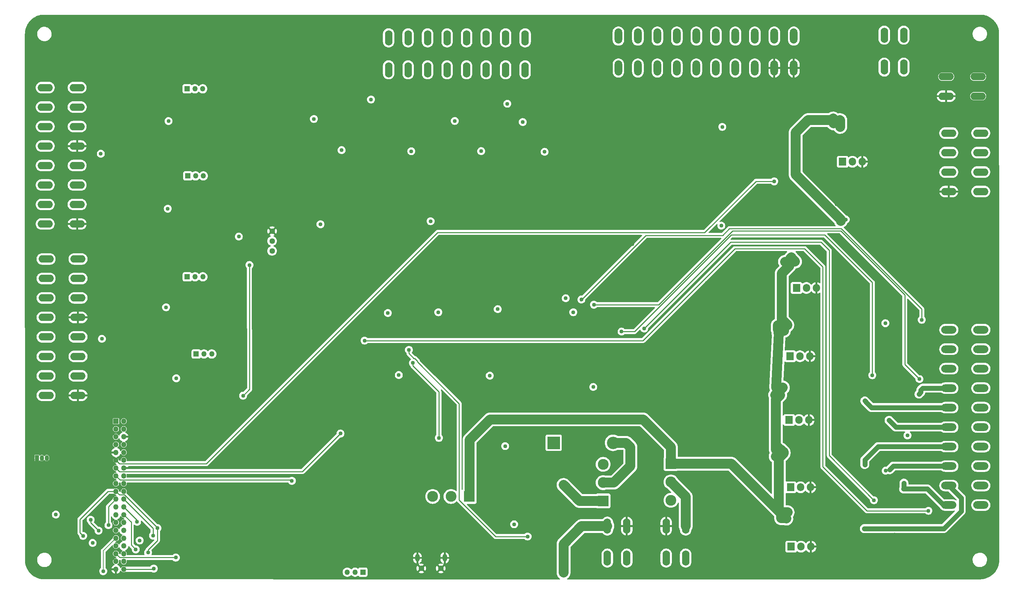
<source format=gbl>
G04 #@! TF.GenerationSoftware,KiCad,Pcbnew,7.0.10*
G04 #@! TF.CreationDate,2024-12-17T12:16:58-06:00*
G04 #@! TF.ProjectId,karca_v2,6b617263-615f-4763-922e-6b696361645f,rev?*
G04 #@! TF.SameCoordinates,Original*
G04 #@! TF.FileFunction,Copper,L4,Bot*
G04 #@! TF.FilePolarity,Positive*
%FSLAX46Y46*%
G04 Gerber Fmt 4.6, Leading zero omitted, Abs format (unit mm)*
G04 Created by KiCad (PCBNEW 7.0.10) date 2024-12-17 12:16:58*
%MOMM*%
%LPD*%
G01*
G04 APERTURE LIST*
G04 #@! TA.AperFunction,ComponentPad*
%ADD10R,1.350000X1.350000*%
G04 #@! TD*
G04 #@! TA.AperFunction,ComponentPad*
%ADD11O,1.350000X1.350000*%
G04 #@! TD*
G04 #@! TA.AperFunction,ComponentPad*
%ADD12R,2.775000X2.775000*%
G04 #@! TD*
G04 #@! TA.AperFunction,ComponentPad*
%ADD13C,2.775000*%
G04 #@! TD*
G04 #@! TA.AperFunction,ComponentPad*
%ADD14R,3.200000X3.200000*%
G04 #@! TD*
G04 #@! TA.AperFunction,ComponentPad*
%ADD15O,3.200000X3.200000*%
G04 #@! TD*
G04 #@! TA.AperFunction,ComponentPad*
%ADD16O,1.930400X3.860800*%
G04 #@! TD*
G04 #@! TA.AperFunction,ComponentPad*
%ADD17O,1.950000X3.900000*%
G04 #@! TD*
G04 #@! TA.AperFunction,ComponentPad*
%ADD18C,1.440000*%
G04 #@! TD*
G04 #@! TA.AperFunction,ComponentPad*
%ADD19O,3.860800X1.930400*%
G04 #@! TD*
G04 #@! TA.AperFunction,ComponentPad*
%ADD20R,1.905000X2.000000*%
G04 #@! TD*
G04 #@! TA.AperFunction,ComponentPad*
%ADD21O,1.905000X2.000000*%
G04 #@! TD*
G04 #@! TA.AperFunction,ComponentPad*
%ADD22C,1.980000*%
G04 #@! TD*
G04 #@! TA.AperFunction,ComponentPad*
%ADD23R,1.050000X1.500000*%
G04 #@! TD*
G04 #@! TA.AperFunction,ComponentPad*
%ADD24O,1.050000X1.500000*%
G04 #@! TD*
G04 #@! TA.AperFunction,ComponentPad*
%ADD25O,3.900000X1.950000*%
G04 #@! TD*
G04 #@! TA.AperFunction,ComponentPad*
%ADD26O,1.200000X1.900000*%
G04 #@! TD*
G04 #@! TA.AperFunction,ComponentPad*
%ADD27C,1.450000*%
G04 #@! TD*
G04 #@! TA.AperFunction,ViaPad*
%ADD28C,1.016000*%
G04 #@! TD*
G04 #@! TA.AperFunction,Conductor*
%ADD29C,2.540000*%
G04 #@! TD*
G04 #@! TA.AperFunction,Conductor*
%ADD30C,0.254000*%
G04 #@! TD*
G04 #@! TA.AperFunction,Conductor*
%ADD31C,0.200000*%
G04 #@! TD*
G04 #@! TA.AperFunction,Conductor*
%ADD32C,1.270000*%
G04 #@! TD*
G04 APERTURE END LIST*
D10*
X54254400Y-145792400D03*
D11*
X56254400Y-145792400D03*
X54254400Y-147792400D03*
X56254400Y-147792400D03*
X54254400Y-149792400D03*
X56254400Y-149792400D03*
X54254400Y-151792400D03*
X56254400Y-151792400D03*
X54254400Y-153792400D03*
X56254400Y-153792400D03*
X54254400Y-155792400D03*
X56254400Y-155792400D03*
X54254400Y-157792400D03*
X56254400Y-157792400D03*
X54254400Y-159792400D03*
X56254400Y-159792400D03*
X54254400Y-161792400D03*
X56254400Y-161792400D03*
X54254400Y-163792400D03*
X56254400Y-163792400D03*
X54254400Y-165792400D03*
X56254400Y-165792400D03*
X54254400Y-167792400D03*
X56254400Y-167792400D03*
X54254400Y-169792400D03*
X56254400Y-169792400D03*
X54254400Y-171792400D03*
X56254400Y-171792400D03*
X54254400Y-173792400D03*
X56254400Y-173792400D03*
X54254400Y-175792400D03*
X56254400Y-175792400D03*
X54254400Y-177792400D03*
X56254400Y-177792400D03*
X54254400Y-179792400D03*
X56254400Y-179792400D03*
X54254400Y-181792400D03*
X56254400Y-181792400D03*
X54254400Y-183792400D03*
X56254400Y-183792400D03*
D12*
X144907000Y-165100000D03*
D13*
X140207000Y-165100000D03*
X135507000Y-165100000D03*
D10*
X117602000Y-184531000D03*
D11*
X115602000Y-184531000D03*
X113602000Y-184531000D03*
D14*
X166544800Y-151332200D03*
D15*
X181784800Y-151332200D03*
D12*
X179244800Y-166249400D03*
D13*
X179244800Y-161549400D03*
X179244800Y-156849400D03*
D16*
X124220000Y-55571000D03*
X129220000Y-55571000D03*
X134220000Y-55571000D03*
X139220000Y-55571000D03*
X144220000Y-55571000D03*
X149220000Y-55571000D03*
X154220000Y-55571000D03*
X159220000Y-55571000D03*
X124220000Y-47371000D03*
X129220000Y-47371000D03*
X134220000Y-47371000D03*
X139220000Y-47371000D03*
X144220000Y-47371000D03*
X149220000Y-47371000D03*
X154220000Y-47371000D03*
X159220000Y-47371000D03*
D10*
X72517000Y-60452000D03*
D11*
X74517000Y-60452000D03*
X76517000Y-60452000D03*
D17*
X183163200Y-55113800D03*
X188163200Y-55113800D03*
X193163200Y-55113800D03*
X198163200Y-55113800D03*
X203163200Y-55113800D03*
X208163200Y-55113800D03*
X213163200Y-55113800D03*
X218163200Y-55113800D03*
X223163200Y-55113800D03*
X228163200Y-55113800D03*
X183163200Y-46913800D03*
X188163200Y-46913800D03*
X193163200Y-46913800D03*
X198163200Y-46913800D03*
X203163200Y-46913800D03*
X208163200Y-46913800D03*
X213163200Y-46913800D03*
X218163200Y-46913800D03*
X223163200Y-46913800D03*
X228163200Y-46913800D03*
D18*
X94314400Y-96988600D03*
X94314400Y-99528600D03*
X94314400Y-102068600D03*
D19*
X276124800Y-71822607D03*
X267924800Y-76822607D03*
X267924800Y-81822607D03*
X267924800Y-86822607D03*
X267924800Y-71822607D03*
X276124800Y-76822607D03*
X276124800Y-81822607D03*
X276124800Y-86822607D03*
D20*
X240665000Y-79177000D03*
D21*
X243205000Y-79177000D03*
X245745000Y-79177000D03*
D16*
X200427200Y-172703400D03*
X195427200Y-172703400D03*
X200427200Y-180903400D03*
X195427200Y-180903400D03*
X251371384Y-54883800D03*
X256371384Y-54883800D03*
X251371384Y-46683800D03*
X256371384Y-46683800D03*
D20*
X228854000Y-111562000D03*
D21*
X231394000Y-111562000D03*
X233934000Y-111562000D03*
D10*
X74835000Y-128524000D03*
D11*
X76835000Y-128524000D03*
X78835000Y-128524000D03*
D20*
X227330000Y-162743000D03*
D21*
X229870000Y-162743000D03*
X232410000Y-162743000D03*
D12*
X196645000Y-156687400D03*
D13*
X196645000Y-161387400D03*
X196645000Y-166087400D03*
D16*
X185318000Y-172703400D03*
X180318000Y-172703400D03*
X185318000Y-180903400D03*
X180318000Y-180903400D03*
D10*
X72549000Y-108712000D03*
D11*
X74549000Y-108712000D03*
X76549000Y-108712000D03*
D20*
X227203000Y-129088000D03*
D21*
X229743000Y-129088000D03*
X232283000Y-129088000D03*
D22*
X169084800Y-184654800D03*
X169084800Y-162154800D03*
D23*
X33959800Y-155223800D03*
D24*
X35229800Y-155223800D03*
X36499800Y-155223800D03*
D10*
X72676000Y-82804000D03*
D11*
X74676000Y-82804000D03*
X76676000Y-82804000D03*
D25*
X267948800Y-122298400D03*
X267948800Y-127298400D03*
X267948800Y-132298400D03*
X267948800Y-137298400D03*
X267948800Y-142298400D03*
X267948800Y-147298400D03*
X267948800Y-152298400D03*
X267948800Y-157298400D03*
X267948800Y-162298400D03*
X267948800Y-167298400D03*
X276148800Y-122298400D03*
X276148800Y-127298400D03*
X276148800Y-132298400D03*
X276148800Y-137298400D03*
X276148800Y-142298400D03*
X276148800Y-147298400D03*
X276148800Y-152298400D03*
X276148800Y-157298400D03*
X276148800Y-162298400D03*
X276148800Y-167298400D03*
D20*
X227457000Y-177983000D03*
D21*
X229997000Y-177983000D03*
X232537000Y-177983000D03*
D19*
X267263000Y-57340784D03*
X267263000Y-62340784D03*
X275463000Y-57340784D03*
X275463000Y-62340784D03*
X44520600Y-104142194D03*
X44520600Y-109142194D03*
X44520600Y-114142194D03*
X44520600Y-119142194D03*
X44520600Y-124142194D03*
X44520600Y-129142194D03*
X44520600Y-134142194D03*
X44520600Y-139142194D03*
X36320600Y-139142194D03*
X36320600Y-134142194D03*
X36320600Y-129142194D03*
X36320600Y-124142194D03*
X36320600Y-119142194D03*
X36320600Y-114142194D03*
X36320600Y-109142194D03*
X36320600Y-104142194D03*
D26*
X138598000Y-180870500D03*
D27*
X137598000Y-183570500D03*
X132598000Y-183570500D03*
D26*
X131598000Y-180870500D03*
D20*
X226949000Y-145471000D03*
D21*
X229489000Y-145471000D03*
X232029000Y-145471000D03*
D19*
X44293400Y-60144600D03*
X44293400Y-65144600D03*
X44293400Y-70144600D03*
X44293400Y-75144600D03*
X44293400Y-80144600D03*
X44293400Y-85144600D03*
X44293400Y-90144600D03*
X44293400Y-95144600D03*
X36093400Y-60144600D03*
X36093400Y-65144600D03*
X36093400Y-70144600D03*
X36093400Y-75144600D03*
X36093400Y-80144600D03*
X36093400Y-85144600D03*
X36093400Y-90144600D03*
X36093400Y-95144600D03*
D28*
X241503200Y-94005400D03*
X226491800Y-121081800D03*
X238252000Y-68072000D03*
X225907600Y-104851200D03*
X227025200Y-105867200D03*
X224028000Y-121158000D03*
X224764612Y-154813000D03*
X238379000Y-69342000D03*
X225653600Y-122555000D03*
X224205800Y-123164600D03*
X227533246Y-103733646D03*
X224917000Y-170688000D03*
X226237800Y-170789600D03*
X240106200Y-68529200D03*
X228498400Y-104800400D03*
X226568000Y-169164000D03*
X240030000Y-70231000D03*
X224815388Y-153034988D03*
X223393000Y-139065000D03*
X223520000Y-154813000D03*
X225374209Y-137160009D03*
X225044000Y-169164000D03*
X240207800Y-94361000D03*
X223520000Y-153035000D03*
X224663000Y-139065000D03*
X223647000Y-137160000D03*
X190398400Y-167614600D03*
X101727000Y-69977000D03*
X68656200Y-154965400D03*
X214960200Y-86029800D03*
X134569200Y-63423800D03*
X150520400Y-64135000D03*
X91313000Y-111480600D03*
X40640000Y-170180000D03*
X220903800Y-152527000D03*
X121081800Y-71374000D03*
X205917800Y-136931400D03*
X172821600Y-142062200D03*
X164719000Y-81534000D03*
X254101600Y-73863200D03*
X274447000Y-114401600D03*
X139573000Y-113157000D03*
X119456200Y-48361600D03*
X81330800Y-86487000D03*
X194589400Y-90195400D03*
X104114600Y-63423800D03*
X68503800Y-139573000D03*
X261670800Y-63550800D03*
X246481600Y-90043000D03*
X42037000Y-161544000D03*
X101473000Y-112395000D03*
X180162200Y-113715800D03*
X88950800Y-63449200D03*
X223443800Y-81178400D03*
X96570800Y-48361600D03*
X213385400Y-175336200D03*
X81330800Y-70358000D03*
X132029200Y-154990800D03*
X279374600Y-101600000D03*
X269265400Y-175209200D03*
X91516200Y-175285400D03*
X60985400Y-162458400D03*
X125831600Y-63754000D03*
X167665400Y-167614600D03*
X157403800Y-123520200D03*
X188671200Y-113690400D03*
X91465400Y-167665400D03*
X180289200Y-101752400D03*
X83794600Y-129514600D03*
X190881000Y-175234600D03*
X180238400Y-55880000D03*
X104216200Y-48260000D03*
X172745400Y-63601600D03*
X213385400Y-132156200D03*
X58420000Y-101701600D03*
X190754000Y-182854600D03*
X40589200Y-147294600D03*
X266649200Y-114223800D03*
X101574600Y-162585400D03*
X213410800Y-152400000D03*
X48310800Y-162483800D03*
X246430800Y-152298400D03*
X48234600Y-139700000D03*
X114096800Y-162483800D03*
X160045400Y-139750800D03*
X43256200Y-55956200D03*
X269214600Y-182956200D03*
X215900000Y-63601600D03*
X180467000Y-63423800D03*
X246303800Y-132156200D03*
X193421000Y-81432400D03*
X96443800Y-78740000D03*
X40690800Y-154940000D03*
X91440000Y-182854600D03*
X147269200Y-162687000D03*
X50571400Y-101574600D03*
X279476200Y-93980000D03*
X175260000Y-175437800D03*
X152400000Y-139471400D03*
X132562600Y-117602000D03*
X205765400Y-175209200D03*
X96545400Y-63550800D03*
X231165400Y-167665400D03*
X77343000Y-110998000D03*
X58521600Y-55778400D03*
X239091739Y-90055975D03*
X76250800Y-147370800D03*
X172999400Y-81280000D03*
X205638400Y-167690800D03*
X124409200Y-164998400D03*
X221005400Y-116789200D03*
X109093000Y-181483000D03*
X213309200Y-124358400D03*
X50825400Y-55905400D03*
X231267000Y-173736000D03*
X160045400Y-131064000D03*
X231216200Y-81305400D03*
X213461600Y-167614600D03*
X173126400Y-88849200D03*
X119329200Y-55880000D03*
X117602000Y-87884000D03*
X213309200Y-182981600D03*
X186696382Y-100336382D03*
X58547000Y-71170800D03*
X50850800Y-109372400D03*
X83794600Y-175336200D03*
X139649200Y-175285400D03*
X162433000Y-182905400D03*
X272059400Y-152552400D03*
X139090400Y-135966200D03*
X67335400Y-64287400D03*
X213309200Y-137236200D03*
X188188600Y-88823800D03*
X88138000Y-90805000D03*
X137261600Y-78790800D03*
X205841600Y-110337600D03*
X254431800Y-103682800D03*
X109093000Y-112395000D03*
X60883800Y-147294600D03*
X246100600Y-74041000D03*
X96520000Y-139547600D03*
X51943000Y-119481600D03*
X205714600Y-132130800D03*
X223596200Y-73660000D03*
X220980000Y-183108600D03*
X167665400Y-175209200D03*
X254025400Y-174929800D03*
X44860976Y-178608224D03*
X223545400Y-88874600D03*
X132029200Y-162661600D03*
X106654600Y-175209200D03*
X271830800Y-93903800D03*
X232562400Y-152374600D03*
X58420000Y-63627000D03*
X99009200Y-182930800D03*
X58648600Y-86461600D03*
X223621600Y-63576200D03*
X154965400Y-170230800D03*
X73660000Y-48260000D03*
X180213000Y-142011400D03*
X103987600Y-78689200D03*
X249275600Y-103251000D03*
X241401600Y-167589200D03*
X111810800Y-55880000D03*
X149428200Y-72618600D03*
X165074600Y-101727000D03*
X241249200Y-116713000D03*
X40614600Y-139801600D03*
X205155800Y-94843600D03*
X118770400Y-135966200D03*
X106680000Y-182905400D03*
X99009200Y-175260000D03*
X180416200Y-73507600D03*
X277012400Y-175387000D03*
X246430800Y-48082200D03*
X99060000Y-167690800D03*
X157505400Y-86385400D03*
X157581600Y-101600000D03*
X112649000Y-70358000D03*
X205841600Y-159994600D03*
X231089200Y-182854600D03*
X117094000Y-113665000D03*
X246380000Y-144754600D03*
X156464000Y-69850000D03*
X213410800Y-144602200D03*
X231267000Y-88722200D03*
X187934600Y-73558400D03*
X62306200Y-182118000D03*
X48260000Y-147370800D03*
X215925400Y-73634600D03*
X271475200Y-144754600D03*
X152527000Y-130962400D03*
X164973000Y-55880000D03*
X164820600Y-65354200D03*
X137134600Y-130632200D03*
X154432000Y-161798000D03*
X150977600Y-112522000D03*
X96520000Y-71247000D03*
X83896200Y-147345400D03*
X139674600Y-154990800D03*
X193014600Y-63627000D03*
X68478400Y-162483800D03*
X208356200Y-63525400D03*
X73787000Y-101498400D03*
X172618400Y-48260000D03*
X90982800Y-101549200D03*
X261645400Y-73710800D03*
X128371600Y-89585800D03*
X65786000Y-78740000D03*
X83820000Y-182905400D03*
X230987600Y-63652400D03*
X264312400Y-101574600D03*
X61036200Y-154965400D03*
X81280000Y-63474600D03*
X58343800Y-137160000D03*
X89052400Y-55880000D03*
X157556200Y-111760000D03*
X60325000Y-173228000D03*
X154940000Y-182880000D03*
X238836200Y-182905400D03*
X205689200Y-182880000D03*
X73558400Y-55803800D03*
X81508600Y-48361600D03*
X157353000Y-82169000D03*
X106578400Y-167690800D03*
X147345400Y-154965400D03*
X76200000Y-183032400D03*
X68529200Y-147269200D03*
X200232776Y-124058176D03*
X119761000Y-120446800D03*
X149352000Y-85420200D03*
X205663800Y-152425400D03*
X88900000Y-78740000D03*
X120904000Y-80391000D03*
X261696200Y-175209200D03*
X83794600Y-138252200D03*
X161315400Y-64744600D03*
X231419400Y-73634600D03*
X240106200Y-144780000D03*
X124536200Y-154940000D03*
X111810800Y-48437800D03*
X50825400Y-48336200D03*
X180340000Y-132080000D03*
X261620000Y-182880000D03*
X148539200Y-79095600D03*
X104114600Y-86385400D03*
X198120000Y-86106000D03*
X180416200Y-48183800D03*
X109194600Y-121894600D03*
X176530000Y-73558400D03*
X114300000Y-154990800D03*
X193040000Y-144653000D03*
X190525400Y-152425400D03*
X271856200Y-101676200D03*
X166116000Y-72872600D03*
X58521600Y-109270800D03*
X139776200Y-86512400D03*
X200660000Y-63474600D03*
X165150800Y-142062200D03*
X246380000Y-63500000D03*
X254508000Y-139065000D03*
X85877400Y-110185200D03*
X66014600Y-48310800D03*
X96520000Y-55880000D03*
X114274600Y-121920000D03*
X163423600Y-135534400D03*
X48412400Y-129489200D03*
X88239600Y-86410800D03*
X162219000Y-149483600D03*
X40589200Y-119380000D03*
X164338000Y-116560600D03*
X175234600Y-160299400D03*
X101498400Y-121970800D03*
X81280000Y-55880000D03*
X221005400Y-137134600D03*
X215646000Y-83439000D03*
X165100000Y-48183800D03*
X254076200Y-182803800D03*
X40589200Y-182905400D03*
X180517800Y-89027000D03*
X199313800Y-132003800D03*
X58521600Y-78562200D03*
X253974600Y-90195400D03*
X190601600Y-160147000D03*
X238506000Y-150114000D03*
X205740000Y-144729200D03*
X172821600Y-101879400D03*
X83743800Y-121843800D03*
X180238400Y-81280000D03*
X167690800Y-155067000D03*
X106654600Y-162585400D03*
X76174600Y-154990800D03*
X156260800Y-154914600D03*
X91338400Y-129514600D03*
X187985400Y-81178400D03*
X165023800Y-86410800D03*
X69697600Y-129159000D03*
X172770800Y-55880000D03*
X81254600Y-79248000D03*
X112776000Y-79121000D03*
X109296200Y-129413000D03*
X42976800Y-48234600D03*
X48260000Y-173990000D03*
X89052400Y-48437800D03*
X193141600Y-124434600D03*
X58521600Y-48336200D03*
X50850800Y-63449200D03*
X112547400Y-64084200D03*
X104190800Y-55905400D03*
X238658400Y-81203800D03*
X66548000Y-109905800D03*
X101447600Y-129717800D03*
X132181600Y-175285400D03*
X124409200Y-175234600D03*
X48082200Y-154940000D03*
X58394600Y-129489200D03*
X147294600Y-175234600D03*
X241528600Y-53721000D03*
X221390976Y-102899976D03*
X238582200Y-73634600D03*
X253949200Y-63601600D03*
X76250800Y-138430000D03*
X147269200Y-182956200D03*
X121894600Y-86258400D03*
X175234600Y-154889200D03*
X40640000Y-177723800D03*
X66167000Y-55905400D03*
X264033000Y-144830800D03*
X144678400Y-139623800D03*
X215773000Y-89763600D03*
X142214600Y-63500000D03*
X172720000Y-182803800D03*
X246354600Y-182930800D03*
X187960000Y-132130800D03*
X114376200Y-129438400D03*
X132181600Y-71170800D03*
X66040000Y-101396800D03*
X91567000Y-121945400D03*
X69723000Y-134772400D03*
X150164800Y-134093700D03*
X67741800Y-68732400D03*
X50368200Y-77114400D03*
X147955000Y-76454000D03*
X119684800Y-63195200D03*
X171577000Y-117805200D03*
X85775800Y-98399600D03*
X158623000Y-68986400D03*
X209804000Y-70231000D03*
X136958682Y-117803318D03*
X134975600Y-94441400D03*
X176707800Y-137007600D03*
X48260000Y-177038000D03*
X251663200Y-120624600D03*
X105029000Y-68199000D03*
X169646600Y-114223800D03*
X156413200Y-172237400D03*
X60325000Y-176403000D03*
X112141000Y-76200000D03*
X38836600Y-169748200D03*
X126822200Y-133934200D03*
X67538600Y-91236800D03*
X154101800Y-152171400D03*
X106730800Y-95224600D03*
X154660600Y-64287400D03*
X50647600Y-124637800D03*
X130022600Y-76479400D03*
X209550000Y-95580200D03*
X67106800Y-116535200D03*
X124008400Y-118009579D03*
X257327400Y-149428200D03*
X164236400Y-76631800D03*
X152196800Y-117017800D03*
X141173200Y-68707000D03*
X223139000Y-84201000D03*
X111842370Y-148951770D03*
X99390200Y-161086800D03*
X45821600Y-175209200D03*
X64897000Y-173228000D03*
X62484000Y-179501800D03*
X52324000Y-172466000D03*
X63754000Y-175133000D03*
X59672853Y-171594406D03*
X59334400Y-178689000D03*
X50977800Y-184277000D03*
X69608700Y-180784500D03*
X47752000Y-171069000D03*
X49784000Y-173863000D03*
X63957200Y-183616600D03*
X260273800Y-138811000D03*
X260731000Y-137795000D03*
X252603000Y-145542000D03*
X251714000Y-158496000D03*
X252730000Y-158242000D03*
X256311400Y-163169600D03*
X256413000Y-161671000D03*
X246379982Y-140570200D03*
X246960900Y-141151100D03*
X246380000Y-155702000D03*
X246380000Y-156921200D03*
X246253000Y-173355000D03*
X247497600Y-173355000D03*
X262686800Y-168783000D03*
X118040900Y-125095000D03*
X173659800Y-114554000D03*
X260985000Y-119761000D03*
X260400800Y-134975600D03*
X176867300Y-115874800D03*
X183972200Y-122783600D03*
X248310400Y-133985000D03*
X248716800Y-166065200D03*
X189788800Y-121996200D03*
X88493600Y-105689400D03*
X86868000Y-139217400D03*
X130458976Y-130817100D03*
X137109200Y-150063200D03*
X129413000Y-127482600D03*
X159867600Y-175387000D03*
D29*
X240106200Y-68529200D02*
X240106200Y-70154800D01*
X225298000Y-153517600D02*
X224815388Y-153034988D01*
X224028000Y-122199400D02*
X224307400Y-121920000D01*
X226466400Y-121081800D02*
X226491800Y-121081800D01*
X240207800Y-94045719D02*
X228650800Y-82488719D01*
X225044000Y-119634000D02*
X225044000Y-107848400D01*
X223520000Y-154813000D02*
X224764612Y-154813000D01*
X224917000Y-170688000D02*
X226136200Y-170688000D01*
X226491800Y-121107200D02*
X226466400Y-121081800D01*
X144957400Y-150601200D02*
X150240600Y-145318000D01*
X225552000Y-154025600D02*
X225552000Y-153771600D01*
X224764612Y-154812988D02*
X224764612Y-154813000D01*
X224307400Y-123266200D02*
X223647000Y-137160000D01*
X226491800Y-121081800D02*
X225044000Y-119634000D01*
X227228400Y-104114600D02*
X227533246Y-103809754D01*
X226491800Y-104851200D02*
X225907600Y-104851200D01*
X225044000Y-107848400D02*
X227025200Y-105867200D01*
X237845600Y-68478400D02*
X238252000Y-68072000D01*
X231825800Y-68478400D02*
X237845600Y-68478400D01*
X225044000Y-169595800D02*
X226237800Y-170789600D01*
X225552000Y-154025600D02*
X224764612Y-154812988D01*
X225552000Y-153771600D02*
X224815388Y-153034988D01*
X189483600Y-145318000D02*
X196645000Y-152479400D01*
X224307400Y-121920000D02*
X225653600Y-122555000D01*
X225044000Y-169164000D02*
X225044000Y-169595800D01*
X226568000Y-169164000D02*
X225044000Y-169164000D01*
X225552000Y-154025600D02*
X225298000Y-153771600D01*
X226259100Y-105083900D02*
X226491800Y-104851200D01*
X224028000Y-121158000D02*
X224028000Y-122199400D01*
X223520000Y-151993600D02*
X225298000Y-153771600D01*
X227533246Y-103809754D02*
X227533246Y-103733646D01*
X224332800Y-153517576D02*
X224815388Y-153034988D01*
X225298000Y-153771600D02*
X225298000Y-153517600D01*
X228650800Y-71653400D02*
X231825800Y-68478400D01*
X227025200Y-105867200D02*
X226259100Y-105101100D01*
X196645000Y-152479400D02*
X196645000Y-156687400D01*
X144981383Y-164653000D02*
X144957400Y-164629017D01*
X224917000Y-169468800D02*
X224917000Y-170688000D01*
X224332800Y-168452800D02*
X224332800Y-153517576D01*
X225297991Y-137160009D02*
X225374209Y-137160009D01*
X223393000Y-139065000D02*
X225297991Y-137160009D01*
X228498400Y-104800400D02*
X227812600Y-104114600D01*
X228650800Y-82488719D02*
X228650800Y-71653400D01*
X238379000Y-69342000D02*
X239979200Y-68478400D01*
X226259100Y-105101100D02*
X226259100Y-105083900D01*
X224205800Y-123164600D02*
X224307400Y-123266200D01*
X225044000Y-169164000D02*
X224332800Y-168452800D01*
X196645000Y-156687400D02*
X212135600Y-156687400D01*
X150240600Y-145318000D02*
X189483600Y-145318000D01*
X226491800Y-121081800D02*
X226491800Y-121107200D01*
X226136200Y-170688000D02*
X226237800Y-170789600D01*
X212135600Y-156687400D02*
X224917000Y-169468800D01*
X144957400Y-164629017D02*
X144957400Y-150601200D01*
X227812600Y-104114600D02*
X227228400Y-104114600D01*
X240207800Y-94361000D02*
X240207800Y-94045719D01*
X240106200Y-70154800D02*
X240030000Y-70231000D01*
X223520000Y-153035000D02*
X223520000Y-151993600D01*
X223520000Y-153035000D02*
X223520000Y-140208000D01*
X223520000Y-140208000D02*
X224663000Y-139065000D01*
X179244800Y-161549400D02*
X181989800Y-161549400D01*
X185134600Y-151332200D02*
X181784800Y-151332200D01*
X181989800Y-161549400D02*
X186232400Y-157306800D01*
X186232400Y-152430000D02*
X185134600Y-151332200D01*
X186232400Y-157306800D02*
X186232400Y-152430000D01*
X169084800Y-184654800D02*
X169084800Y-177324600D01*
X169084800Y-177324600D02*
X173706000Y-172703400D01*
X173706000Y-172703400D02*
X180318000Y-172703400D01*
X173179400Y-166249400D02*
X169084800Y-162154800D01*
X179244800Y-166249400D02*
X173179400Y-166249400D01*
D30*
X205308200Y-97332800D02*
X136779000Y-97332800D01*
X223070923Y-84183723D02*
X223139000Y-84201000D01*
X77417400Y-156694400D02*
X55156400Y-156694400D01*
X55156400Y-156694400D02*
X54254400Y-155792400D01*
X136779000Y-97332800D02*
X77417400Y-156694400D01*
X223139000Y-84201000D02*
X218440000Y-84201000D01*
X218440000Y-84201000D02*
X205308200Y-97332800D01*
X102099740Y-158694400D02*
X111842370Y-148951770D01*
X54254400Y-157792400D02*
X55156400Y-158694400D01*
X55156400Y-158694400D02*
X102099740Y-158694400D01*
X54254400Y-159792400D02*
X55345600Y-160883600D01*
X55345600Y-160883600D02*
X99187000Y-160883600D01*
X99187000Y-160883600D02*
X99390200Y-161086800D01*
X45008800Y-174396400D02*
X45008800Y-170967400D01*
X54254400Y-163792400D02*
X55156400Y-164694400D01*
X56432021Y-164694400D02*
X64897000Y-173159379D01*
X62484000Y-178816000D02*
X64897000Y-176403000D01*
X45008800Y-170967400D02*
X52183800Y-163792400D01*
X62484000Y-179501800D02*
X62484000Y-178816000D01*
X52183800Y-163792400D02*
X54254400Y-163792400D01*
X64897000Y-176403000D02*
X64897000Y-173228000D01*
X64897000Y-173159379D02*
X64897000Y-173228000D01*
X55156400Y-164694400D02*
X56432021Y-164694400D01*
X45821600Y-175209200D02*
X45008800Y-174396400D01*
X52324000Y-172466000D02*
X52324000Y-167722800D01*
X52324000Y-167722800D02*
X54254400Y-165792400D01*
X63754000Y-173292000D02*
X63754000Y-175133000D01*
X56254400Y-165792400D02*
X63754000Y-173292000D01*
X59672853Y-171210853D02*
X59672853Y-171594406D01*
X56254400Y-167792400D02*
X59672853Y-171210853D01*
X58166000Y-171704000D02*
X58166000Y-177520600D01*
X56254400Y-169792400D02*
X58166000Y-171704000D01*
X58166000Y-177520600D02*
X59334400Y-178689000D01*
D31*
X50977800Y-184277000D02*
X50977800Y-179069000D01*
X50977800Y-179069000D02*
X54254400Y-175792400D01*
D30*
X55246500Y-180784500D02*
X69608700Y-180784500D01*
X54254400Y-179792400D02*
X55246500Y-180784500D01*
X47752000Y-171831000D02*
X47752000Y-171069000D01*
X49784000Y-173863000D02*
X47752000Y-171831000D01*
X56254400Y-183792400D02*
X63781400Y-183792400D01*
X63781400Y-183792400D02*
X63957200Y-183616600D01*
D32*
X260731000Y-137795000D02*
X260731000Y-138353800D01*
X267948800Y-137298400D02*
X261227600Y-137298400D01*
X260731000Y-138353800D02*
X260273800Y-138811000D01*
X261227600Y-137298400D02*
X260731000Y-137795000D01*
X254359400Y-147298400D02*
X252603000Y-145542000D01*
X267948800Y-147298400D02*
X254359400Y-147298400D01*
X267948800Y-157298400D02*
X253673600Y-157298400D01*
X253673600Y-157298400D02*
X252730000Y-158242000D01*
X256413000Y-163068000D02*
X256311400Y-163169600D01*
X256413000Y-161671000D02*
X256413000Y-163068000D01*
X266561600Y-167298400D02*
X264007600Y-164744400D01*
X262432800Y-163169600D02*
X256311400Y-163169600D01*
X264007600Y-164744400D02*
X262432800Y-163169600D01*
X267948800Y-167298400D02*
X266561600Y-167298400D01*
D29*
X200427200Y-165169600D02*
X200427200Y-172703400D01*
X196645000Y-161387400D02*
X200427200Y-165169600D01*
D32*
X246379982Y-140570200D02*
X246960882Y-141151100D01*
X248108200Y-142298400D02*
X246960900Y-141151100D01*
X267948800Y-142298400D02*
X248108200Y-142298400D01*
X246960882Y-141151100D02*
X246960900Y-141151100D01*
X249783600Y-152298400D02*
X246380000Y-155702000D01*
X246380000Y-156921200D02*
X246380000Y-155702000D01*
X267948800Y-152298400D02*
X249783600Y-152298400D01*
X266623800Y-173355000D02*
X248793000Y-173355000D01*
X246253000Y-173355000D02*
X247497600Y-173355000D01*
X271119600Y-168859200D02*
X266623800Y-173355000D01*
X267948800Y-162298400D02*
X271119600Y-165469200D01*
X248793000Y-173355000D02*
X247497600Y-173355000D01*
X271119600Y-165469200D02*
X271119600Y-168859200D01*
D30*
X235597100Y-157466700D02*
X246913400Y-168783000D01*
X230962200Y-101498400D02*
X235597100Y-106133300D01*
X235597100Y-106133300D02*
X235597100Y-157466700D01*
X118040900Y-125095000D02*
X189458600Y-125095000D01*
X189458600Y-125095000D02*
X213055200Y-101498400D01*
X213055200Y-101498400D02*
X230962200Y-101498400D01*
X246913400Y-168783000D02*
X262686800Y-168783000D01*
X173736000Y-114554000D02*
X190195200Y-98094800D01*
X173659800Y-114554000D02*
X173659800Y-114630200D01*
X260985000Y-116967000D02*
X260985000Y-119761000D01*
X240360200Y-96342200D02*
X260985000Y-116967000D01*
X190195200Y-98094800D02*
X209905600Y-98094800D01*
X209905600Y-98094800D02*
X211658200Y-96342200D01*
X211658200Y-96342200D02*
X240360200Y-96342200D01*
X173659800Y-114630200D02*
X173456600Y-114833400D01*
X173659800Y-114554000D02*
X173736000Y-114554000D01*
X176968900Y-115874800D02*
X176867300Y-115874800D01*
X193497080Y-115874800D02*
X212470880Y-96901000D01*
X240200580Y-96901000D02*
X256641600Y-113342020D01*
X256641600Y-131216400D02*
X260400800Y-134975600D01*
X176867300Y-115874800D02*
X176867300Y-115976400D01*
X256641600Y-113342020D02*
X256641600Y-131216400D01*
X212470880Y-96901000D02*
X240200580Y-96901000D01*
X176867300Y-115976400D02*
X176968900Y-115874800D01*
X176968900Y-115874800D02*
X193497080Y-115874800D01*
X212122500Y-97967800D02*
X187306700Y-122783600D01*
X187306700Y-122783600D02*
X183972200Y-122783600D01*
X248310400Y-133985000D02*
X248310400Y-110152580D01*
X248310400Y-110152580D02*
X236125620Y-97967800D01*
X236125620Y-97967800D02*
X212122500Y-97967800D01*
X237261400Y-101955600D02*
X235127800Y-99822000D01*
X211963000Y-99822000D02*
X189788800Y-121996200D01*
X189687200Y-121996200D02*
X189788800Y-121996200D01*
X237261400Y-154609800D02*
X237261400Y-101955600D01*
X235127800Y-99822000D02*
X211963000Y-99822000D01*
X248716800Y-166065200D02*
X237261400Y-154609800D01*
X88493600Y-105689400D02*
X88519000Y-105664000D01*
X86868000Y-139217400D02*
X88417400Y-137668000D01*
X88417400Y-137668000D02*
X88519000Y-137668000D01*
X88519000Y-137668000D02*
X88493600Y-105689400D01*
X88519000Y-105664000D02*
X88544400Y-105638600D01*
X130708400Y-130784600D02*
X130675900Y-130817100D01*
X130675900Y-130817100D02*
X130458976Y-130817100D01*
X130458976Y-131551176D02*
X130458976Y-130817100D01*
X137109200Y-150063200D02*
X137109200Y-138201400D01*
X137109200Y-138201400D02*
X130458976Y-131551176D01*
X130715500Y-129674100D02*
X129413000Y-128371600D01*
X129413000Y-128371600D02*
X129413000Y-127482600D01*
X142303883Y-166052883D02*
X142303883Y-141262483D01*
X151638000Y-175387000D02*
X142303883Y-166052883D01*
X131601976Y-130343653D02*
X130932423Y-129674100D01*
X159867600Y-175387000D02*
X151638000Y-175387000D01*
X142303883Y-141262483D02*
X131601976Y-130560576D01*
X131601976Y-130560576D02*
X131601976Y-130343653D01*
X130932423Y-129674100D02*
X130715500Y-129674100D01*
G04 #@! TA.AperFunction,Conductor*
G36*
X60872641Y-171311888D02*
G01*
X60888696Y-171325428D01*
X63082181Y-173518913D01*
X63115666Y-173580236D01*
X63118500Y-173606594D01*
X63118500Y-174280904D01*
X63098815Y-174347943D01*
X63073165Y-174376757D01*
X63031748Y-174410746D01*
X62904718Y-174565536D01*
X62810333Y-174742118D01*
X62752208Y-174933728D01*
X62732582Y-175133000D01*
X62752208Y-175332271D01*
X62810333Y-175523881D01*
X62904718Y-175700463D01*
X62904720Y-175700465D01*
X62904722Y-175700469D01*
X62923524Y-175723379D01*
X63031747Y-175855252D01*
X63084681Y-175898693D01*
X63186531Y-175982278D01*
X63186534Y-175982280D01*
X63186536Y-175982281D01*
X63329091Y-176058478D01*
X63363120Y-176076667D01*
X63554731Y-176134792D01*
X63754000Y-176154418D01*
X63953269Y-176134792D01*
X63953270Y-176134791D01*
X63955805Y-176134542D01*
X64024451Y-176147561D01*
X64075161Y-176195626D01*
X64091836Y-176263477D01*
X64069180Y-176329571D01*
X64055640Y-176345626D01*
X62093921Y-178307344D01*
X62081531Y-178317272D01*
X62081702Y-178317479D01*
X62075695Y-178322448D01*
X62028898Y-178372281D01*
X62026190Y-178375075D01*
X62006366Y-178394898D01*
X62006365Y-178394900D01*
X62003797Y-178398211D01*
X61996221Y-178407080D01*
X61965782Y-178439495D01*
X61965781Y-178439496D01*
X61955900Y-178457468D01*
X61945225Y-178473719D01*
X61932652Y-178489929D01*
X61932650Y-178489933D01*
X61914987Y-178530748D01*
X61909850Y-178541233D01*
X61888430Y-178580197D01*
X61883329Y-178600064D01*
X61877030Y-178618462D01*
X61868884Y-178637287D01*
X61868882Y-178637293D01*
X61866364Y-178653193D01*
X61836432Y-178716326D01*
X61822557Y-178729642D01*
X61761749Y-178779547D01*
X61761748Y-178779548D01*
X61634722Y-178934331D01*
X61634718Y-178934336D01*
X61540333Y-179110918D01*
X61482208Y-179302528D01*
X61462582Y-179501800D01*
X61482208Y-179701071D01*
X61540333Y-179892681D01*
X61579815Y-179966547D01*
X61594057Y-180034950D01*
X61569057Y-180100194D01*
X61512752Y-180141564D01*
X61470457Y-180149000D01*
X57125988Y-180149000D01*
X57058949Y-180129315D01*
X57013194Y-180076511D01*
X57003250Y-180007353D01*
X57008946Y-179984047D01*
X57009334Y-179982936D01*
X57015241Y-179966057D01*
X57020198Y-179922062D01*
X57034807Y-179792403D01*
X57034807Y-179792396D01*
X57015242Y-179618751D01*
X57015241Y-179618749D01*
X57015241Y-179618743D01*
X56957522Y-179453794D01*
X56864547Y-179305824D01*
X56740976Y-179182253D01*
X56636768Y-179116775D01*
X56590478Y-179064441D01*
X56579829Y-178995388D01*
X56608205Y-178931540D01*
X56657948Y-178896155D01*
X56780382Y-178848724D01*
X56780387Y-178848722D01*
X56965530Y-178734085D01*
X56965531Y-178734085D01*
X57126454Y-178587385D01*
X57257684Y-178413608D01*
X57354744Y-178218687D01*
X57354749Y-178218674D01*
X57414342Y-178009229D01*
X57419970Y-177948489D01*
X57445755Y-177883552D01*
X57502555Y-177842863D01*
X57572336Y-177839343D01*
X57632943Y-177874107D01*
X57650169Y-177896801D01*
X57659866Y-177913198D01*
X57659870Y-177913202D01*
X57674364Y-177927696D01*
X57686996Y-177942485D01*
X57699058Y-177959087D01*
X57733323Y-177987433D01*
X57741964Y-177995296D01*
X58282511Y-178535844D01*
X58315996Y-178597167D01*
X58318233Y-178635677D01*
X58312982Y-178688998D01*
X58312982Y-178688999D01*
X58332608Y-178888271D01*
X58390733Y-179079881D01*
X58485118Y-179256463D01*
X58485120Y-179256465D01*
X58485122Y-179256469D01*
X58538121Y-179321049D01*
X58612147Y-179411252D01*
X58658437Y-179449240D01*
X58766931Y-179538278D01*
X58766934Y-179538280D01*
X58766936Y-179538281D01*
X58898157Y-179608420D01*
X58943520Y-179632667D01*
X59135131Y-179690792D01*
X59334400Y-179710418D01*
X59533669Y-179690792D01*
X59725280Y-179632667D01*
X59901869Y-179538278D01*
X60056652Y-179411252D01*
X60183678Y-179256469D01*
X60278067Y-179079880D01*
X60336192Y-178888269D01*
X60355818Y-178689000D01*
X60336192Y-178489731D01*
X60278067Y-178298120D01*
X60230189Y-178208547D01*
X60183681Y-178121536D01*
X60183680Y-178121534D01*
X60183678Y-178121531D01*
X60080081Y-177995296D01*
X60056652Y-177966747D01*
X59945343Y-177875400D01*
X59901869Y-177839722D01*
X59901865Y-177839720D01*
X59901863Y-177839718D01*
X59725281Y-177745333D01*
X59533671Y-177687208D01*
X59334400Y-177667582D01*
X59334399Y-177667582D01*
X59281077Y-177672833D01*
X59212432Y-177659813D01*
X59181244Y-177637111D01*
X58837819Y-177293686D01*
X58804334Y-177232363D01*
X58801500Y-177206005D01*
X58801500Y-176403000D01*
X59311620Y-176403000D01*
X59331091Y-176600699D01*
X59388760Y-176790808D01*
X59482401Y-176965998D01*
X59482405Y-176966005D01*
X59608431Y-177119568D01*
X59761994Y-177245594D01*
X59762001Y-177245598D01*
X59937191Y-177339239D01*
X59937193Y-177339239D01*
X59937196Y-177339241D01*
X60127299Y-177396908D01*
X60127298Y-177396908D01*
X60145024Y-177398653D01*
X60325000Y-177416380D01*
X60522701Y-177396908D01*
X60712804Y-177339241D01*
X60888004Y-177245595D01*
X61041568Y-177119568D01*
X61167595Y-176966004D01*
X61229219Y-176850714D01*
X61261239Y-176790808D01*
X61261239Y-176790807D01*
X61261241Y-176790804D01*
X61318908Y-176600701D01*
X61338380Y-176403000D01*
X61318908Y-176205299D01*
X61261241Y-176015196D01*
X61261239Y-176015193D01*
X61261239Y-176015191D01*
X61167598Y-175840001D01*
X61167594Y-175839994D01*
X61041568Y-175686431D01*
X60888005Y-175560405D01*
X60887998Y-175560401D01*
X60712808Y-175466760D01*
X60617752Y-175437925D01*
X60522701Y-175409092D01*
X60522699Y-175409091D01*
X60522701Y-175409091D01*
X60325000Y-175389620D01*
X60127300Y-175409091D01*
X59937191Y-175466760D01*
X59762001Y-175560401D01*
X59761994Y-175560405D01*
X59608431Y-175686431D01*
X59482405Y-175839994D01*
X59482401Y-175840001D01*
X59388760Y-176015191D01*
X59331091Y-176205300D01*
X59311620Y-176403000D01*
X58801500Y-176403000D01*
X58801500Y-172456469D01*
X58821185Y-172389430D01*
X58873989Y-172343675D01*
X58943147Y-172333731D01*
X59004162Y-172360614D01*
X59105384Y-172443684D01*
X59105387Y-172443686D01*
X59105389Y-172443687D01*
X59281971Y-172538072D01*
X59281973Y-172538073D01*
X59473584Y-172596198D01*
X59672853Y-172615824D01*
X59872122Y-172596198D01*
X60063733Y-172538073D01*
X60240322Y-172443684D01*
X60395105Y-172316658D01*
X60522131Y-172161875D01*
X60616520Y-171985286D01*
X60674645Y-171793675D01*
X60694271Y-171594406D01*
X60677612Y-171425262D01*
X60690631Y-171356617D01*
X60738696Y-171305907D01*
X60806547Y-171289232D01*
X60872641Y-171311888D01*
G37*
G04 #@! TD.AperFunction*
G04 #@! TA.AperFunction,Conductor*
G36*
X276507942Y-41428788D02*
G01*
X276523135Y-41430682D01*
X276523607Y-41430743D01*
X276721369Y-41456780D01*
X276730554Y-41458345D01*
X276940076Y-41502277D01*
X276941056Y-41502488D01*
X277136786Y-41545880D01*
X277145301Y-41548089D01*
X277350065Y-41609050D01*
X277351725Y-41609559D01*
X277543096Y-41669898D01*
X277550853Y-41672631D01*
X277749763Y-41750246D01*
X277751913Y-41751111D01*
X277937424Y-41827952D01*
X277944372Y-41831086D01*
X278112303Y-41913182D01*
X278135987Y-41924761D01*
X278138783Y-41926172D01*
X278316820Y-42018852D01*
X278323036Y-42022318D01*
X278506193Y-42131455D01*
X278509329Y-42133387D01*
X278572891Y-42173881D01*
X278678682Y-42241278D01*
X278684110Y-42244941D01*
X278857584Y-42368799D01*
X278861016Y-42371340D01*
X279020312Y-42493572D01*
X279024967Y-42497326D01*
X279187626Y-42635091D01*
X279191238Y-42638272D01*
X279339325Y-42773969D01*
X279343207Y-42777686D01*
X279493912Y-42928391D01*
X279497632Y-42932276D01*
X279633321Y-43080355D01*
X279636507Y-43083972D01*
X279774272Y-43246631D01*
X279778026Y-43251286D01*
X279900258Y-43410582D01*
X279902799Y-43414014D01*
X280026657Y-43587488D01*
X280030320Y-43592916D01*
X280138200Y-43762252D01*
X280140143Y-43765405D01*
X280249280Y-43948562D01*
X280252746Y-43954778D01*
X280345426Y-44132815D01*
X280346837Y-44135611D01*
X280440499Y-44327197D01*
X280443660Y-44334205D01*
X280520451Y-44519595D01*
X280521391Y-44521934D01*
X280542329Y-44575591D01*
X280598959Y-44720723D01*
X280601702Y-44728509D01*
X280662002Y-44919754D01*
X280662586Y-44921660D01*
X280723505Y-45126284D01*
X280725721Y-45134827D01*
X280769071Y-45330366D01*
X280769371Y-45331759D01*
X280813244Y-45541001D01*
X280814822Y-45550260D01*
X280825031Y-45627797D01*
X280826092Y-45643875D01*
X280885900Y-113944401D01*
X280885900Y-181382637D01*
X280885794Y-181387761D01*
X280876925Y-181602186D01*
X280876913Y-181602471D01*
X280868348Y-181798628D01*
X280867514Y-181808557D01*
X280840968Y-182021521D01*
X280840859Y-182022369D01*
X280814822Y-182220136D01*
X280813244Y-182229396D01*
X280769371Y-182438639D01*
X280769071Y-182440032D01*
X280725721Y-182635571D01*
X280723505Y-182644114D01*
X280662586Y-182848738D01*
X280662002Y-182850644D01*
X280601702Y-183041889D01*
X280598959Y-183049675D01*
X280521408Y-183248424D01*
X280520451Y-183250803D01*
X280443660Y-183436193D01*
X280440499Y-183443201D01*
X280346837Y-183634787D01*
X280345426Y-183637583D01*
X280252746Y-183815620D01*
X280249280Y-183821836D01*
X280140143Y-184004993D01*
X280138200Y-184008146D01*
X280030320Y-184177482D01*
X280026657Y-184182910D01*
X279902799Y-184356384D01*
X279900258Y-184359816D01*
X279778026Y-184519112D01*
X279774272Y-184523767D01*
X279636507Y-184686426D01*
X279633308Y-184690058D01*
X279497654Y-184838099D01*
X279493912Y-184842007D01*
X279343207Y-184992712D01*
X279339299Y-184996454D01*
X279191258Y-185132108D01*
X279187626Y-185135307D01*
X279024967Y-185273072D01*
X279020312Y-185276826D01*
X278861016Y-185399058D01*
X278857584Y-185401599D01*
X278684110Y-185525457D01*
X278678682Y-185529120D01*
X278509346Y-185637000D01*
X278506193Y-185638943D01*
X278323036Y-185748080D01*
X278316820Y-185751546D01*
X278138783Y-185844226D01*
X278135987Y-185845637D01*
X277944401Y-185939299D01*
X277937393Y-185942460D01*
X277752003Y-186019251D01*
X277749624Y-186020208D01*
X277550875Y-186097759D01*
X277543089Y-186100502D01*
X277351844Y-186160802D01*
X277349938Y-186161386D01*
X277145314Y-186222305D01*
X277136771Y-186224521D01*
X276941232Y-186267871D01*
X276939839Y-186268171D01*
X276730596Y-186312044D01*
X276721336Y-186313622D01*
X276523569Y-186339659D01*
X276522721Y-186339768D01*
X276309757Y-186366314D01*
X276299828Y-186367148D01*
X276103781Y-186375708D01*
X276103497Y-186375720D01*
X275888963Y-186384594D01*
X275883838Y-186384700D01*
X170106675Y-186384700D01*
X170039636Y-186365015D01*
X169993881Y-186312211D01*
X169983937Y-186243053D01*
X170012962Y-186179497D01*
X170036819Y-186158249D01*
X170196786Y-186049186D01*
X170348429Y-185908480D01*
X170392184Y-185867883D01*
X170392184Y-185867881D01*
X170392188Y-185867879D01*
X170558386Y-185659474D01*
X170691666Y-185428626D01*
X170789052Y-185180492D01*
X170848367Y-184920615D01*
X170854551Y-184838099D01*
X170863299Y-184721368D01*
X170863300Y-184721345D01*
X170863300Y-181929568D01*
X178844300Y-181929568D01*
X178859415Y-182111986D01*
X178859417Y-182111997D01*
X178919371Y-182348748D01*
X179017477Y-182572409D01*
X179124407Y-182736076D01*
X179151058Y-182776868D01*
X179221862Y-182853782D01*
X179316471Y-182956554D01*
X179316475Y-182956557D01*
X179509200Y-183106561D01*
X179723992Y-183222801D01*
X179954988Y-183302102D01*
X180195886Y-183342300D01*
X180440114Y-183342300D01*
X180681012Y-183302102D01*
X180912008Y-183222801D01*
X181126800Y-183106561D01*
X181319531Y-182956552D01*
X181484942Y-182776868D01*
X181618523Y-182572408D01*
X181716628Y-182348750D01*
X181776583Y-182111994D01*
X181776675Y-182110890D01*
X181791699Y-181929568D01*
X183844300Y-181929568D01*
X183859415Y-182111986D01*
X183859417Y-182111997D01*
X183919371Y-182348748D01*
X184017477Y-182572409D01*
X184124407Y-182736076D01*
X184151058Y-182776868D01*
X184221862Y-182853782D01*
X184316471Y-182956554D01*
X184316475Y-182956557D01*
X184509200Y-183106561D01*
X184723992Y-183222801D01*
X184954988Y-183302102D01*
X185195886Y-183342300D01*
X185440114Y-183342300D01*
X185681012Y-183302102D01*
X185912008Y-183222801D01*
X186126800Y-183106561D01*
X186319531Y-182956552D01*
X186484942Y-182776868D01*
X186618523Y-182572408D01*
X186716628Y-182348750D01*
X186776583Y-182111994D01*
X186776675Y-182110890D01*
X186791699Y-181929568D01*
X193953500Y-181929568D01*
X193968615Y-182111986D01*
X193968617Y-182111997D01*
X194028571Y-182348748D01*
X194126677Y-182572409D01*
X194233607Y-182736076D01*
X194260258Y-182776868D01*
X194331062Y-182853782D01*
X194425671Y-182956554D01*
X194425675Y-182956557D01*
X194618400Y-183106561D01*
X194833192Y-183222801D01*
X195064188Y-183302102D01*
X195305086Y-183342300D01*
X195549314Y-183342300D01*
X195790212Y-183302102D01*
X196021208Y-183222801D01*
X196236000Y-183106561D01*
X196428731Y-182956552D01*
X196594142Y-182776868D01*
X196727723Y-182572408D01*
X196825828Y-182348750D01*
X196885783Y-182111994D01*
X196885875Y-182110890D01*
X196900899Y-181929568D01*
X198953500Y-181929568D01*
X198968615Y-182111986D01*
X198968617Y-182111997D01*
X199028571Y-182348748D01*
X199126677Y-182572409D01*
X199233607Y-182736076D01*
X199260258Y-182776868D01*
X199331062Y-182853782D01*
X199425671Y-182956554D01*
X199425675Y-182956557D01*
X199618400Y-183106561D01*
X199833192Y-183222801D01*
X200064188Y-183302102D01*
X200305086Y-183342300D01*
X200549314Y-183342300D01*
X200790212Y-183302102D01*
X201021208Y-183222801D01*
X201236000Y-183106561D01*
X201428731Y-182956552D01*
X201594142Y-182776868D01*
X201727723Y-182572408D01*
X201825828Y-182348750D01*
X201885783Y-182111994D01*
X201885875Y-182110890D01*
X201900899Y-181929568D01*
X201900900Y-181929553D01*
X201900900Y-181452963D01*
X274032187Y-181452963D01*
X274061813Y-181722213D01*
X274061815Y-181722224D01*
X274130326Y-181984282D01*
X274130328Y-181984288D01*
X274236270Y-182233590D01*
X274339384Y-182402548D01*
X274377379Y-182464805D01*
X274377386Y-182464815D01*
X274550653Y-182673019D01*
X274550659Y-182673024D01*
X274666558Y-182776869D01*
X274752398Y-182853782D01*
X274978310Y-183003244D01*
X275223576Y-183118220D01*
X275223583Y-183118222D01*
X275223585Y-183118223D01*
X275482957Y-183196257D01*
X275482964Y-183196258D01*
X275482969Y-183196260D01*
X275750961Y-183235700D01*
X275750966Y-183235700D01*
X275954029Y-183235700D01*
X275954031Y-183235700D01*
X275954036Y-183235699D01*
X275954048Y-183235699D01*
X275991591Y-183232950D01*
X276156556Y-183220877D01*
X276329945Y-183182253D01*
X276420946Y-183161982D01*
X276420948Y-183161981D01*
X276420953Y-183161980D01*
X276673958Y-183065214D01*
X276910177Y-182932641D01*
X277124577Y-182767088D01*
X277312586Y-182572081D01*
X277470199Y-182351779D01*
X277559823Y-182177459D01*
X277594049Y-182110890D01*
X277594051Y-182110884D01*
X277594056Y-182110875D01*
X277681518Y-181854505D01*
X277730719Y-181588133D01*
X277740612Y-181317435D01*
X277710986Y-181048182D01*
X277642472Y-180786112D01*
X277536530Y-180536810D01*
X277395418Y-180305590D01*
X277329977Y-180226954D01*
X277222146Y-180097380D01*
X277222140Y-180097375D01*
X277020402Y-179916618D01*
X276794492Y-179767157D01*
X276774871Y-179757959D01*
X276549224Y-179652180D01*
X276549219Y-179652178D01*
X276549214Y-179652176D01*
X276289842Y-179574142D01*
X276289828Y-179574139D01*
X276174191Y-179557121D01*
X276021839Y-179534700D01*
X275818769Y-179534700D01*
X275818751Y-179534700D01*
X275616244Y-179549523D01*
X275616231Y-179549525D01*
X275351853Y-179608417D01*
X275351846Y-179608420D01*
X275098839Y-179705187D01*
X274862626Y-179837757D01*
X274648222Y-180003312D01*
X274460222Y-180198309D01*
X274460216Y-180198316D01*
X274302602Y-180418619D01*
X274302599Y-180418624D01*
X274178750Y-180659509D01*
X274178743Y-180659527D01*
X274091284Y-180915885D01*
X274091281Y-180915899D01*
X274042081Y-181182268D01*
X274042080Y-181182275D01*
X274032187Y-181452963D01*
X201900900Y-181452963D01*
X201900900Y-179877247D01*
X201900899Y-179877231D01*
X201885784Y-179694813D01*
X201885782Y-179694802D01*
X201863906Y-179608417D01*
X201825828Y-179458050D01*
X201727723Y-179234392D01*
X201724333Y-179229204D01*
X201640454Y-179100818D01*
X201595267Y-179031654D01*
X225996000Y-179031654D01*
X226002511Y-179092202D01*
X226002511Y-179092204D01*
X226022322Y-179145317D01*
X226053611Y-179229204D01*
X226141239Y-179346261D01*
X226258296Y-179433889D01*
X226395299Y-179484989D01*
X226422550Y-179487918D01*
X226455845Y-179491499D01*
X226455862Y-179491500D01*
X228458138Y-179491500D01*
X228458154Y-179491499D01*
X228485192Y-179488591D01*
X228518701Y-179484989D01*
X228655704Y-179433889D01*
X228772761Y-179346261D01*
X228860389Y-179229204D01*
X228871343Y-179199833D01*
X228913214Y-179143903D01*
X228978679Y-179119486D01*
X229046951Y-179134338D01*
X229063683Y-179145314D01*
X229111142Y-179182253D01*
X229199017Y-179250649D01*
X229199561Y-179251072D01*
X229294649Y-179302531D01*
X229410478Y-179365215D01*
X229411336Y-179365679D01*
X229529598Y-179406278D01*
X229639083Y-179443865D01*
X229639085Y-179443865D01*
X229639087Y-179443866D01*
X229876601Y-179483500D01*
X229876602Y-179483500D01*
X230117398Y-179483500D01*
X230117399Y-179483500D01*
X230354913Y-179443866D01*
X230582664Y-179365679D01*
X230794439Y-179251072D01*
X230984463Y-179103171D01*
X231147551Y-178926010D01*
X231163489Y-178901613D01*
X231216631Y-178856258D01*
X231285862Y-178846831D01*
X231349199Y-178876330D01*
X231371106Y-178901611D01*
X231386847Y-178925704D01*
X231386851Y-178925710D01*
X231549873Y-179102797D01*
X231549883Y-179102806D01*
X231739831Y-179250649D01*
X231739840Y-179250655D01*
X231951531Y-179365215D01*
X231951545Y-179365221D01*
X232179207Y-179443379D01*
X232287000Y-179461366D01*
X232287000Y-178474683D01*
X232315819Y-178492209D01*
X232461404Y-178533000D01*
X232574622Y-178533000D01*
X232686783Y-178517584D01*
X232787000Y-178474053D01*
X232787000Y-179461365D01*
X232894792Y-179443379D01*
X233122454Y-179365221D01*
X233122468Y-179365215D01*
X233334159Y-179250655D01*
X233334168Y-179250649D01*
X233524116Y-179102806D01*
X233524126Y-179102797D01*
X233687148Y-178925710D01*
X233687156Y-178925699D01*
X233818813Y-178724184D01*
X233915508Y-178503740D01*
X233974599Y-178270395D01*
X233974599Y-178270394D01*
X233977697Y-178233000D01*
X233031852Y-178233000D01*
X233080559Y-178095953D01*
X233090877Y-177945114D01*
X233060116Y-177797085D01*
X233026910Y-177733000D01*
X233977697Y-177733000D01*
X233974599Y-177695605D01*
X233974599Y-177695604D01*
X233915508Y-177462259D01*
X233818813Y-177241815D01*
X233687156Y-177040300D01*
X233687148Y-177040289D01*
X233524126Y-176863202D01*
X233524116Y-176863193D01*
X233334168Y-176715350D01*
X233334159Y-176715344D01*
X233122468Y-176600784D01*
X233122454Y-176600778D01*
X232894791Y-176522619D01*
X232787000Y-176504633D01*
X232787000Y-177491316D01*
X232758181Y-177473791D01*
X232612596Y-177433000D01*
X232499378Y-177433000D01*
X232387217Y-177448416D01*
X232287000Y-177491946D01*
X232287000Y-176504633D01*
X232286999Y-176504633D01*
X232179208Y-176522619D01*
X231951545Y-176600778D01*
X231951531Y-176600784D01*
X231739840Y-176715344D01*
X231739831Y-176715350D01*
X231549883Y-176863193D01*
X231549873Y-176863202D01*
X231386851Y-177040289D01*
X231386846Y-177040297D01*
X231371104Y-177064390D01*
X231317955Y-177109745D01*
X231248724Y-177119165D01*
X231185389Y-177089660D01*
X231163489Y-177064384D01*
X231147555Y-177039994D01*
X231072534Y-176958500D01*
X230984463Y-176862829D01*
X230822534Y-176736795D01*
X230794441Y-176714929D01*
X230582665Y-176600321D01*
X230582656Y-176600318D01*
X230354916Y-176522134D01*
X230169727Y-176491232D01*
X230117399Y-176482500D01*
X229876601Y-176482500D01*
X229829098Y-176490426D01*
X229639083Y-176522134D01*
X229411343Y-176600318D01*
X229411334Y-176600321D01*
X229199559Y-176714929D01*
X229063685Y-176820683D01*
X228998691Y-176846325D01*
X228930151Y-176832758D01*
X228879826Y-176784289D01*
X228871344Y-176766168D01*
X228860389Y-176736796D01*
X228772761Y-176619739D01*
X228655704Y-176532111D01*
X228640245Y-176526345D01*
X228518703Y-176481011D01*
X228458154Y-176474500D01*
X228458138Y-176474500D01*
X226455862Y-176474500D01*
X226455845Y-176474500D01*
X226395297Y-176481011D01*
X226395295Y-176481011D01*
X226258295Y-176532111D01*
X226141239Y-176619739D01*
X226053611Y-176736795D01*
X226002511Y-176873795D01*
X226002511Y-176873797D01*
X225996000Y-176934345D01*
X225996000Y-179031654D01*
X201595267Y-179031654D01*
X201594142Y-179029932D01*
X201428731Y-178850248D01*
X201428730Y-178850247D01*
X201428728Y-178850245D01*
X201428724Y-178850242D01*
X201315511Y-178762125D01*
X201236000Y-178700239D01*
X201235999Y-178700238D01*
X201021208Y-178583999D01*
X201021200Y-178583996D01*
X200790214Y-178504698D01*
X200549314Y-178464500D01*
X200305086Y-178464500D01*
X200064185Y-178504698D01*
X199833199Y-178583996D01*
X199833191Y-178583999D01*
X199618400Y-178700238D01*
X199618396Y-178700242D01*
X199425675Y-178850242D01*
X199425671Y-178850245D01*
X199260259Y-179029930D01*
X199260256Y-179029934D01*
X199126677Y-179234390D01*
X199028571Y-179458051D01*
X198968617Y-179694802D01*
X198968615Y-179694813D01*
X198953500Y-179877231D01*
X198953500Y-181929568D01*
X196900899Y-181929568D01*
X196900900Y-181929553D01*
X196900900Y-179877247D01*
X196900899Y-179877231D01*
X196885784Y-179694813D01*
X196885782Y-179694802D01*
X196863906Y-179608417D01*
X196825828Y-179458050D01*
X196727723Y-179234392D01*
X196724333Y-179229204D01*
X196640454Y-179100818D01*
X196594142Y-179029932D01*
X196428731Y-178850248D01*
X196428730Y-178850247D01*
X196428728Y-178850245D01*
X196428724Y-178850242D01*
X196315511Y-178762125D01*
X196236000Y-178700239D01*
X196235999Y-178700238D01*
X196021208Y-178583999D01*
X196021200Y-178583996D01*
X195790214Y-178504698D01*
X195549314Y-178464500D01*
X195305086Y-178464500D01*
X195064185Y-178504698D01*
X194833199Y-178583996D01*
X194833191Y-178583999D01*
X194618400Y-178700238D01*
X194618396Y-178700242D01*
X194425675Y-178850242D01*
X194425671Y-178850245D01*
X194260259Y-179029930D01*
X194260256Y-179029934D01*
X194126677Y-179234390D01*
X194028571Y-179458051D01*
X193968617Y-179694802D01*
X193968615Y-179694813D01*
X193953500Y-179877231D01*
X193953500Y-181929568D01*
X186791699Y-181929568D01*
X186791700Y-181929553D01*
X186791700Y-179877247D01*
X186791699Y-179877231D01*
X186776584Y-179694813D01*
X186776582Y-179694802D01*
X186754706Y-179608417D01*
X186716628Y-179458050D01*
X186618523Y-179234392D01*
X186615133Y-179229204D01*
X186531254Y-179100818D01*
X186484942Y-179029932D01*
X186319531Y-178850248D01*
X186319530Y-178850247D01*
X186319528Y-178850245D01*
X186319524Y-178850242D01*
X186206311Y-178762125D01*
X186126800Y-178700239D01*
X186126799Y-178700238D01*
X185912008Y-178583999D01*
X185912000Y-178583996D01*
X185681014Y-178504698D01*
X185440114Y-178464500D01*
X185195886Y-178464500D01*
X184954985Y-178504698D01*
X184723999Y-178583996D01*
X184723991Y-178583999D01*
X184509200Y-178700238D01*
X184509196Y-178700242D01*
X184316475Y-178850242D01*
X184316471Y-178850245D01*
X184151059Y-179029930D01*
X184151056Y-179029934D01*
X184017477Y-179234390D01*
X183919371Y-179458051D01*
X183859417Y-179694802D01*
X183859415Y-179694813D01*
X183844300Y-179877231D01*
X183844300Y-181929568D01*
X181791699Y-181929568D01*
X181791700Y-181929553D01*
X181791700Y-179877247D01*
X181791699Y-179877231D01*
X181776584Y-179694813D01*
X181776582Y-179694802D01*
X181754706Y-179608417D01*
X181716628Y-179458050D01*
X181618523Y-179234392D01*
X181615133Y-179229204D01*
X181531254Y-179100818D01*
X181484942Y-179029932D01*
X181319531Y-178850248D01*
X181319530Y-178850247D01*
X181319528Y-178850245D01*
X181319524Y-178850242D01*
X181206311Y-178762125D01*
X181126800Y-178700239D01*
X181126799Y-178700238D01*
X180912008Y-178583999D01*
X180912000Y-178583996D01*
X180681014Y-178504698D01*
X180440114Y-178464500D01*
X180195886Y-178464500D01*
X179954985Y-178504698D01*
X179723999Y-178583996D01*
X179723991Y-178583999D01*
X179509200Y-178700238D01*
X179509196Y-178700242D01*
X179316475Y-178850242D01*
X179316471Y-178850245D01*
X179151059Y-179029930D01*
X179151056Y-179029934D01*
X179017477Y-179234390D01*
X178919371Y-179458051D01*
X178859417Y-179694802D01*
X178859415Y-179694813D01*
X178844300Y-179877231D01*
X178844300Y-181929568D01*
X170863300Y-181929568D01*
X170863300Y-178112640D01*
X170882985Y-178045601D01*
X170899619Y-178024959D01*
X174406359Y-174518219D01*
X174467682Y-174484734D01*
X174494040Y-174481900D01*
X179021907Y-174481900D01*
X179088946Y-174501585D01*
X179125715Y-174538078D01*
X179137230Y-174555703D01*
X179151058Y-174576868D01*
X179306474Y-174745695D01*
X179316471Y-174756554D01*
X179316475Y-174756557D01*
X179358149Y-174788993D01*
X179509200Y-174906561D01*
X179723992Y-175022801D01*
X179954988Y-175102102D01*
X180195886Y-175142300D01*
X180440114Y-175142300D01*
X180681012Y-175102102D01*
X180912008Y-175022801D01*
X181126800Y-174906561D01*
X181319531Y-174756552D01*
X181484942Y-174576868D01*
X181618523Y-174372408D01*
X181716628Y-174148750D01*
X181776583Y-173911994D01*
X181791700Y-173729557D01*
X181791700Y-173729537D01*
X181791727Y-173729216D01*
X183852800Y-173729216D01*
X183867828Y-173910583D01*
X183867830Y-173910594D01*
X183927438Y-174145978D01*
X184024978Y-174368349D01*
X184157786Y-174571626D01*
X184157794Y-174571637D01*
X184322242Y-174750273D01*
X184322252Y-174750282D01*
X184513861Y-174899418D01*
X184513870Y-174899424D01*
X184727412Y-175014986D01*
X184727426Y-175014992D01*
X184957079Y-175093833D01*
X185068000Y-175112342D01*
X185068000Y-173307710D01*
X185076817Y-173312558D01*
X185235886Y-173353400D01*
X185358894Y-173353400D01*
X185480933Y-173337983D01*
X185568000Y-173303510D01*
X185568000Y-175112341D01*
X185678920Y-175093833D01*
X185908573Y-175014992D01*
X185908587Y-175014986D01*
X186122129Y-174899424D01*
X186122138Y-174899418D01*
X186313747Y-174750282D01*
X186313757Y-174750273D01*
X186478205Y-174571637D01*
X186478213Y-174571626D01*
X186611021Y-174368349D01*
X186708561Y-174145978D01*
X186768169Y-173910594D01*
X186768171Y-173910583D01*
X186783199Y-173729216D01*
X193962000Y-173729216D01*
X193977028Y-173910583D01*
X193977030Y-173910594D01*
X194036638Y-174145978D01*
X194134178Y-174368349D01*
X194266986Y-174571626D01*
X194266994Y-174571637D01*
X194431442Y-174750273D01*
X194431452Y-174750282D01*
X194623061Y-174899418D01*
X194623070Y-174899424D01*
X194836612Y-175014986D01*
X194836626Y-175014992D01*
X195066279Y-175093833D01*
X195177200Y-175112342D01*
X195177200Y-173307710D01*
X195186017Y-173312558D01*
X195345086Y-173353400D01*
X195468094Y-173353400D01*
X195590133Y-173337983D01*
X195677200Y-173303510D01*
X195677200Y-175112341D01*
X195788120Y-175093833D01*
X196017773Y-175014992D01*
X196017787Y-175014986D01*
X196231329Y-174899424D01*
X196231338Y-174899418D01*
X196422947Y-174750282D01*
X196422957Y-174750273D01*
X196587405Y-174571637D01*
X196587413Y-174571626D01*
X196720221Y-174368349D01*
X196817761Y-174145978D01*
X196877369Y-173910594D01*
X196877371Y-173910583D01*
X196892399Y-173729216D01*
X196892400Y-173729202D01*
X196892400Y-172953400D01*
X196027928Y-172953400D01*
X196050300Y-172905857D01*
X196081073Y-172744538D01*
X196070761Y-172580634D01*
X196029420Y-172453400D01*
X196892400Y-172453400D01*
X196892400Y-171677598D01*
X196892399Y-171677583D01*
X196877371Y-171496216D01*
X196877369Y-171496205D01*
X196817761Y-171260821D01*
X196720221Y-171038450D01*
X196587413Y-170835173D01*
X196587405Y-170835162D01*
X196422957Y-170656526D01*
X196422947Y-170656517D01*
X196231338Y-170507381D01*
X196231329Y-170507375D01*
X196017787Y-170391813D01*
X196017773Y-170391807D01*
X195788119Y-170312965D01*
X195677200Y-170294457D01*
X195677200Y-172099089D01*
X195668383Y-172094242D01*
X195509314Y-172053400D01*
X195386306Y-172053400D01*
X195264267Y-172068817D01*
X195177200Y-172103289D01*
X195177200Y-170294457D01*
X195177199Y-170294457D01*
X195066280Y-170312965D01*
X194836626Y-170391807D01*
X194836612Y-170391813D01*
X194623070Y-170507375D01*
X194623061Y-170507381D01*
X194431452Y-170656517D01*
X194431442Y-170656526D01*
X194266994Y-170835162D01*
X194266986Y-170835173D01*
X194134178Y-171038450D01*
X194036638Y-171260821D01*
X193977030Y-171496205D01*
X193977028Y-171496216D01*
X193962000Y-171677583D01*
X193962000Y-172453400D01*
X194826472Y-172453400D01*
X194804100Y-172500943D01*
X194773327Y-172662262D01*
X194783639Y-172826166D01*
X194824980Y-172953400D01*
X193962000Y-172953400D01*
X193962000Y-173729216D01*
X186783199Y-173729216D01*
X186783200Y-173729202D01*
X186783200Y-172953400D01*
X185918728Y-172953400D01*
X185941100Y-172905857D01*
X185971873Y-172744538D01*
X185961561Y-172580634D01*
X185920220Y-172453400D01*
X186783200Y-172453400D01*
X186783200Y-171677598D01*
X186783199Y-171677583D01*
X186768171Y-171496216D01*
X186768169Y-171496205D01*
X186708561Y-171260821D01*
X186611021Y-171038450D01*
X186478213Y-170835173D01*
X186478205Y-170835162D01*
X186313757Y-170656526D01*
X186313747Y-170656517D01*
X186122138Y-170507381D01*
X186122129Y-170507375D01*
X185908587Y-170391813D01*
X185908573Y-170391807D01*
X185678919Y-170312965D01*
X185568000Y-170294457D01*
X185568000Y-172099089D01*
X185559183Y-172094242D01*
X185400114Y-172053400D01*
X185277106Y-172053400D01*
X185155067Y-172068817D01*
X185068000Y-172103289D01*
X185068000Y-170294457D01*
X185067999Y-170294457D01*
X184957080Y-170312965D01*
X184727426Y-170391807D01*
X184727412Y-170391813D01*
X184513870Y-170507375D01*
X184513861Y-170507381D01*
X184322252Y-170656517D01*
X184322242Y-170656526D01*
X184157794Y-170835162D01*
X184157786Y-170835173D01*
X184024978Y-171038450D01*
X183927438Y-171260821D01*
X183867830Y-171496205D01*
X183867828Y-171496216D01*
X183852800Y-171677583D01*
X183852800Y-172453400D01*
X184717272Y-172453400D01*
X184694900Y-172500943D01*
X184664127Y-172662262D01*
X184674439Y-172826166D01*
X184715780Y-172953400D01*
X183852800Y-172953400D01*
X183852800Y-173729216D01*
X181791727Y-173729216D01*
X181791875Y-173727425D01*
X181812998Y-173667814D01*
X181862545Y-173595144D01*
X181978201Y-173354981D01*
X182056771Y-173100263D01*
X182096500Y-172836680D01*
X182096500Y-172570120D01*
X182056771Y-172306537D01*
X181978201Y-172051819D01*
X181887004Y-171862446D01*
X181862549Y-171811665D01*
X181862548Y-171811664D01*
X181862545Y-171811657D01*
X181812998Y-171738984D01*
X181791875Y-171679374D01*
X181791700Y-171677261D01*
X181791700Y-171677243D01*
X181776583Y-171494806D01*
X181716628Y-171258050D01*
X181618523Y-171034392D01*
X181613652Y-171026937D01*
X181546931Y-170924813D01*
X181484942Y-170829932D01*
X181319531Y-170650248D01*
X181319530Y-170650247D01*
X181319528Y-170650245D01*
X181319524Y-170650242D01*
X181199428Y-170556768D01*
X181126800Y-170500239D01*
X181126799Y-170500238D01*
X180912008Y-170383999D01*
X180912000Y-170383996D01*
X180681014Y-170304698D01*
X180440114Y-170264500D01*
X180195886Y-170264500D01*
X179954985Y-170304698D01*
X179723999Y-170383996D01*
X179723991Y-170383999D01*
X179509200Y-170500238D01*
X179509196Y-170500242D01*
X179316475Y-170650242D01*
X179316471Y-170650245D01*
X179151059Y-170829930D01*
X179151056Y-170829934D01*
X179125715Y-170868722D01*
X179072568Y-170914079D01*
X179021907Y-170924900D01*
X173741579Y-170924900D01*
X173736942Y-170924813D01*
X173639313Y-170921159D01*
X173639312Y-170921159D01*
X173542225Y-170932098D01*
X173537609Y-170932531D01*
X173440196Y-170939831D01*
X173440183Y-170939833D01*
X173414403Y-170945716D01*
X173400710Y-170948042D01*
X173374426Y-170951005D01*
X173374424Y-170951005D01*
X173280057Y-170976290D01*
X173275560Y-170977405D01*
X173180312Y-170999146D01*
X173180310Y-170999147D01*
X173155698Y-171008806D01*
X173142499Y-171013149D01*
X173116958Y-171019993D01*
X173116947Y-171019997D01*
X173027389Y-171059070D01*
X173023108Y-171060844D01*
X172932170Y-171096535D01*
X172932165Y-171096538D01*
X172909279Y-171109750D01*
X172896879Y-171116010D01*
X172872637Y-171126587D01*
X172789895Y-171178577D01*
X172785926Y-171180968D01*
X172701323Y-171229815D01*
X172680655Y-171246297D01*
X172669322Y-171254338D01*
X172646933Y-171268406D01*
X172646933Y-171268407D01*
X172572877Y-171332136D01*
X172569308Y-171335093D01*
X172492923Y-171396009D01*
X172426455Y-171467643D01*
X172423239Y-171470981D01*
X167852367Y-176041852D01*
X167849029Y-176045068D01*
X167777409Y-176111523D01*
X167716507Y-176187891D01*
X167713550Y-176191460D01*
X167649808Y-176265530D01*
X167635734Y-176287927D01*
X167627695Y-176299257D01*
X167611215Y-176319923D01*
X167562364Y-176404533D01*
X167559973Y-176408501D01*
X167507989Y-176491235D01*
X167497415Y-176515471D01*
X167491152Y-176527879D01*
X167477932Y-176550777D01*
X167442231Y-176641740D01*
X167440457Y-176646021D01*
X167401397Y-176735548D01*
X167394555Y-176761083D01*
X167390210Y-176774286D01*
X167380548Y-176798904D01*
X167358802Y-176894179D01*
X167357686Y-176898677D01*
X167332407Y-176993023D01*
X167332404Y-176993039D01*
X167329444Y-177019300D01*
X167327118Y-177032994D01*
X167321233Y-177058783D01*
X167321231Y-177058796D01*
X167313929Y-177156234D01*
X167313496Y-177160850D01*
X167302560Y-177257911D01*
X167302560Y-177257913D01*
X167306213Y-177355523D01*
X167306300Y-177360160D01*
X167306300Y-184721368D01*
X167321232Y-184920612D01*
X167376789Y-185164024D01*
X167380548Y-185180492D01*
X167477934Y-185428626D01*
X167611214Y-185659474D01*
X167745449Y-185827799D01*
X167777415Y-185867883D01*
X167854384Y-185939299D01*
X167972814Y-186049186D01*
X167972817Y-186049188D01*
X168132776Y-186158247D01*
X168177078Y-186212275D01*
X168185136Y-186281679D01*
X168154394Y-186344422D01*
X168094610Y-186380583D01*
X168062924Y-186384700D01*
X155135842Y-186384700D01*
X35052348Y-186311491D01*
X35026978Y-186308852D01*
X34832959Y-186268171D01*
X34831566Y-186267871D01*
X34636027Y-186224521D01*
X34627484Y-186222305D01*
X34422860Y-186161386D01*
X34420954Y-186160802D01*
X34229709Y-186100502D01*
X34221923Y-186097759D01*
X34133103Y-186063101D01*
X34023134Y-186020191D01*
X34020795Y-186019251D01*
X33835405Y-185942460D01*
X33828397Y-185939299D01*
X33636811Y-185845637D01*
X33634015Y-185844226D01*
X33455978Y-185751546D01*
X33449762Y-185748080D01*
X33266605Y-185638943D01*
X33263452Y-185637000D01*
X33094116Y-185529120D01*
X33088688Y-185525457D01*
X32915214Y-185401599D01*
X32911782Y-185399058D01*
X32752486Y-185276826D01*
X32747831Y-185273072D01*
X32585172Y-185135307D01*
X32581555Y-185132121D01*
X32433476Y-184996432D01*
X32429591Y-184992712D01*
X32278886Y-184842007D01*
X32275169Y-184838125D01*
X32139472Y-184690038D01*
X32136291Y-184686426D01*
X31998526Y-184523767D01*
X31994772Y-184519112D01*
X31872540Y-184359816D01*
X31869999Y-184356384D01*
X31746141Y-184182910D01*
X31742478Y-184177482D01*
X31675081Y-184071691D01*
X31634587Y-184008129D01*
X31632655Y-184004993D01*
X31626998Y-183995500D01*
X31598140Y-183947069D01*
X31523518Y-183821836D01*
X31520052Y-183815620D01*
X31427372Y-183637583D01*
X31425961Y-183634787D01*
X31402635Y-183587074D01*
X31332286Y-183443172D01*
X31329152Y-183436224D01*
X31252311Y-183250713D01*
X31251446Y-183248563D01*
X31173831Y-183049653D01*
X31171096Y-183041889D01*
X31167839Y-183031559D01*
X31110759Y-182850525D01*
X31110250Y-182848865D01*
X31049289Y-182644101D01*
X31047080Y-182635586D01*
X31003712Y-182439963D01*
X31003451Y-182438752D01*
X30960925Y-182235935D01*
X30958287Y-182210625D01*
X30958252Y-182177459D01*
X30957490Y-181452963D01*
X34032187Y-181452963D01*
X34061813Y-181722213D01*
X34061815Y-181722224D01*
X34130326Y-181984282D01*
X34130328Y-181984288D01*
X34236270Y-182233590D01*
X34339384Y-182402548D01*
X34377379Y-182464805D01*
X34377386Y-182464815D01*
X34550653Y-182673019D01*
X34550659Y-182673024D01*
X34666558Y-182776869D01*
X34752398Y-182853782D01*
X34978310Y-183003244D01*
X35223576Y-183118220D01*
X35223583Y-183118222D01*
X35223585Y-183118223D01*
X35482957Y-183196257D01*
X35482964Y-183196258D01*
X35482969Y-183196260D01*
X35750961Y-183235700D01*
X35750966Y-183235700D01*
X35954029Y-183235700D01*
X35954031Y-183235700D01*
X35954036Y-183235699D01*
X35954048Y-183235699D01*
X35991591Y-183232950D01*
X36156556Y-183220877D01*
X36329945Y-183182253D01*
X36420946Y-183161982D01*
X36420948Y-183161981D01*
X36420953Y-183161980D01*
X36673958Y-183065214D01*
X36910177Y-182932641D01*
X37124577Y-182767088D01*
X37312586Y-182572081D01*
X37470199Y-182351779D01*
X37559823Y-182177459D01*
X37594049Y-182110890D01*
X37594051Y-182110884D01*
X37594056Y-182110875D01*
X37681518Y-181854505D01*
X37730719Y-181588133D01*
X37740612Y-181317435D01*
X37710986Y-181048182D01*
X37642472Y-180786112D01*
X37536530Y-180536810D01*
X37395418Y-180305590D01*
X37329977Y-180226954D01*
X37222146Y-180097380D01*
X37222140Y-180097375D01*
X37020402Y-179916618D01*
X36794492Y-179767157D01*
X36774871Y-179757959D01*
X36549224Y-179652180D01*
X36549219Y-179652178D01*
X36549214Y-179652176D01*
X36289842Y-179574142D01*
X36289828Y-179574139D01*
X36174191Y-179557121D01*
X36021839Y-179534700D01*
X35818769Y-179534700D01*
X35818751Y-179534700D01*
X35616244Y-179549523D01*
X35616231Y-179549525D01*
X35351853Y-179608417D01*
X35351846Y-179608420D01*
X35098839Y-179705187D01*
X34862626Y-179837757D01*
X34648222Y-180003312D01*
X34460222Y-180198309D01*
X34460216Y-180198316D01*
X34302602Y-180418619D01*
X34302599Y-180418624D01*
X34178750Y-180659509D01*
X34178743Y-180659527D01*
X34091284Y-180915885D01*
X34091281Y-180915899D01*
X34042081Y-181182268D01*
X34042080Y-181182275D01*
X34032187Y-181452963D01*
X30957490Y-181452963D01*
X30952845Y-177038000D01*
X47246620Y-177038000D01*
X47266091Y-177235699D01*
X47323760Y-177425808D01*
X47417401Y-177600998D01*
X47417405Y-177601005D01*
X47543431Y-177754568D01*
X47696994Y-177880594D01*
X47697001Y-177880598D01*
X47872191Y-177974239D01*
X47872193Y-177974239D01*
X47872196Y-177974241D01*
X48062299Y-178031908D01*
X48062298Y-178031908D01*
X48080024Y-178033653D01*
X48260000Y-178051380D01*
X48457701Y-178031908D01*
X48647804Y-177974241D01*
X48661823Y-177966748D01*
X48734884Y-177927696D01*
X48823004Y-177880595D01*
X48976568Y-177754568D01*
X49102595Y-177601004D01*
X49176525Y-177462691D01*
X49196239Y-177425808D01*
X49196239Y-177425807D01*
X49196241Y-177425804D01*
X49253908Y-177235701D01*
X49273380Y-177038000D01*
X49253908Y-176840299D01*
X49196241Y-176650196D01*
X49196239Y-176650193D01*
X49196239Y-176650191D01*
X49102598Y-176475001D01*
X49102594Y-176474994D01*
X48976568Y-176321431D01*
X48823005Y-176195405D01*
X48822998Y-176195401D01*
X48647808Y-176101760D01*
X48460918Y-176045068D01*
X48457701Y-176044092D01*
X48457699Y-176044091D01*
X48457701Y-176044091D01*
X48260000Y-176024620D01*
X48062300Y-176044091D01*
X47872191Y-176101760D01*
X47697001Y-176195401D01*
X47696994Y-176195405D01*
X47543431Y-176321431D01*
X47417405Y-176474994D01*
X47417401Y-176475001D01*
X47323760Y-176650191D01*
X47266091Y-176840300D01*
X47246620Y-177038000D01*
X30952845Y-177038000D01*
X30946437Y-170947279D01*
X44368565Y-170947279D01*
X44371364Y-170976892D01*
X44372750Y-170991549D01*
X44373300Y-171003219D01*
X44373300Y-174312551D01*
X44371558Y-174328327D01*
X44371826Y-174328353D01*
X44371092Y-174336118D01*
X44373239Y-174404443D01*
X44373300Y-174408338D01*
X44373300Y-174436382D01*
X44373822Y-174440518D01*
X44374737Y-174452149D01*
X44376134Y-174496603D01*
X44376135Y-174496607D01*
X44381857Y-174516305D01*
X44385800Y-174535346D01*
X44388371Y-174555688D01*
X44388374Y-174555703D01*
X44404741Y-174597044D01*
X44408522Y-174608087D01*
X44420930Y-174650791D01*
X44431370Y-174668444D01*
X44439928Y-174685914D01*
X44447479Y-174704985D01*
X44447483Y-174704992D01*
X44473624Y-174740972D01*
X44480031Y-174750725D01*
X44502666Y-174788998D01*
X44502670Y-174789002D01*
X44517164Y-174803496D01*
X44529796Y-174818285D01*
X44541858Y-174834887D01*
X44576123Y-174863233D01*
X44584764Y-174871096D01*
X44769711Y-175056044D01*
X44803196Y-175117367D01*
X44805433Y-175155877D01*
X44800182Y-175209198D01*
X44800182Y-175209199D01*
X44819808Y-175408471D01*
X44877933Y-175600081D01*
X44972318Y-175776663D01*
X44972320Y-175776665D01*
X44972322Y-175776669D01*
X45021301Y-175836351D01*
X45099347Y-175931452D01*
X45158598Y-175980077D01*
X45254131Y-176058478D01*
X45254134Y-176058480D01*
X45254136Y-176058481D01*
X45420793Y-176147561D01*
X45430720Y-176152867D01*
X45622331Y-176210992D01*
X45821600Y-176230618D01*
X46020869Y-176210992D01*
X46212480Y-176152867D01*
X46389069Y-176058478D01*
X46543852Y-175931452D01*
X46670878Y-175776669D01*
X46765267Y-175600080D01*
X46823392Y-175408469D01*
X46843018Y-175209200D01*
X46823392Y-175009931D01*
X46765267Y-174818320D01*
X46765266Y-174818318D01*
X46670881Y-174641736D01*
X46670880Y-174641734D01*
X46670878Y-174641731D01*
X46575631Y-174525671D01*
X46543852Y-174486947D01*
X46450999Y-174410746D01*
X46389069Y-174359922D01*
X46389065Y-174359920D01*
X46389063Y-174359918D01*
X46212481Y-174265533D01*
X46020871Y-174207408D01*
X45821600Y-174187782D01*
X45821599Y-174187782D01*
X45780452Y-174191834D01*
X45711806Y-174178814D01*
X45661097Y-174130749D01*
X45644300Y-174068431D01*
X45644300Y-171281994D01*
X45663985Y-171214955D01*
X45680619Y-171194313D01*
X45805932Y-171069000D01*
X46730582Y-171069000D01*
X46750208Y-171268271D01*
X46808333Y-171459881D01*
X46902718Y-171636463D01*
X46902720Y-171636465D01*
X46902722Y-171636469D01*
X46966447Y-171714119D01*
X47029745Y-171791249D01*
X47029746Y-171791250D01*
X47029748Y-171791252D01*
X47073684Y-171827309D01*
X47113019Y-171885053D01*
X47118959Y-171919262D01*
X47119334Y-171931202D01*
X47119335Y-171931207D01*
X47125057Y-171950905D01*
X47129000Y-171969946D01*
X47131571Y-171990288D01*
X47131574Y-171990303D01*
X47147941Y-172031644D01*
X47151722Y-172042687D01*
X47164130Y-172085391D01*
X47174570Y-172103044D01*
X47183128Y-172120514D01*
X47190679Y-172139585D01*
X47190683Y-172139592D01*
X47216824Y-172175572D01*
X47223231Y-172185325D01*
X47245866Y-172223598D01*
X47245870Y-172223602D01*
X47260364Y-172238096D01*
X47272996Y-172252885D01*
X47285058Y-172269487D01*
X47317157Y-172296041D01*
X47319323Y-172297833D01*
X47327964Y-172305696D01*
X48732111Y-173709844D01*
X48765596Y-173771167D01*
X48767833Y-173809677D01*
X48762582Y-173862998D01*
X48762582Y-173862999D01*
X48782208Y-174062271D01*
X48840333Y-174253881D01*
X48934718Y-174430463D01*
X48934720Y-174430465D01*
X48934722Y-174430469D01*
X48985397Y-174492217D01*
X49061747Y-174585252D01*
X49127770Y-174639434D01*
X49216531Y-174712278D01*
X49216534Y-174712280D01*
X49216536Y-174712281D01*
X49360071Y-174789002D01*
X49393120Y-174806667D01*
X49584731Y-174864792D01*
X49784000Y-174884418D01*
X49983269Y-174864792D01*
X50174880Y-174806667D01*
X50351469Y-174712278D01*
X50506252Y-174585252D01*
X50633278Y-174430469D01*
X50727667Y-174253880D01*
X50785792Y-174062269D01*
X50805418Y-173863000D01*
X50785792Y-173663731D01*
X50727667Y-173472120D01*
X50725353Y-173467791D01*
X50633281Y-173295536D01*
X50633280Y-173295534D01*
X50633278Y-173295531D01*
X50539282Y-173180995D01*
X50506252Y-173140747D01*
X50425801Y-173074724D01*
X50351469Y-173013722D01*
X50351465Y-173013720D01*
X50351463Y-173013718D01*
X50174881Y-172919333D01*
X49983271Y-172861208D01*
X49784000Y-172841582D01*
X49783999Y-172841582D01*
X49730677Y-172846833D01*
X49662032Y-172833813D01*
X49630844Y-172811111D01*
X48615126Y-171795393D01*
X48581641Y-171734070D01*
X48586625Y-171664378D01*
X48599712Y-171638811D01*
X48601270Y-171636477D01*
X48601278Y-171636469D01*
X48695667Y-171459880D01*
X48753792Y-171268269D01*
X48773418Y-171069000D01*
X48753792Y-170869731D01*
X48695667Y-170678120D01*
X48680769Y-170650248D01*
X48601281Y-170501536D01*
X48601280Y-170501534D01*
X48601278Y-170501531D01*
X48504823Y-170383999D01*
X48474252Y-170346747D01*
X48381932Y-170270984D01*
X48319469Y-170219722D01*
X48319465Y-170219720D01*
X48319463Y-170219718D01*
X48142881Y-170125333D01*
X47951271Y-170067208D01*
X47752000Y-170047582D01*
X47552728Y-170067208D01*
X47361118Y-170125333D01*
X47184536Y-170219718D01*
X47029747Y-170346747D01*
X46902718Y-170501536D01*
X46808333Y-170678118D01*
X46750208Y-170869728D01*
X46730582Y-171069000D01*
X45805932Y-171069000D01*
X52410713Y-164464219D01*
X52472036Y-164430734D01*
X52498394Y-164427900D01*
X53772450Y-164427900D01*
X53838420Y-164446905D01*
X53915794Y-164495522D01*
X54010069Y-164528510D01*
X54080738Y-164553240D01*
X54087530Y-164554790D01*
X54087078Y-164556768D01*
X54142344Y-164579988D01*
X54151732Y-164588464D01*
X54365425Y-164802157D01*
X54398910Y-164863480D01*
X54393926Y-164933172D01*
X54352054Y-164989105D01*
X54286590Y-165013522D01*
X54263865Y-165013059D01*
X54254401Y-165011993D01*
X54254396Y-165011993D01*
X54080751Y-165031557D01*
X54080741Y-165031559D01*
X53915795Y-165089277D01*
X53767823Y-165182253D01*
X53644253Y-165305823D01*
X53551277Y-165453795D01*
X53493560Y-165618738D01*
X53492010Y-165625532D01*
X53490036Y-165625081D01*
X53466793Y-165680365D01*
X53458336Y-165689730D01*
X51933921Y-167214144D01*
X51921531Y-167224072D01*
X51921702Y-167224279D01*
X51915695Y-167229248D01*
X51868898Y-167279081D01*
X51866190Y-167281875D01*
X51846366Y-167301698D01*
X51846365Y-167301700D01*
X51843797Y-167305011D01*
X51836221Y-167313880D01*
X51805782Y-167346295D01*
X51805781Y-167346296D01*
X51795900Y-167364268D01*
X51785225Y-167380519D01*
X51772652Y-167396729D01*
X51772650Y-167396733D01*
X51754987Y-167437548D01*
X51749850Y-167448033D01*
X51728430Y-167486997D01*
X51723329Y-167506864D01*
X51717030Y-167525262D01*
X51708884Y-167544087D01*
X51708881Y-167544096D01*
X51701926Y-167588012D01*
X51699557Y-167599450D01*
X51688500Y-167642510D01*
X51688500Y-167663025D01*
X51686973Y-167682424D01*
X51683765Y-167702677D01*
X51687950Y-167746949D01*
X51688500Y-167758619D01*
X51688500Y-171613904D01*
X51668815Y-171680943D01*
X51643165Y-171709757D01*
X51601748Y-171743746D01*
X51474718Y-171898536D01*
X51380333Y-172075118D01*
X51322208Y-172266728D01*
X51302582Y-172466000D01*
X51322208Y-172665271D01*
X51380333Y-172856881D01*
X51474718Y-173033463D01*
X51474720Y-173033465D01*
X51474722Y-173033469D01*
X51535724Y-173107801D01*
X51601747Y-173188252D01*
X51651512Y-173229092D01*
X51756531Y-173315278D01*
X51756534Y-173315280D01*
X51756536Y-173315281D01*
X51866480Y-173374047D01*
X51933120Y-173409667D01*
X52124731Y-173467792D01*
X52324000Y-173487418D01*
X52523269Y-173467792D01*
X52714880Y-173409667D01*
X52891469Y-173315278D01*
X53046252Y-173188252D01*
X53173278Y-173033469D01*
X53267667Y-172856880D01*
X53325792Y-172665269D01*
X53345418Y-172466000D01*
X53325792Y-172266731D01*
X53267667Y-172075120D01*
X53237453Y-172018594D01*
X53173281Y-171898536D01*
X53173280Y-171898534D01*
X53173278Y-171898531D01*
X53088300Y-171794984D01*
X53046251Y-171743746D01*
X53004835Y-171709757D01*
X52965501Y-171652011D01*
X52959500Y-171613904D01*
X52959500Y-170355182D01*
X52979185Y-170288143D01*
X53031989Y-170242388D01*
X53101147Y-170232444D01*
X53164703Y-170261469D01*
X53194500Y-170299910D01*
X53251115Y-170413608D01*
X53382345Y-170587385D01*
X53543268Y-170734085D01*
X53728412Y-170848722D01*
X53728417Y-170848724D01*
X53850851Y-170896155D01*
X53906253Y-170938728D01*
X53929844Y-171004494D01*
X53914133Y-171072575D01*
X53872030Y-171116776D01*
X53767823Y-171182253D01*
X53644253Y-171305823D01*
X53551277Y-171453795D01*
X53493559Y-171618741D01*
X53493557Y-171618751D01*
X53473993Y-171792396D01*
X53473993Y-171792403D01*
X53493557Y-171966048D01*
X53493559Y-171966058D01*
X53547628Y-172120575D01*
X53551278Y-172131006D01*
X53644253Y-172278976D01*
X53767824Y-172402547D01*
X53915794Y-172495522D01*
X54080743Y-172553241D01*
X54080749Y-172553241D01*
X54080751Y-172553242D01*
X54254396Y-172572807D01*
X54254400Y-172572807D01*
X54254404Y-172572807D01*
X54428048Y-172553242D01*
X54428047Y-172553242D01*
X54428057Y-172553241D01*
X54593006Y-172495522D01*
X54740976Y-172402547D01*
X54864547Y-172278976D01*
X54957522Y-172131006D01*
X55015241Y-171966057D01*
X55028621Y-171847305D01*
X55034807Y-171792403D01*
X55034807Y-171792396D01*
X55015242Y-171618751D01*
X55015241Y-171618749D01*
X55015241Y-171618743D01*
X54957522Y-171453794D01*
X54864547Y-171305824D01*
X54740976Y-171182253D01*
X54636768Y-171116775D01*
X54590478Y-171064441D01*
X54579829Y-170995388D01*
X54608205Y-170931540D01*
X54657948Y-170896155D01*
X54780382Y-170848724D01*
X54780387Y-170848722D01*
X54965530Y-170734085D01*
X54965531Y-170734085D01*
X55126454Y-170587385D01*
X55257684Y-170413608D01*
X55354744Y-170218687D01*
X55354747Y-170218679D01*
X55357000Y-170210762D01*
X55394279Y-170151668D01*
X55457588Y-170122110D01*
X55526828Y-170131471D01*
X55580015Y-170176780D01*
X55581261Y-170178724D01*
X55644250Y-170278973D01*
X55644253Y-170278976D01*
X55767824Y-170402547D01*
X55915794Y-170495522D01*
X55996267Y-170523681D01*
X56080738Y-170553240D01*
X56087530Y-170554790D01*
X56087078Y-170556768D01*
X56142344Y-170579988D01*
X56151732Y-170588464D01*
X56365425Y-170802157D01*
X56398910Y-170863480D01*
X56393926Y-170933172D01*
X56352054Y-170989105D01*
X56286590Y-171013522D01*
X56263865Y-171013059D01*
X56254401Y-171011993D01*
X56254396Y-171011993D01*
X56080751Y-171031557D01*
X56080741Y-171031559D01*
X55915795Y-171089277D01*
X55767823Y-171182253D01*
X55644253Y-171305823D01*
X55551277Y-171453795D01*
X55493559Y-171618741D01*
X55493557Y-171618751D01*
X55473993Y-171792396D01*
X55473993Y-171792403D01*
X55493557Y-171966048D01*
X55493559Y-171966058D01*
X55547628Y-172120575D01*
X55551278Y-172131006D01*
X55644253Y-172278976D01*
X55767824Y-172402547D01*
X55872030Y-172468024D01*
X55918321Y-172520357D01*
X55928970Y-172589411D01*
X55900595Y-172653259D01*
X55850852Y-172688643D01*
X55728423Y-172736072D01*
X55728412Y-172736077D01*
X55543269Y-172850714D01*
X55543268Y-172850714D01*
X55382345Y-172997414D01*
X55251115Y-173171191D01*
X55154055Y-173366112D01*
X55154050Y-173366126D01*
X55151796Y-173374047D01*
X55114512Y-173433138D01*
X55051200Y-173462691D01*
X54981961Y-173453323D01*
X54928778Y-173408009D01*
X54927538Y-173406075D01*
X54894440Y-173353400D01*
X54864547Y-173305824D01*
X54740976Y-173182253D01*
X54593006Y-173089278D01*
X54593005Y-173089277D01*
X54593004Y-173089277D01*
X54428058Y-173031559D01*
X54428048Y-173031557D01*
X54254404Y-173011993D01*
X54254396Y-173011993D01*
X54080751Y-173031557D01*
X54080741Y-173031559D01*
X53915795Y-173089277D01*
X53767823Y-173182253D01*
X53644253Y-173305823D01*
X53551277Y-173453795D01*
X53493559Y-173618741D01*
X53493557Y-173618751D01*
X53473993Y-173792396D01*
X53473993Y-173792403D01*
X53493557Y-173966048D01*
X53493559Y-173966058D01*
X53550660Y-174129240D01*
X53551278Y-174131006D01*
X53644253Y-174278976D01*
X53767824Y-174402547D01*
X53915794Y-174495522D01*
X54080743Y-174553241D01*
X54080749Y-174553241D01*
X54080751Y-174553242D01*
X54254396Y-174572807D01*
X54254400Y-174572807D01*
X54254404Y-174572807D01*
X54428048Y-174553242D01*
X54428047Y-174553242D01*
X54428057Y-174553241D01*
X54593006Y-174495522D01*
X54740976Y-174402547D01*
X54864547Y-174278976D01*
X54927541Y-174178719D01*
X54979871Y-174132433D01*
X55048925Y-174121783D01*
X55112773Y-174150158D01*
X55151146Y-174208547D01*
X55151796Y-174210754D01*
X55154048Y-174218668D01*
X55154055Y-174218687D01*
X55251115Y-174413608D01*
X55382345Y-174587385D01*
X55543268Y-174734085D01*
X55728412Y-174848722D01*
X55728417Y-174848724D01*
X55850851Y-174896155D01*
X55906253Y-174938728D01*
X55929844Y-175004494D01*
X55914133Y-175072575D01*
X55872030Y-175116776D01*
X55767823Y-175182253D01*
X55644253Y-175305823D01*
X55551277Y-175453795D01*
X55493559Y-175618741D01*
X55493557Y-175618751D01*
X55473993Y-175792396D01*
X55473993Y-175792403D01*
X55493557Y-175966048D01*
X55493559Y-175966058D01*
X55551277Y-176131004D01*
X55551278Y-176131006D01*
X55644253Y-176278976D01*
X55767824Y-176402547D01*
X55872030Y-176468024D01*
X55918321Y-176520357D01*
X55928970Y-176589411D01*
X55900595Y-176653259D01*
X55850852Y-176688643D01*
X55728423Y-176736072D01*
X55728412Y-176736077D01*
X55543269Y-176850714D01*
X55543268Y-176850714D01*
X55382345Y-176997414D01*
X55251115Y-177171191D01*
X55154055Y-177366112D01*
X55154050Y-177366126D01*
X55151796Y-177374047D01*
X55114512Y-177433138D01*
X55051200Y-177462691D01*
X54981961Y-177453323D01*
X54928778Y-177408009D01*
X54927538Y-177406075D01*
X54895774Y-177355523D01*
X54864547Y-177305824D01*
X54740976Y-177182253D01*
X54593006Y-177089278D01*
X54593005Y-177089277D01*
X54593004Y-177089277D01*
X54428058Y-177031559D01*
X54428048Y-177031557D01*
X54254404Y-177011993D01*
X54254402Y-177011993D01*
X54254400Y-177011993D01*
X54242200Y-177013367D01*
X54201904Y-177017907D01*
X54133082Y-177005850D01*
X54081704Y-176958500D01*
X54064081Y-176890890D01*
X54085809Y-176824484D01*
X54100336Y-176807011D01*
X54314038Y-176593309D01*
X54375359Y-176559826D01*
X54387817Y-176557774D01*
X54428057Y-176553241D01*
X54428060Y-176553240D01*
X54428061Y-176553240D01*
X54472210Y-176537791D01*
X54593006Y-176495522D01*
X54740976Y-176402547D01*
X54864547Y-176278976D01*
X54957522Y-176131006D01*
X55015241Y-175966057D01*
X55027346Y-175858623D01*
X55034807Y-175792403D01*
X55034807Y-175792396D01*
X55015242Y-175618751D01*
X55015241Y-175618745D01*
X55015241Y-175618743D01*
X54957522Y-175453794D01*
X54864547Y-175305824D01*
X54740976Y-175182253D01*
X54593006Y-175089278D01*
X54593005Y-175089277D01*
X54593004Y-175089277D01*
X54428058Y-175031559D01*
X54428048Y-175031557D01*
X54254404Y-175011993D01*
X54254396Y-175011993D01*
X54080751Y-175031557D01*
X54080741Y-175031559D01*
X53915795Y-175089277D01*
X53767823Y-175182253D01*
X53644253Y-175305823D01*
X53551277Y-175453795D01*
X53493558Y-175618745D01*
X53489026Y-175658966D01*
X53461959Y-175723379D01*
X53453487Y-175732762D01*
X50581470Y-178604779D01*
X50569279Y-178615471D01*
X50543813Y-178635013D01*
X50519320Y-178666931D01*
X50446276Y-178762123D01*
X50446274Y-178762125D01*
X50386693Y-178905971D01*
X50386691Y-178905977D01*
X50384961Y-178910150D01*
X50384961Y-178910152D01*
X50368770Y-179033139D01*
X50368768Y-179033150D01*
X50368769Y-179033151D01*
X50364050Y-179069000D01*
X50367104Y-179092201D01*
X50368239Y-179100818D01*
X50369300Y-179117004D01*
X50369300Y-183402746D01*
X50349615Y-183469785D01*
X50323965Y-183498599D01*
X50255550Y-183554745D01*
X50128518Y-183709536D01*
X50034133Y-183886118D01*
X49976008Y-184077728D01*
X49956382Y-184277000D01*
X49976008Y-184476271D01*
X50034133Y-184667881D01*
X50128518Y-184844463D01*
X50128520Y-184844465D01*
X50128522Y-184844469D01*
X50189524Y-184918801D01*
X50255547Y-184999252D01*
X50321570Y-185053434D01*
X50410331Y-185126278D01*
X50410334Y-185126280D01*
X50410336Y-185126281D01*
X50511758Y-185180492D01*
X50586920Y-185220667D01*
X50778531Y-185278792D01*
X50977800Y-185298418D01*
X51177069Y-185278792D01*
X51368680Y-185220667D01*
X51545269Y-185126278D01*
X51700052Y-184999252D01*
X51827078Y-184844469D01*
X51921467Y-184667880D01*
X51979592Y-184476269D01*
X51999218Y-184277000D01*
X51979592Y-184077731D01*
X51921467Y-183886120D01*
X51887955Y-183823423D01*
X51827081Y-183709536D01*
X51827080Y-183709534D01*
X51827078Y-183709531D01*
X51700052Y-183554748D01*
X51700050Y-183554746D01*
X51700049Y-183554745D01*
X51631635Y-183498599D01*
X51592301Y-183440853D01*
X51586300Y-183402746D01*
X51586300Y-179372410D01*
X51605985Y-179305371D01*
X51622614Y-179284734D01*
X53269008Y-177638340D01*
X53330328Y-177604857D01*
X53400020Y-177609841D01*
X53455953Y-177651713D01*
X53480370Y-177717177D01*
X53479907Y-177739904D01*
X53473993Y-177792401D01*
X53473993Y-177792403D01*
X53493557Y-177966048D01*
X53493559Y-177966058D01*
X53551277Y-178131004D01*
X53551278Y-178131006D01*
X53644253Y-178278976D01*
X53767824Y-178402547D01*
X53915794Y-178495522D01*
X54080743Y-178553241D01*
X54080749Y-178553241D01*
X54080751Y-178553242D01*
X54254396Y-178572807D01*
X54254400Y-178572807D01*
X54254404Y-178572807D01*
X54428048Y-178553242D01*
X54428047Y-178553242D01*
X54428057Y-178553241D01*
X54593006Y-178495522D01*
X54740976Y-178402547D01*
X54864547Y-178278976D01*
X54927541Y-178178719D01*
X54979871Y-178132433D01*
X55048925Y-178121783D01*
X55112773Y-178150158D01*
X55151146Y-178208547D01*
X55151796Y-178210754D01*
X55154048Y-178218668D01*
X55154055Y-178218687D01*
X55251115Y-178413608D01*
X55382345Y-178587385D01*
X55543268Y-178734085D01*
X55728412Y-178848722D01*
X55728417Y-178848724D01*
X55850851Y-178896155D01*
X55906253Y-178938728D01*
X55929844Y-179004494D01*
X55914133Y-179072575D01*
X55872030Y-179116776D01*
X55767823Y-179182253D01*
X55644253Y-179305823D01*
X55551277Y-179453795D01*
X55493559Y-179618741D01*
X55493557Y-179618751D01*
X55473993Y-179792396D01*
X55473993Y-179792399D01*
X55475059Y-179801863D01*
X55463002Y-179870684D01*
X55415652Y-179922062D01*
X55348041Y-179939685D01*
X55281635Y-179917957D01*
X55264157Y-179903424D01*
X55050463Y-179689730D01*
X55016978Y-179628407D01*
X55015766Y-179621043D01*
X55015241Y-179618747D01*
X55015241Y-179618743D01*
X54957522Y-179453794D01*
X54864547Y-179305824D01*
X54740976Y-179182253D01*
X54593006Y-179089278D01*
X54593005Y-179089277D01*
X54593004Y-179089277D01*
X54428058Y-179031559D01*
X54428048Y-179031557D01*
X54254404Y-179011993D01*
X54254396Y-179011993D01*
X54080751Y-179031557D01*
X54080741Y-179031559D01*
X53915795Y-179089277D01*
X53767823Y-179182253D01*
X53644253Y-179305823D01*
X53551277Y-179453795D01*
X53493559Y-179618741D01*
X53493557Y-179618751D01*
X53473993Y-179792396D01*
X53473993Y-179792403D01*
X53493557Y-179966048D01*
X53493559Y-179966058D01*
X53540496Y-180100194D01*
X53551278Y-180131006D01*
X53644253Y-180278976D01*
X53767824Y-180402547D01*
X53915794Y-180495522D01*
X54010069Y-180528510D01*
X54080738Y-180553240D01*
X54087530Y-180554790D01*
X54087078Y-180556768D01*
X54142344Y-180579988D01*
X54151732Y-180588464D01*
X54365425Y-180802157D01*
X54398910Y-180863480D01*
X54393926Y-180933172D01*
X54352054Y-180989105D01*
X54286590Y-181013522D01*
X54263865Y-181013059D01*
X54254401Y-181011993D01*
X54254396Y-181011993D01*
X54080751Y-181031557D01*
X54080741Y-181031559D01*
X53915795Y-181089277D01*
X53767823Y-181182253D01*
X53644253Y-181305823D01*
X53551277Y-181453795D01*
X53493559Y-181618741D01*
X53493557Y-181618751D01*
X53473993Y-181792396D01*
X53473993Y-181792403D01*
X53493557Y-181966048D01*
X53493559Y-181966058D01*
X53551277Y-182131004D01*
X53551278Y-182131006D01*
X53644253Y-182278976D01*
X53767824Y-182402547D01*
X53872030Y-182468024D01*
X53918321Y-182520357D01*
X53928970Y-182589411D01*
X53900595Y-182653259D01*
X53850852Y-182688643D01*
X53728423Y-182736072D01*
X53728412Y-182736077D01*
X53543269Y-182850714D01*
X53543268Y-182850714D01*
X53382345Y-182997414D01*
X53251115Y-183171191D01*
X53154051Y-183366119D01*
X53103894Y-183542399D01*
X53103895Y-183542400D01*
X53938714Y-183542400D01*
X53926759Y-183554355D01*
X53869235Y-183667252D01*
X53849414Y-183792400D01*
X53869235Y-183917548D01*
X53926759Y-184030445D01*
X53938714Y-184042400D01*
X53103895Y-184042400D01*
X53154051Y-184218680D01*
X53251115Y-184413608D01*
X53382345Y-184587385D01*
X53543268Y-184734085D01*
X53728412Y-184848722D01*
X53728423Y-184848727D01*
X53931460Y-184927384D01*
X54004400Y-184941019D01*
X54004400Y-184108086D01*
X54016355Y-184120041D01*
X54129252Y-184177565D01*
X54222919Y-184192400D01*
X54285881Y-184192400D01*
X54379548Y-184177565D01*
X54492445Y-184120041D01*
X54504400Y-184108086D01*
X54504400Y-184941019D01*
X54577339Y-184927384D01*
X54780376Y-184848727D01*
X54780387Y-184848722D01*
X54965530Y-184734085D01*
X54965531Y-184734085D01*
X55126454Y-184587385D01*
X55257684Y-184413608D01*
X55354744Y-184218687D01*
X55354747Y-184218679D01*
X55357000Y-184210762D01*
X55394279Y-184151668D01*
X55457588Y-184122110D01*
X55526828Y-184131471D01*
X55580015Y-184176780D01*
X55581261Y-184178724D01*
X55644250Y-184278973D01*
X55644253Y-184278976D01*
X55767824Y-184402547D01*
X55915794Y-184495522D01*
X56080743Y-184553241D01*
X56080749Y-184553241D01*
X56080751Y-184553242D01*
X56254396Y-184572807D01*
X56254400Y-184572807D01*
X56254404Y-184572807D01*
X56428048Y-184553242D01*
X56428047Y-184553242D01*
X56428057Y-184553241D01*
X56593006Y-184495522D01*
X56670379Y-184446905D01*
X56736350Y-184427900D01*
X63299087Y-184427900D01*
X63366126Y-184447585D01*
X63377746Y-184456042D01*
X63389730Y-184465877D01*
X63389737Y-184465882D01*
X63511565Y-184531000D01*
X63566320Y-184560267D01*
X63757931Y-184618392D01*
X63957200Y-184638018D01*
X64156469Y-184618392D01*
X64348080Y-184560267D01*
X64402835Y-184531000D01*
X112421464Y-184531000D01*
X112441564Y-184747918D01*
X112441564Y-184747920D01*
X112441565Y-184747923D01*
X112501183Y-184957459D01*
X112598288Y-185152472D01*
X112729573Y-185326322D01*
X112890568Y-185473088D01*
X112890575Y-185473092D01*
X112890576Y-185473093D01*
X113075786Y-185587770D01*
X113075792Y-185587773D01*
X113098664Y-185596633D01*
X113278931Y-185666470D01*
X113493074Y-185706500D01*
X113493076Y-185706500D01*
X113710924Y-185706500D01*
X113710926Y-185706500D01*
X113925069Y-185666470D01*
X114128210Y-185587772D01*
X114313432Y-185473088D01*
X114474427Y-185326322D01*
X114498032Y-185295062D01*
X114554139Y-185253426D01*
X114623851Y-185248733D01*
X114685034Y-185282474D01*
X114695940Y-185295060D01*
X114723636Y-185331734D01*
X114723636Y-185331735D01*
X114797487Y-185399058D01*
X114885727Y-185479499D01*
X114959952Y-185525457D01*
X115060593Y-185587772D01*
X115072209Y-185594964D01*
X115276732Y-185674197D01*
X115492333Y-185714500D01*
X115492335Y-185714500D01*
X115711665Y-185714500D01*
X115711667Y-185714500D01*
X115927268Y-185674197D01*
X116131791Y-185594964D01*
X116318273Y-185479499D01*
X116323286Y-185474929D01*
X116386087Y-185444311D01*
X116455475Y-185452507D01*
X116506092Y-185492254D01*
X116563739Y-185569261D01*
X116680796Y-185656889D01*
X116817799Y-185707989D01*
X116845050Y-185710918D01*
X116878345Y-185714499D01*
X116878362Y-185714500D01*
X118325638Y-185714500D01*
X118325654Y-185714499D01*
X118352692Y-185711591D01*
X118386201Y-185707989D01*
X118523204Y-185656889D01*
X118640261Y-185569261D01*
X118727889Y-185452204D01*
X118778989Y-185315201D01*
X118783518Y-185273072D01*
X118785499Y-185254654D01*
X118785500Y-185254637D01*
X118785500Y-183807362D01*
X118785499Y-183807345D01*
X118780913Y-183764699D01*
X118778989Y-183746799D01*
X118774840Y-183735676D01*
X118730427Y-183616601D01*
X118727889Y-183609796D01*
X118640261Y-183492739D01*
X118523204Y-183405111D01*
X118489125Y-183392400D01*
X118386203Y-183354011D01*
X118325654Y-183347500D01*
X118325638Y-183347500D01*
X116878362Y-183347500D01*
X116878345Y-183347500D01*
X116817797Y-183354011D01*
X116817795Y-183354011D01*
X116680795Y-183405111D01*
X116563739Y-183492739D01*
X116506092Y-183569746D01*
X116450158Y-183611617D01*
X116380466Y-183616601D01*
X116323289Y-183587074D01*
X116318273Y-183582501D01*
X116318270Y-183582499D01*
X116318269Y-183582498D01*
X116131792Y-183467036D01*
X116131790Y-183467035D01*
X116052176Y-183436193D01*
X115927268Y-183387803D01*
X115711667Y-183347500D01*
X115492333Y-183347500D01*
X115276732Y-183387803D01*
X115219623Y-183409926D01*
X115072209Y-183467035D01*
X115072207Y-183467036D01*
X114885725Y-183582502D01*
X114723636Y-183730264D01*
X114723634Y-183730267D01*
X114695939Y-183766940D01*
X114639829Y-183808575D01*
X114570117Y-183813265D01*
X114508936Y-183779521D01*
X114498035Y-183766940D01*
X114474427Y-183735678D01*
X114474425Y-183735675D01*
X114313433Y-183588913D01*
X114313423Y-183588906D01*
X114128213Y-183474229D01*
X114128207Y-183474226D01*
X114030031Y-183436193D01*
X113925069Y-183395530D01*
X113710926Y-183355500D01*
X113493074Y-183355500D01*
X113278931Y-183395530D01*
X113230130Y-183414435D01*
X113075792Y-183474226D01*
X113075786Y-183474229D01*
X112890576Y-183588906D01*
X112890566Y-183588913D01*
X112729574Y-183735676D01*
X112598288Y-183909527D01*
X112501184Y-184104537D01*
X112501183Y-184104541D01*
X112462039Y-184242120D01*
X112441564Y-184314081D01*
X112421464Y-184530999D01*
X112421464Y-184531000D01*
X64402835Y-184531000D01*
X64524669Y-184465878D01*
X64679452Y-184338852D01*
X64806478Y-184184069D01*
X64900867Y-184007480D01*
X64958992Y-183815869D01*
X64978618Y-183616600D01*
X64958992Y-183417331D01*
X64900867Y-183225720D01*
X64866797Y-183161979D01*
X64806481Y-183049136D01*
X64806480Y-183049134D01*
X64806478Y-183049131D01*
X64710878Y-182932641D01*
X64679452Y-182894347D01*
X64599001Y-182828324D01*
X64524669Y-182767322D01*
X64524665Y-182767320D01*
X64524663Y-182767318D01*
X64348081Y-182672933D01*
X64156471Y-182614808D01*
X63957200Y-182595182D01*
X63757928Y-182614808D01*
X63566318Y-182672933D01*
X63389736Y-182767318D01*
X63234947Y-182894347D01*
X63107922Y-183049130D01*
X63107918Y-183049136D01*
X63085353Y-183091353D01*
X63036391Y-183141197D01*
X62975995Y-183156900D01*
X56736350Y-183156900D01*
X56670379Y-183137894D01*
X56593006Y-183089278D01*
X56593005Y-183089277D01*
X56593004Y-183089277D01*
X56428058Y-183031559D01*
X56428048Y-183031557D01*
X56254404Y-183011993D01*
X56254396Y-183011993D01*
X56080751Y-183031557D01*
X56080741Y-183031559D01*
X55915795Y-183089277D01*
X55767823Y-183182253D01*
X55644253Y-183305823D01*
X55581261Y-183406076D01*
X55528926Y-183452367D01*
X55459873Y-183463015D01*
X55396024Y-183434640D01*
X55357652Y-183376251D01*
X55357001Y-183374039D01*
X55354749Y-183366125D01*
X55354744Y-183366112D01*
X55257684Y-183171191D01*
X55126454Y-182997414D01*
X54965531Y-182850714D01*
X54780387Y-182736077D01*
X54780385Y-182736076D01*
X54657947Y-182688644D01*
X54602546Y-182646071D01*
X54578955Y-182580304D01*
X54594666Y-182512224D01*
X54636768Y-182468024D01*
X54740976Y-182402547D01*
X54864547Y-182278976D01*
X54957522Y-182131006D01*
X55015241Y-181966057D01*
X55019352Y-181929568D01*
X55034807Y-181792403D01*
X55034807Y-181792396D01*
X55015242Y-181618751D01*
X55015241Y-181618749D01*
X55015241Y-181618743D01*
X55000446Y-181576464D01*
X54996885Y-181506686D01*
X55031613Y-181446059D01*
X55093606Y-181413831D01*
X55148326Y-181415405D01*
X55166218Y-181420000D01*
X55186726Y-181420000D01*
X55206123Y-181421526D01*
X55226377Y-181424734D01*
X55226378Y-181424735D01*
X55226378Y-181424734D01*
X55226379Y-181424735D01*
X55251916Y-181422321D01*
X55270652Y-181420550D01*
X55282321Y-181420000D01*
X55388341Y-181420000D01*
X55455380Y-181439685D01*
X55501135Y-181492489D01*
X55511079Y-181561647D01*
X55505382Y-181584955D01*
X55493559Y-181618740D01*
X55493557Y-181618751D01*
X55473993Y-181792396D01*
X55473993Y-181792403D01*
X55493557Y-181966048D01*
X55493559Y-181966058D01*
X55551277Y-182131004D01*
X55551278Y-182131006D01*
X55644253Y-182278976D01*
X55767824Y-182402547D01*
X55915794Y-182495522D01*
X56080743Y-182553241D01*
X56080749Y-182553241D01*
X56080751Y-182553242D01*
X56254396Y-182572807D01*
X56254400Y-182572807D01*
X56254404Y-182572807D01*
X56428048Y-182553242D01*
X56428047Y-182553242D01*
X56428057Y-182553241D01*
X56593006Y-182495522D01*
X56740976Y-182402547D01*
X56864547Y-182278976D01*
X56957522Y-182131006D01*
X57015241Y-181966057D01*
X57019352Y-181929568D01*
X57034807Y-181792403D01*
X57034807Y-181792396D01*
X57015242Y-181618751D01*
X57015240Y-181618740D01*
X57003418Y-181584955D01*
X56999856Y-181515176D01*
X57034584Y-181454549D01*
X57096578Y-181422321D01*
X57120459Y-181420000D01*
X68756605Y-181420000D01*
X68823644Y-181439685D01*
X68852459Y-181465336D01*
X68886447Y-181506752D01*
X68907946Y-181524395D01*
X69041231Y-181633778D01*
X69041234Y-181633780D01*
X69041236Y-181633781D01*
X69206681Y-181722213D01*
X69217820Y-181728167D01*
X69409431Y-181786292D01*
X69608700Y-181805918D01*
X69807969Y-181786292D01*
X69999580Y-181728167D01*
X70176169Y-181633778D01*
X70330952Y-181506752D01*
X70457978Y-181351969D01*
X70500242Y-181272898D01*
X130498000Y-181272898D01*
X130512965Y-181429622D01*
X130512966Y-181429626D01*
X130572149Y-181631186D01*
X130668413Y-181817914D01*
X130798268Y-181983037D01*
X130798271Y-181983040D01*
X130957030Y-182120605D01*
X130957041Y-182120614D01*
X131138960Y-182225644D01*
X131138967Y-182225647D01*
X131337487Y-182294356D01*
X131348000Y-182295867D01*
X131348000Y-181386610D01*
X131372457Y-181426110D01*
X131461962Y-181493701D01*
X131569840Y-181524395D01*
X131681521Y-181514046D01*
X131781922Y-181464052D01*
X131848000Y-181391569D01*
X131848000Y-182291757D01*
X131883179Y-182283223D01*
X131952970Y-182286546D01*
X132009885Y-182327074D01*
X132035853Y-182391938D01*
X132022631Y-182460546D01*
X131983538Y-182505302D01*
X131926378Y-182545325D01*
X131926378Y-182545326D01*
X132531748Y-183150695D01*
X132465031Y-183161262D01*
X132345077Y-183222382D01*
X132249882Y-183317577D01*
X132188762Y-183437531D01*
X132178195Y-183504247D01*
X131572826Y-182898878D01*
X131533066Y-182955662D01*
X131442481Y-183149923D01*
X131442477Y-183149932D01*
X131387004Y-183356962D01*
X131387002Y-183356972D01*
X131368321Y-183570499D01*
X131368321Y-183570500D01*
X131387002Y-183784027D01*
X131387004Y-183784037D01*
X131442477Y-183991067D01*
X131442481Y-183991076D01*
X131533066Y-184185338D01*
X131533067Y-184185340D01*
X131572825Y-184242120D01*
X131572826Y-184242121D01*
X132178195Y-183636751D01*
X132188762Y-183703469D01*
X132249882Y-183823423D01*
X132345077Y-183918618D01*
X132465031Y-183979738D01*
X132531747Y-183990304D01*
X131926377Y-184595673D01*
X131983161Y-184635433D01*
X132177423Y-184726018D01*
X132177432Y-184726022D01*
X132384462Y-184781495D01*
X132384472Y-184781497D01*
X132597999Y-184800179D01*
X132598001Y-184800179D01*
X132811527Y-184781497D01*
X132811537Y-184781495D01*
X133018567Y-184726022D01*
X133018576Y-184726018D01*
X133212839Y-184635433D01*
X133269621Y-184595673D01*
X132664252Y-183990304D01*
X132730969Y-183979738D01*
X132850923Y-183918618D01*
X132946118Y-183823423D01*
X133007238Y-183703469D01*
X133017804Y-183636751D01*
X133623173Y-184242121D01*
X133662933Y-184185339D01*
X133753518Y-183991076D01*
X133753522Y-183991067D01*
X133808995Y-183784037D01*
X133808997Y-183784027D01*
X133827679Y-183570500D01*
X136368321Y-183570500D01*
X136387002Y-183784027D01*
X136387004Y-183784037D01*
X136442477Y-183991067D01*
X136442481Y-183991076D01*
X136533066Y-184185338D01*
X136533067Y-184185340D01*
X136572825Y-184242120D01*
X136572826Y-184242121D01*
X137178195Y-183636751D01*
X137188762Y-183703469D01*
X137249882Y-183823423D01*
X137345077Y-183918618D01*
X137465031Y-183979738D01*
X137531747Y-183990304D01*
X136926377Y-184595673D01*
X136983161Y-184635433D01*
X137177423Y-184726018D01*
X137177432Y-184726022D01*
X137384462Y-184781495D01*
X137384472Y-184781497D01*
X137597999Y-184800179D01*
X137598001Y-184800179D01*
X137811527Y-184781497D01*
X137811537Y-184781495D01*
X138018567Y-184726022D01*
X138018576Y-184726018D01*
X138212839Y-184635433D01*
X138269621Y-184595673D01*
X137664252Y-183990304D01*
X137730969Y-183979738D01*
X137850923Y-183918618D01*
X137946118Y-183823423D01*
X138007238Y-183703469D01*
X138017804Y-183636751D01*
X138623173Y-184242121D01*
X138662933Y-184185339D01*
X138753518Y-183991076D01*
X138753522Y-183991067D01*
X138808995Y-183784037D01*
X138808997Y-183784027D01*
X138827679Y-183570500D01*
X138827679Y-183570499D01*
X138808997Y-183356972D01*
X138808995Y-183356962D01*
X138753522Y-183149932D01*
X138753518Y-183149923D01*
X138662933Y-182955662D01*
X138623172Y-182898879D01*
X138017804Y-183504247D01*
X138007238Y-183437531D01*
X137946118Y-183317577D01*
X137850923Y-183222382D01*
X137730969Y-183161262D01*
X137664252Y-183150695D01*
X138269621Y-182545326D01*
X138221471Y-182511612D01*
X138177846Y-182457035D01*
X138170652Y-182387537D01*
X138202174Y-182325182D01*
X138262404Y-182289767D01*
X138332218Y-182292537D01*
X138333150Y-182292856D01*
X138337485Y-182294356D01*
X138348000Y-182295867D01*
X138348000Y-181386610D01*
X138372457Y-181426110D01*
X138461962Y-181493701D01*
X138569840Y-181524395D01*
X138681521Y-181514046D01*
X138781922Y-181464052D01*
X138848000Y-181391569D01*
X138848000Y-182291757D01*
X138959409Y-182264729D01*
X139150507Y-182177459D01*
X139321619Y-182055610D01*
X139321625Y-182055604D01*
X139466592Y-181903567D01*
X139580166Y-181726842D01*
X139658244Y-181531814D01*
X139698000Y-181325537D01*
X139698000Y-181120500D01*
X138898000Y-181120500D01*
X138898000Y-180620500D01*
X139698000Y-180620500D01*
X139698000Y-180468101D01*
X139683034Y-180311377D01*
X139683033Y-180311373D01*
X139623850Y-180109813D01*
X139527586Y-179923085D01*
X139397731Y-179757962D01*
X139397728Y-179757959D01*
X139238969Y-179620394D01*
X139238958Y-179620385D01*
X139057039Y-179515355D01*
X139057032Y-179515352D01*
X138858516Y-179446644D01*
X138848000Y-179445132D01*
X138848000Y-180354389D01*
X138823543Y-180314890D01*
X138734038Y-180247299D01*
X138626160Y-180216605D01*
X138514479Y-180226954D01*
X138414078Y-180276948D01*
X138348000Y-180349430D01*
X138348000Y-179449240D01*
X138347999Y-179449240D01*
X138236594Y-179476268D01*
X138236582Y-179476272D01*
X138045497Y-179563537D01*
X138045496Y-179563538D01*
X137874380Y-179685389D01*
X137874374Y-179685395D01*
X137729407Y-179837432D01*
X137615833Y-180014157D01*
X137537755Y-180209185D01*
X137498000Y-180415462D01*
X137498000Y-180620500D01*
X138298000Y-180620500D01*
X138298000Y-181120500D01*
X137498000Y-181120500D01*
X137498000Y-181272898D01*
X137512965Y-181429622D01*
X137512966Y-181429626D01*
X137572149Y-181631186D01*
X137668413Y-181817914D01*
X137798268Y-181983037D01*
X137798271Y-181983040D01*
X137957030Y-182120605D01*
X137957045Y-182120617D01*
X138039470Y-182168204D01*
X138087686Y-182218770D01*
X138100910Y-182287377D01*
X138074942Y-182352242D01*
X138018028Y-182392771D01*
X137948238Y-182396096D01*
X137945378Y-182395366D01*
X137811537Y-182359504D01*
X137811527Y-182359502D01*
X137598001Y-182340821D01*
X137597999Y-182340821D01*
X137384472Y-182359502D01*
X137384462Y-182359504D01*
X137177432Y-182414977D01*
X137177423Y-182414981D01*
X136983162Y-182505566D01*
X136926378Y-182545326D01*
X137531748Y-183150695D01*
X137465031Y-183161262D01*
X137345077Y-183222382D01*
X137249882Y-183317577D01*
X137188762Y-183437531D01*
X137178195Y-183504247D01*
X136572826Y-182898878D01*
X136533066Y-182955662D01*
X136442481Y-183149923D01*
X136442477Y-183149932D01*
X136387004Y-183356962D01*
X136387002Y-183356972D01*
X136368321Y-183570499D01*
X136368321Y-183570500D01*
X133827679Y-183570500D01*
X133827679Y-183570499D01*
X133808997Y-183356972D01*
X133808995Y-183356962D01*
X133753522Y-183149932D01*
X133753518Y-183149923D01*
X133662933Y-182955662D01*
X133623172Y-182898879D01*
X133017804Y-183504247D01*
X133007238Y-183437531D01*
X132946118Y-183317577D01*
X132850923Y-183222382D01*
X132730969Y-183161262D01*
X132664252Y-183150695D01*
X133269621Y-182545326D01*
X133269620Y-182545325D01*
X133212840Y-182505567D01*
X133212838Y-182505566D01*
X133018576Y-182414981D01*
X133018567Y-182414977D01*
X132811537Y-182359504D01*
X132811527Y-182359502D01*
X132598001Y-182340821D01*
X132597999Y-182340821D01*
X132384472Y-182359502D01*
X132384459Y-182359505D01*
X132263354Y-182391954D01*
X132193505Y-182390291D01*
X132135642Y-182351128D01*
X132108139Y-182286899D01*
X132119726Y-182217997D01*
X132159335Y-182171172D01*
X132321619Y-182055610D01*
X132321625Y-182055604D01*
X132466592Y-181903567D01*
X132580166Y-181726842D01*
X132658244Y-181531814D01*
X132698000Y-181325537D01*
X132698000Y-181120500D01*
X131898000Y-181120500D01*
X131898000Y-180620500D01*
X132698000Y-180620500D01*
X132698000Y-180468101D01*
X132683034Y-180311377D01*
X132683033Y-180311373D01*
X132623850Y-180109813D01*
X132527586Y-179923085D01*
X132397731Y-179757962D01*
X132397728Y-179757959D01*
X132238969Y-179620394D01*
X132238958Y-179620385D01*
X132057039Y-179515355D01*
X132057032Y-179515352D01*
X131858516Y-179446644D01*
X131848000Y-179445132D01*
X131848000Y-180354389D01*
X131823543Y-180314890D01*
X131734038Y-180247299D01*
X131626160Y-180216605D01*
X131514479Y-180226954D01*
X131414078Y-180276948D01*
X131348000Y-180349430D01*
X131348000Y-179449240D01*
X131347999Y-179449240D01*
X131236594Y-179476268D01*
X131236582Y-179476272D01*
X131045497Y-179563537D01*
X131045496Y-179563538D01*
X130874380Y-179685389D01*
X130874374Y-179685395D01*
X130729407Y-179837432D01*
X130615833Y-180014157D01*
X130537755Y-180209185D01*
X130498000Y-180415462D01*
X130498000Y-180620500D01*
X131298000Y-180620500D01*
X131298000Y-181120500D01*
X130498000Y-181120500D01*
X130498000Y-181272898D01*
X70500242Y-181272898D01*
X70552367Y-181175380D01*
X70610492Y-180983769D01*
X70630118Y-180784500D01*
X70610492Y-180585231D01*
X70552367Y-180393620D01*
X70505311Y-180305584D01*
X70457981Y-180217036D01*
X70457980Y-180217034D01*
X70457978Y-180217031D01*
X70364941Y-180103664D01*
X70330952Y-180062247D01*
X70235663Y-179984047D01*
X70176169Y-179935222D01*
X70176165Y-179935220D01*
X70176163Y-179935218D01*
X69999581Y-179840833D01*
X69807971Y-179782708D01*
X69608700Y-179763082D01*
X69409428Y-179782708D01*
X69217818Y-179840833D01*
X69041236Y-179935218D01*
X68886447Y-180062247D01*
X68852459Y-180103664D01*
X68794714Y-180142999D01*
X68756605Y-180149000D01*
X63497543Y-180149000D01*
X63430504Y-180129315D01*
X63384749Y-180076511D01*
X63374805Y-180007353D01*
X63388185Y-179966547D01*
X63427666Y-179892681D01*
X63427667Y-179892680D01*
X63485792Y-179701069D01*
X63505418Y-179501800D01*
X63485792Y-179302531D01*
X63427667Y-179110920D01*
X63417662Y-179092202D01*
X63352638Y-178970549D01*
X63338396Y-178902146D01*
X63363396Y-178836902D01*
X63374308Y-178824422D01*
X65287072Y-176911658D01*
X65299461Y-176901735D01*
X65299289Y-176901528D01*
X65305298Y-176896555D01*
X65305303Y-176896553D01*
X65352149Y-176846665D01*
X65354798Y-176843932D01*
X65374638Y-176824094D01*
X65377183Y-176820813D01*
X65384776Y-176811922D01*
X65415217Y-176779506D01*
X65425102Y-176761524D01*
X65435773Y-176745278D01*
X65448349Y-176729067D01*
X65466011Y-176688250D01*
X65471142Y-176677776D01*
X65492569Y-176638803D01*
X65497670Y-176618931D01*
X65503973Y-176600526D01*
X65504063Y-176600318D01*
X65512117Y-176581708D01*
X65519075Y-176537771D01*
X65521442Y-176526345D01*
X65522399Y-176522619D01*
X65532500Y-176483282D01*
X65532500Y-176462774D01*
X65534027Y-176443374D01*
X65537235Y-176423121D01*
X65533050Y-176378848D01*
X65532500Y-176367179D01*
X65532500Y-174080094D01*
X65552185Y-174013055D01*
X65577834Y-173984241D01*
X65619252Y-173950252D01*
X65746278Y-173795469D01*
X65840667Y-173618880D01*
X65898792Y-173427269D01*
X65918418Y-173228000D01*
X65898792Y-173028731D01*
X65840667Y-172837120D01*
X65840666Y-172837118D01*
X65746281Y-172660536D01*
X65746280Y-172660534D01*
X65746278Y-172660531D01*
X65672075Y-172570114D01*
X65619252Y-172505747D01*
X65526808Y-172429882D01*
X65464469Y-172378722D01*
X65464465Y-172378720D01*
X65464463Y-172378718D01*
X65287881Y-172284333D01*
X65096271Y-172226208D01*
X64897000Y-172206582D01*
X64894297Y-172206582D01*
X64892933Y-172206181D01*
X64890938Y-172205985D01*
X64890975Y-172205606D01*
X64827258Y-172186897D01*
X64806616Y-172170263D01*
X57736355Y-165100001D01*
X133606157Y-165100001D01*
X133625505Y-165370518D01*
X133625506Y-165370525D01*
X133683152Y-165635524D01*
X133777932Y-165889640D01*
X133777934Y-165889644D01*
X133907905Y-166127667D01*
X133907910Y-166127675D01*
X134070432Y-166344779D01*
X134070448Y-166344797D01*
X134262202Y-166536551D01*
X134262220Y-166536567D01*
X134479324Y-166699089D01*
X134479332Y-166699094D01*
X134717355Y-166829065D01*
X134717359Y-166829067D01*
X134717361Y-166829068D01*
X134971471Y-166923846D01*
X134971474Y-166923846D01*
X134971475Y-166923847D01*
X135013432Y-166932974D01*
X135236482Y-166981495D01*
X135487651Y-166999459D01*
X135506999Y-167000843D01*
X135507000Y-167000843D01*
X135507001Y-167000843D01*
X135525057Y-166999551D01*
X135777518Y-166981495D01*
X136042529Y-166923846D01*
X136296639Y-166829068D01*
X136534673Y-166699091D01*
X136751787Y-166536561D01*
X136943561Y-166344787D01*
X137106091Y-166127673D01*
X137236068Y-165889639D01*
X137330846Y-165635529D01*
X137388495Y-165370518D01*
X137407843Y-165100000D01*
X137407212Y-165091184D01*
X137403928Y-165045258D01*
X137388495Y-164829482D01*
X137341989Y-164615695D01*
X137330847Y-164564475D01*
X137327972Y-164556768D01*
X137236068Y-164310361D01*
X137234428Y-164307358D01*
X137106094Y-164072332D01*
X137106089Y-164072324D01*
X136943567Y-163855220D01*
X136943551Y-163855202D01*
X136751797Y-163663448D01*
X136751779Y-163663432D01*
X136534675Y-163500910D01*
X136534667Y-163500905D01*
X136296644Y-163370934D01*
X136296640Y-163370932D01*
X136042524Y-163276152D01*
X135777525Y-163218506D01*
X135777518Y-163218505D01*
X135507001Y-163199157D01*
X135506999Y-163199157D01*
X135236481Y-163218505D01*
X135236474Y-163218506D01*
X134971475Y-163276152D01*
X134717359Y-163370932D01*
X134717355Y-163370934D01*
X134479332Y-163500905D01*
X134479324Y-163500910D01*
X134262220Y-163663432D01*
X134262202Y-163663448D01*
X134070448Y-163855202D01*
X134070432Y-163855220D01*
X133907910Y-164072324D01*
X133907905Y-164072332D01*
X133777934Y-164310355D01*
X133777932Y-164310359D01*
X133683152Y-164564475D01*
X133625506Y-164829474D01*
X133625505Y-164829481D01*
X133606157Y-165099998D01*
X133606157Y-165100001D01*
X57736355Y-165100001D01*
X56954066Y-164317712D01*
X56920581Y-164256389D01*
X56925565Y-164186697D01*
X56936754Y-164164058D01*
X56956289Y-164132968D01*
X56957522Y-164131006D01*
X57015241Y-163966057D01*
X57018528Y-163936880D01*
X57034807Y-163792403D01*
X57034807Y-163792396D01*
X57015242Y-163618751D01*
X57015241Y-163618749D01*
X57015241Y-163618743D01*
X56957522Y-163453794D01*
X56864547Y-163305824D01*
X56740976Y-163182253D01*
X56593006Y-163089278D01*
X56593005Y-163089277D01*
X56593004Y-163089277D01*
X56428058Y-163031559D01*
X56428048Y-163031557D01*
X56254404Y-163011993D01*
X56254396Y-163011993D01*
X56080751Y-163031557D01*
X56080741Y-163031559D01*
X55915795Y-163089277D01*
X55767823Y-163182253D01*
X55644253Y-163305823D01*
X55551277Y-163453795D01*
X55493559Y-163618741D01*
X55493557Y-163618751D01*
X55473993Y-163792396D01*
X55473993Y-163792399D01*
X55475059Y-163801863D01*
X55463002Y-163870684D01*
X55415652Y-163922062D01*
X55348041Y-163939685D01*
X55281635Y-163917957D01*
X55264157Y-163903424D01*
X55050463Y-163689730D01*
X55016978Y-163628407D01*
X55015766Y-163621043D01*
X55015241Y-163618747D01*
X55015241Y-163618743D01*
X54957522Y-163453794D01*
X54864547Y-163305824D01*
X54740976Y-163182253D01*
X54593006Y-163089278D01*
X54593005Y-163089277D01*
X54593004Y-163089277D01*
X54428058Y-163031559D01*
X54428048Y-163031557D01*
X54254404Y-163011993D01*
X54254396Y-163011993D01*
X54080751Y-163031557D01*
X54080741Y-163031559D01*
X53915795Y-163089277D01*
X53885700Y-163108187D01*
X53838420Y-163137894D01*
X53772450Y-163156900D01*
X52267651Y-163156900D01*
X52251876Y-163155158D01*
X52251851Y-163155426D01*
X52244083Y-163154691D01*
X52175770Y-163156839D01*
X52171875Y-163156900D01*
X52143815Y-163156900D01*
X52139671Y-163157423D01*
X52128043Y-163158338D01*
X52083596Y-163159735D01*
X52063898Y-163165458D01*
X52044851Y-163169402D01*
X52024501Y-163171973D01*
X52024498Y-163171973D01*
X52024498Y-163171974D01*
X51983145Y-163188346D01*
X51972097Y-163192128D01*
X51929409Y-163204530D01*
X51911750Y-163214973D01*
X51894283Y-163223529D01*
X51875215Y-163231078D01*
X51875211Y-163231081D01*
X51839234Y-163257218D01*
X51829479Y-163263626D01*
X51791200Y-163286265D01*
X51776698Y-163300768D01*
X51761908Y-163313400D01*
X51745315Y-163325455D01*
X51745312Y-163325458D01*
X51716963Y-163359725D01*
X51709103Y-163368362D01*
X44618721Y-170458744D01*
X44606331Y-170468672D01*
X44606502Y-170468879D01*
X44600495Y-170473848D01*
X44553698Y-170523681D01*
X44550990Y-170526475D01*
X44531166Y-170546298D01*
X44531165Y-170546300D01*
X44528597Y-170549611D01*
X44521021Y-170558480D01*
X44490582Y-170590895D01*
X44490581Y-170590896D01*
X44480700Y-170608868D01*
X44470025Y-170625119D01*
X44457452Y-170641329D01*
X44457450Y-170641333D01*
X44439787Y-170682148D01*
X44434650Y-170692633D01*
X44413230Y-170731597D01*
X44408129Y-170751464D01*
X44401830Y-170769862D01*
X44393684Y-170788687D01*
X44393681Y-170788696D01*
X44386726Y-170832612D01*
X44384357Y-170844050D01*
X44373300Y-170887110D01*
X44373300Y-170907625D01*
X44371773Y-170927024D01*
X44368813Y-170945716D01*
X44368565Y-170947279D01*
X30946437Y-170947279D01*
X30945176Y-169748200D01*
X37823220Y-169748200D01*
X37842691Y-169945899D01*
X37900360Y-170136008D01*
X37994001Y-170311198D01*
X37994005Y-170311205D01*
X38120031Y-170464768D01*
X38273594Y-170590794D01*
X38273601Y-170590798D01*
X38448791Y-170684439D01*
X38448793Y-170684439D01*
X38448796Y-170684441D01*
X38638899Y-170742108D01*
X38638898Y-170742108D01*
X38656624Y-170743853D01*
X38836600Y-170761580D01*
X39034301Y-170742108D01*
X39224404Y-170684441D01*
X39276630Y-170656526D01*
X39349803Y-170617414D01*
X39399604Y-170590795D01*
X39553168Y-170464768D01*
X39679195Y-170311204D01*
X39756890Y-170165846D01*
X39772839Y-170136008D01*
X39772839Y-170136007D01*
X39772841Y-170136004D01*
X39830508Y-169945901D01*
X39849980Y-169748200D01*
X39830508Y-169550499D01*
X39772841Y-169360396D01*
X39772839Y-169360393D01*
X39772839Y-169360391D01*
X39679198Y-169185201D01*
X39679194Y-169185194D01*
X39553168Y-169031631D01*
X39399605Y-168905605D01*
X39399598Y-168905601D01*
X39224408Y-168811960D01*
X39082543Y-168768926D01*
X39034301Y-168754292D01*
X39034299Y-168754291D01*
X39034301Y-168754291D01*
X38836600Y-168734820D01*
X38638900Y-168754291D01*
X38448791Y-168811960D01*
X38273601Y-168905601D01*
X38273594Y-168905605D01*
X38120031Y-169031631D01*
X37994005Y-169185194D01*
X37994001Y-169185201D01*
X37900360Y-169360391D01*
X37842691Y-169550500D01*
X37823220Y-169748200D01*
X30945176Y-169748200D01*
X30929854Y-155184214D01*
X33330573Y-155184214D01*
X33340496Y-155341937D01*
X33340496Y-155341940D01*
X33352031Y-155377438D01*
X33358100Y-155415757D01*
X33358100Y-155981360D01*
X33362548Y-156003722D01*
X33362551Y-156003729D01*
X33379501Y-156029098D01*
X33394643Y-156039215D01*
X33404873Y-156046050D01*
X33404876Y-156046050D01*
X33404877Y-156046051D01*
X33427239Y-156050499D01*
X33427242Y-156050500D01*
X33427244Y-156050500D01*
X34492358Y-156050500D01*
X34492359Y-156050499D01*
X34514727Y-156046050D01*
X34540098Y-156029098D01*
X34557050Y-156003727D01*
X34561500Y-155981356D01*
X34561500Y-155931546D01*
X34581185Y-155864507D01*
X34633989Y-155818752D01*
X34703147Y-155808808D01*
X34766703Y-155837833D01*
X34783876Y-155856060D01*
X34795097Y-155870684D01*
X34800663Y-155877937D01*
X34926354Y-155974384D01*
X34926357Y-155974385D01*
X34926358Y-155974386D01*
X34979235Y-155996288D01*
X35072725Y-156035013D01*
X35104643Y-156039215D01*
X35229799Y-156055692D01*
X35229800Y-156055692D01*
X35229801Y-156055692D01*
X35282158Y-156048799D01*
X35386875Y-156035013D01*
X35533241Y-155974386D01*
X35533242Y-155974386D01*
X35533242Y-155974385D01*
X35533246Y-155974384D01*
X35658937Y-155877937D01*
X35755384Y-155752246D01*
X35755386Y-155752242D01*
X35757414Y-155748730D01*
X35759899Y-155746359D01*
X35760331Y-155745798D01*
X35760418Y-155745865D01*
X35807982Y-155700516D01*
X35876589Y-155687294D01*
X35941453Y-155713263D01*
X35972186Y-155748730D01*
X35974213Y-155752242D01*
X35974215Y-155752245D01*
X35974216Y-155752246D01*
X36070663Y-155877937D01*
X36196354Y-155974384D01*
X36196357Y-155974385D01*
X36196358Y-155974386D01*
X36249235Y-155996288D01*
X36342725Y-156035013D01*
X36374643Y-156039215D01*
X36499799Y-156055692D01*
X36499800Y-156055692D01*
X36499801Y-156055692D01*
X36552158Y-156048799D01*
X36656875Y-156035013D01*
X36803241Y-155974386D01*
X36803242Y-155974386D01*
X36803242Y-155974385D01*
X36803246Y-155974384D01*
X36928937Y-155877937D01*
X37025384Y-155752246D01*
X37086013Y-155605875D01*
X37101500Y-155488238D01*
X37101500Y-155419412D01*
X37103696Y-155396177D01*
X37103708Y-155396116D01*
X37129027Y-155263388D01*
X37119104Y-155105662D01*
X37107569Y-155070160D01*
X37101500Y-155031842D01*
X37101500Y-154959361D01*
X37086934Y-154848722D01*
X37086013Y-154841725D01*
X37046812Y-154747086D01*
X37025386Y-154695358D01*
X37025386Y-154695357D01*
X37008150Y-154672895D01*
X36928937Y-154569663D01*
X36803246Y-154473216D01*
X36803243Y-154473215D01*
X36803241Y-154473213D01*
X36656878Y-154412588D01*
X36656873Y-154412586D01*
X36499801Y-154391908D01*
X36499799Y-154391908D01*
X36342726Y-154412586D01*
X36342721Y-154412588D01*
X36196358Y-154473213D01*
X36196357Y-154473213D01*
X36097688Y-154548926D01*
X36070663Y-154569663D01*
X35994722Y-154668631D01*
X35974213Y-154695358D01*
X35972184Y-154698873D01*
X35969697Y-154701243D01*
X35969269Y-154701802D01*
X35969181Y-154701735D01*
X35921614Y-154747086D01*
X35853006Y-154760305D01*
X35788143Y-154734333D01*
X35757416Y-154698873D01*
X35755386Y-154695358D01*
X35755385Y-154695357D01*
X35755384Y-154695354D01*
X35658937Y-154569663D01*
X35533246Y-154473216D01*
X35533243Y-154473215D01*
X35533241Y-154473213D01*
X35386878Y-154412588D01*
X35386873Y-154412586D01*
X35229801Y-154391908D01*
X35229799Y-154391908D01*
X35072726Y-154412586D01*
X35072721Y-154412588D01*
X34926358Y-154473213D01*
X34926357Y-154473213D01*
X34800660Y-154569665D01*
X34783875Y-154591540D01*
X34727447Y-154632743D01*
X34657701Y-154636897D01*
X34596781Y-154602684D01*
X34564028Y-154540966D01*
X34561500Y-154516053D01*
X34561500Y-154466241D01*
X34561499Y-154466239D01*
X34557051Y-154443877D01*
X34557050Y-154443876D01*
X34557050Y-154443873D01*
X34540999Y-154419850D01*
X34540098Y-154418501D01*
X34514729Y-154401551D01*
X34514722Y-154401548D01*
X34492359Y-154397100D01*
X34492356Y-154397100D01*
X33427244Y-154397100D01*
X33427241Y-154397100D01*
X33404877Y-154401548D01*
X33404870Y-154401551D01*
X33379501Y-154418501D01*
X33362551Y-154443870D01*
X33362548Y-154443877D01*
X33358100Y-154466239D01*
X33358100Y-155028186D01*
X33355904Y-155051420D01*
X33354731Y-155057568D01*
X33330669Y-155183713D01*
X33330573Y-155184214D01*
X30929854Y-155184214D01*
X30928127Y-153542399D01*
X53103894Y-153542399D01*
X53103895Y-153542400D01*
X53938714Y-153542400D01*
X53926759Y-153554355D01*
X53869235Y-153667252D01*
X53849414Y-153792400D01*
X53869235Y-153917548D01*
X53926759Y-154030445D01*
X53938714Y-154042400D01*
X53103895Y-154042400D01*
X53154051Y-154218680D01*
X53251115Y-154413608D01*
X53382345Y-154587385D01*
X53543268Y-154734085D01*
X53728412Y-154848722D01*
X53728414Y-154848723D01*
X53931466Y-154927385D01*
X53933240Y-154927890D01*
X53933989Y-154928362D01*
X53936814Y-154929457D01*
X53936599Y-154930009D01*
X53992333Y-154965169D01*
X54021891Y-155028479D01*
X54012529Y-155097719D01*
X53967220Y-155150905D01*
X53956932Y-155156953D01*
X53853320Y-155211332D01*
X53853318Y-155211334D01*
X53725919Y-155324199D01*
X53725913Y-155324206D01*
X53629227Y-155464280D01*
X53568867Y-155623432D01*
X53548352Y-155792400D01*
X53568867Y-155961367D01*
X53629227Y-156120519D01*
X53681482Y-156196224D01*
X53725915Y-156260596D01*
X53725917Y-156260598D01*
X53725919Y-156260600D01*
X53853318Y-156373465D01*
X53853320Y-156373467D01*
X54010674Y-156456053D01*
X54009738Y-156457835D01*
X54041867Y-156478599D01*
X54365424Y-156802157D01*
X54398909Y-156863480D01*
X54393925Y-156933172D01*
X54352053Y-156989105D01*
X54286589Y-157013522D01*
X54263863Y-157013059D01*
X54254400Y-157011993D01*
X54254396Y-157011993D01*
X54080751Y-157031557D01*
X54080741Y-157031559D01*
X53915795Y-157089277D01*
X53767823Y-157182253D01*
X53644253Y-157305823D01*
X53551277Y-157453795D01*
X53493559Y-157618741D01*
X53493557Y-157618751D01*
X53473993Y-157792396D01*
X53473993Y-157792403D01*
X53493557Y-157966048D01*
X53493559Y-157966058D01*
X53548398Y-158122776D01*
X53551278Y-158131006D01*
X53644253Y-158278976D01*
X53767824Y-158402547D01*
X53915794Y-158495522D01*
X54010069Y-158528510D01*
X54080738Y-158553240D01*
X54087530Y-158554790D01*
X54087078Y-158556768D01*
X54142344Y-158579988D01*
X54151732Y-158588464D01*
X54365425Y-158802157D01*
X54398910Y-158863480D01*
X54393926Y-158933172D01*
X54352054Y-158989105D01*
X54286590Y-159013522D01*
X54263865Y-159013059D01*
X54254401Y-159011993D01*
X54254396Y-159011993D01*
X54080751Y-159031557D01*
X54080741Y-159031559D01*
X53915795Y-159089277D01*
X53767823Y-159182253D01*
X53644253Y-159305823D01*
X53551277Y-159453795D01*
X53493559Y-159618741D01*
X53493557Y-159618751D01*
X53473993Y-159792396D01*
X53473993Y-159792403D01*
X53493557Y-159966048D01*
X53493559Y-159966058D01*
X53544921Y-160112839D01*
X53551278Y-160131006D01*
X53644253Y-160278976D01*
X53767824Y-160402547D01*
X53915794Y-160495522D01*
X53990697Y-160521732D01*
X54080738Y-160553240D01*
X54087530Y-160554790D01*
X54087078Y-160556768D01*
X54142344Y-160579988D01*
X54151732Y-160588464D01*
X54365425Y-160802157D01*
X54398910Y-160863480D01*
X54393926Y-160933172D01*
X54352054Y-160989105D01*
X54286590Y-161013522D01*
X54263865Y-161013059D01*
X54254401Y-161011993D01*
X54254396Y-161011993D01*
X54080751Y-161031557D01*
X54080741Y-161031559D01*
X53915795Y-161089277D01*
X53767823Y-161182253D01*
X53644253Y-161305823D01*
X53551277Y-161453795D01*
X53493559Y-161618741D01*
X53493557Y-161618751D01*
X53473993Y-161792396D01*
X53473993Y-161792403D01*
X53493557Y-161966048D01*
X53493559Y-161966058D01*
X53547788Y-162121032D01*
X53551278Y-162131006D01*
X53644253Y-162278976D01*
X53767824Y-162402547D01*
X53915794Y-162495522D01*
X54080743Y-162553241D01*
X54080749Y-162553241D01*
X54080751Y-162553242D01*
X54254396Y-162572807D01*
X54254400Y-162572807D01*
X54254404Y-162572807D01*
X54428048Y-162553242D01*
X54428047Y-162553242D01*
X54428057Y-162553241D01*
X54593006Y-162495522D01*
X54740976Y-162402547D01*
X54864547Y-162278976D01*
X54957522Y-162131006D01*
X55015241Y-161966057D01*
X55018747Y-161934941D01*
X55034807Y-161792403D01*
X55034807Y-161792397D01*
X55023631Y-161693209D01*
X55016950Y-161633912D01*
X55029004Y-161565092D01*
X55076353Y-161513712D01*
X55143964Y-161496088D01*
X55159567Y-161497557D01*
X55210811Y-161505673D01*
X55222250Y-161508041D01*
X55265318Y-161519100D01*
X55285826Y-161519100D01*
X55305223Y-161520626D01*
X55325479Y-161523835D01*
X55354195Y-161521120D01*
X55422788Y-161534408D01*
X55473309Y-161582671D01*
X55489718Y-161650587D01*
X55489084Y-161658453D01*
X55473993Y-161792395D01*
X55473993Y-161792403D01*
X55493557Y-161966048D01*
X55493559Y-161966058D01*
X55547788Y-162121032D01*
X55551278Y-162131006D01*
X55644253Y-162278976D01*
X55767824Y-162402547D01*
X55915794Y-162495522D01*
X56080743Y-162553241D01*
X56080749Y-162553241D01*
X56080751Y-162553242D01*
X56254396Y-162572807D01*
X56254400Y-162572807D01*
X56254404Y-162572807D01*
X56428048Y-162553242D01*
X56428047Y-162553242D01*
X56428057Y-162553241D01*
X56593006Y-162495522D01*
X56740976Y-162402547D01*
X56864547Y-162278976D01*
X56957522Y-162131006D01*
X57015241Y-161966057D01*
X57018747Y-161934941D01*
X57034807Y-161792403D01*
X57034807Y-161792396D01*
X57019550Y-161656983D01*
X57031605Y-161588161D01*
X57078954Y-161536782D01*
X57142770Y-161519100D01*
X98394350Y-161519100D01*
X98461389Y-161538785D01*
X98503708Y-161584647D01*
X98530042Y-161633914D01*
X98540922Y-161654269D01*
X98581460Y-161703665D01*
X98667947Y-161809052D01*
X98717429Y-161849660D01*
X98822731Y-161936078D01*
X98822734Y-161936080D01*
X98822736Y-161936081D01*
X98945716Y-162001815D01*
X98999320Y-162030467D01*
X99190931Y-162088592D01*
X99390200Y-162108218D01*
X99589469Y-162088592D01*
X99781080Y-162030467D01*
X99957669Y-161936078D01*
X100112452Y-161809052D01*
X100239478Y-161654269D01*
X100333867Y-161477680D01*
X100391992Y-161286069D01*
X100411618Y-161086800D01*
X100391992Y-160887531D01*
X100333867Y-160695920D01*
X100327044Y-160683155D01*
X100239481Y-160519336D01*
X100239480Y-160519334D01*
X100239478Y-160519331D01*
X100143521Y-160402406D01*
X100112452Y-160364547D01*
X99970558Y-160248100D01*
X99957669Y-160237522D01*
X99957665Y-160237520D01*
X99957663Y-160237518D01*
X99781081Y-160143133D01*
X99589471Y-160085008D01*
X99390200Y-160065382D01*
X99190928Y-160085008D01*
X98999320Y-160143132D01*
X98881301Y-160206215D01*
X98830333Y-160233458D01*
X98771881Y-160248100D01*
X57091311Y-160248100D01*
X57024272Y-160228415D01*
X56978517Y-160175611D01*
X56968573Y-160106453D01*
X56974270Y-160083145D01*
X57015240Y-159966059D01*
X57015241Y-159966057D01*
X57020198Y-159922062D01*
X57034807Y-159792403D01*
X57034807Y-159792396D01*
X57015242Y-159618751D01*
X57015241Y-159618749D01*
X57015241Y-159618743D01*
X56971889Y-159494854D01*
X56968328Y-159425076D01*
X57003056Y-159364449D01*
X57065049Y-159332221D01*
X57088931Y-159329900D01*
X102015893Y-159329900D01*
X102031672Y-159331641D01*
X102031698Y-159331374D01*
X102039451Y-159332106D01*
X102039459Y-159332108D01*
X102107784Y-159329961D01*
X102111679Y-159329900D01*
X102139717Y-159329900D01*
X102139723Y-159329900D01*
X102143862Y-159329376D01*
X102155493Y-159328461D01*
X102199945Y-159327065D01*
X102219646Y-159321340D01*
X102238691Y-159317397D01*
X102259039Y-159314827D01*
X102300399Y-159298451D01*
X102311400Y-159294683D01*
X102354133Y-159282269D01*
X102371794Y-159271823D01*
X102389252Y-159263271D01*
X102408328Y-159255719D01*
X102444308Y-159229577D01*
X102454055Y-159223174D01*
X102492338Y-159200534D01*
X102506834Y-159186037D01*
X102521632Y-159173398D01*
X102523503Y-159172039D01*
X102538227Y-159161342D01*
X102566585Y-159127062D01*
X102574428Y-159118442D01*
X111689214Y-150003656D01*
X111750535Y-149970173D01*
X111789045Y-149967936D01*
X111842370Y-149973188D01*
X112041639Y-149953562D01*
X112233250Y-149895437D01*
X112409839Y-149801048D01*
X112564622Y-149674022D01*
X112691648Y-149519239D01*
X112786037Y-149342650D01*
X112844162Y-149151039D01*
X112863788Y-148951770D01*
X112844162Y-148752501D01*
X112786037Y-148560890D01*
X112764372Y-148520357D01*
X112691651Y-148384306D01*
X112691650Y-148384304D01*
X112691648Y-148384301D01*
X112600674Y-148273448D01*
X112564622Y-148229517D01*
X112455025Y-148139575D01*
X112409839Y-148102492D01*
X112409835Y-148102490D01*
X112409833Y-148102488D01*
X112233251Y-148008103D01*
X112041641Y-147949978D01*
X111842370Y-147930352D01*
X111643098Y-147949978D01*
X111451488Y-148008103D01*
X111274906Y-148102488D01*
X111120117Y-148229517D01*
X110993088Y-148384306D01*
X110898703Y-148560888D01*
X110840578Y-148752498D01*
X110820952Y-148951770D01*
X110826203Y-149005090D01*
X110813184Y-149073736D01*
X110790481Y-149104924D01*
X101872826Y-158022581D01*
X101811503Y-158056066D01*
X101785145Y-158058900D01*
X57479110Y-158058900D01*
X57422918Y-158042400D01*
X56570086Y-158042400D01*
X56582041Y-158030445D01*
X56639565Y-157917548D01*
X56659386Y-157792400D01*
X56639565Y-157667252D01*
X56582041Y-157554355D01*
X56570086Y-157542400D01*
X57404905Y-157542400D01*
X57404905Y-157542399D01*
X57389380Y-157487835D01*
X57389966Y-157417968D01*
X57428233Y-157359509D01*
X57492030Y-157331018D01*
X57508646Y-157329900D01*
X77333553Y-157329900D01*
X77349332Y-157331641D01*
X77349358Y-157331374D01*
X77357111Y-157332106D01*
X77357119Y-157332108D01*
X77425444Y-157329961D01*
X77429339Y-157329900D01*
X77457377Y-157329900D01*
X77457383Y-157329900D01*
X77461522Y-157329376D01*
X77473153Y-157328461D01*
X77517605Y-157327065D01*
X77537306Y-157321340D01*
X77556351Y-157317397D01*
X77576699Y-157314827D01*
X77618059Y-157298451D01*
X77629060Y-157294683D01*
X77671793Y-157282269D01*
X77689454Y-157271823D01*
X77706912Y-157263271D01*
X77725988Y-157255719D01*
X77761968Y-157229577D01*
X77771715Y-157223174D01*
X77809998Y-157200534D01*
X77824494Y-157186037D01*
X77839292Y-157173398D01*
X77841163Y-157172039D01*
X77855887Y-157161342D01*
X77884245Y-157127062D01*
X77892088Y-157118442D01*
X101076331Y-133934200D01*
X125808820Y-133934200D01*
X125828291Y-134131899D01*
X125885960Y-134322008D01*
X125979601Y-134497198D01*
X125979605Y-134497205D01*
X126105631Y-134650768D01*
X126259194Y-134776794D01*
X126259201Y-134776798D01*
X126434391Y-134870439D01*
X126434393Y-134870439D01*
X126434396Y-134870441D01*
X126624499Y-134928108D01*
X126624498Y-134928108D01*
X126642224Y-134929853D01*
X126822200Y-134947580D01*
X127019901Y-134928108D01*
X127210004Y-134870441D01*
X127385204Y-134776795D01*
X127538768Y-134650768D01*
X127664795Y-134497204D01*
X127758441Y-134322004D01*
X127816108Y-134131901D01*
X127835580Y-133934200D01*
X127816108Y-133736499D01*
X127758441Y-133546396D01*
X127758439Y-133546393D01*
X127758439Y-133546391D01*
X127664798Y-133371201D01*
X127664794Y-133371194D01*
X127538768Y-133217631D01*
X127385205Y-133091605D01*
X127385198Y-133091601D01*
X127210008Y-132997960D01*
X127114952Y-132969125D01*
X127019901Y-132940292D01*
X127019899Y-132940291D01*
X127019901Y-132940291D01*
X126822200Y-132920820D01*
X126624500Y-132940291D01*
X126434391Y-132997960D01*
X126259201Y-133091601D01*
X126259194Y-133091605D01*
X126105631Y-133217631D01*
X125979605Y-133371194D01*
X125979601Y-133371201D01*
X125885960Y-133546391D01*
X125828291Y-133736500D01*
X125808820Y-133934200D01*
X101076331Y-133934200D01*
X109915532Y-125095000D01*
X117027520Y-125095000D01*
X117046991Y-125292699D01*
X117104660Y-125482808D01*
X117198301Y-125657998D01*
X117198305Y-125658005D01*
X117324331Y-125811568D01*
X117477894Y-125937594D01*
X117477901Y-125937598D01*
X117653091Y-126031239D01*
X117653093Y-126031239D01*
X117653096Y-126031241D01*
X117843199Y-126088908D01*
X117843198Y-126088908D01*
X117860924Y-126090653D01*
X118040900Y-126108380D01*
X118238601Y-126088908D01*
X118428704Y-126031241D01*
X118603904Y-125937595D01*
X118757468Y-125811568D01*
X118793358Y-125767836D01*
X118851104Y-125728501D01*
X118889212Y-125722500D01*
X189375633Y-125722500D01*
X189391281Y-125724227D01*
X189391308Y-125723946D01*
X189399075Y-125724680D01*
X189399076Y-125724679D01*
X189399077Y-125724680D01*
X189466519Y-125722561D01*
X189470413Y-125722500D01*
X189498072Y-125722500D01*
X189498076Y-125722500D01*
X189502074Y-125721994D01*
X189513714Y-125721077D01*
X189557543Y-125719701D01*
X189576872Y-125714084D01*
X189595928Y-125710137D01*
X189615893Y-125707616D01*
X189656655Y-125691476D01*
X189667692Y-125687698D01*
X189709791Y-125675468D01*
X189727115Y-125665221D01*
X189744583Y-125656663D01*
X189763303Y-125649253D01*
X189798777Y-125623478D01*
X189808515Y-125617081D01*
X189846256Y-125594763D01*
X189860497Y-125580520D01*
X189875278Y-125567897D01*
X189891567Y-125556063D01*
X189919504Y-125522290D01*
X189927356Y-125513661D01*
X213278800Y-102162219D01*
X213340123Y-102128734D01*
X213366481Y-102125900D01*
X226347301Y-102125900D01*
X226414340Y-102145585D01*
X226460095Y-102198389D01*
X226470039Y-102267547D01*
X226441014Y-102331103D01*
X226429477Y-102342177D01*
X226429663Y-102342377D01*
X226426264Y-102345530D01*
X226426262Y-102345532D01*
X226273125Y-102487622D01*
X226231740Y-102526021D01*
X226231738Y-102526023D01*
X226066286Y-102733493D01*
X226026578Y-102802268D01*
X226010090Y-102824607D01*
X225954614Y-102884396D01*
X225951399Y-102887734D01*
X225929630Y-102909503D01*
X225929614Y-102909520D01*
X225909508Y-102932883D01*
X225906422Y-102936337D01*
X225840287Y-103007614D01*
X225825483Y-103029328D01*
X225817019Y-103040358D01*
X225811737Y-103046496D01*
X225753088Y-103084471D01*
X225727013Y-103089267D01*
X225642994Y-103095563D01*
X225642982Y-103095564D01*
X225384286Y-103154610D01*
X225384267Y-103154616D01*
X225137254Y-103251561D01*
X224907445Y-103384242D01*
X224699977Y-103549692D01*
X224699975Y-103549694D01*
X224519483Y-103744219D01*
X224370004Y-103963463D01*
X224369997Y-103963474D01*
X224254868Y-104202544D01*
X224254861Y-104202563D01*
X224176651Y-104456116D01*
X224176648Y-104456126D01*
X224137100Y-104718511D01*
X224137100Y-104983888D01*
X224176648Y-105246273D01*
X224176651Y-105246283D01*
X224254861Y-105499836D01*
X224254868Y-105499855D01*
X224369997Y-105738923D01*
X224370003Y-105738934D01*
X224393888Y-105773966D01*
X224406957Y-105793135D01*
X224425476Y-105820296D01*
X224446977Y-105886775D01*
X224429124Y-105954325D01*
X224410704Y-105977829D01*
X223817135Y-106571398D01*
X223813797Y-106574614D01*
X223742495Y-106640773D01*
X223742490Y-106640779D01*
X223681859Y-106716807D01*
X223678902Y-106720376D01*
X223615465Y-106794091D01*
X223601474Y-106816356D01*
X223593437Y-106827684D01*
X223577042Y-106848245D01*
X223528407Y-106932480D01*
X223526016Y-106936448D01*
X223474284Y-107018780D01*
X223474281Y-107018786D01*
X223463771Y-107042874D01*
X223457508Y-107055280D01*
X223444365Y-107078045D01*
X223408833Y-107168577D01*
X223407059Y-107172858D01*
X223368170Y-107261993D01*
X223368166Y-107262004D01*
X223361361Y-107287401D01*
X223357017Y-107300600D01*
X223347414Y-107325070D01*
X223325773Y-107419886D01*
X223324657Y-107424386D01*
X223299487Y-107518321D01*
X223296544Y-107544441D01*
X223294215Y-107558148D01*
X223288365Y-107583778D01*
X223288363Y-107583786D01*
X223281096Y-107680762D01*
X223280663Y-107685378D01*
X223269775Y-107782011D01*
X223269775Y-107782012D01*
X223273413Y-107879204D01*
X223273500Y-107883842D01*
X223273500Y-119478326D01*
X223253815Y-119545365D01*
X223203302Y-119590046D01*
X223140272Y-119620399D01*
X222921015Y-119769886D01*
X222726494Y-119950375D01*
X222726492Y-119950377D01*
X222561042Y-120157845D01*
X222428361Y-120387654D01*
X222331416Y-120634667D01*
X222331410Y-120634686D01*
X222272364Y-120893385D01*
X222272363Y-120893390D01*
X222257500Y-121091723D01*
X222257500Y-122092999D01*
X222256720Y-122106884D01*
X222253775Y-122133013D01*
X222257413Y-122230204D01*
X222257500Y-122234842D01*
X222257500Y-122265658D01*
X222259803Y-122296402D01*
X222260062Y-122301026D01*
X222263698Y-122398182D01*
X222263699Y-122398191D01*
X222268585Y-122424019D01*
X222270399Y-122437795D01*
X222272365Y-122464018D01*
X222272366Y-122464023D01*
X222294006Y-122558836D01*
X222294953Y-122563375D01*
X222313029Y-122658912D01*
X222313033Y-122658929D01*
X222321717Y-122683747D01*
X222325564Y-122697101D01*
X222331412Y-122722721D01*
X222331414Y-122722726D01*
X222366941Y-122813253D01*
X222368553Y-122817597D01*
X222400675Y-122909395D01*
X222400676Y-122909396D01*
X222412957Y-122932633D01*
X222418754Y-122945268D01*
X222430055Y-122974060D01*
X222428644Y-122974613D01*
X222439265Y-123025506D01*
X222431575Y-123230986D01*
X222461287Y-123494677D01*
X222509582Y-123674920D01*
X222513667Y-123712900D01*
X221875351Y-137142107D01*
X221875351Y-137142126D01*
X221878906Y-137272316D01*
X221880781Y-137340966D01*
X221904131Y-137471576D01*
X221927481Y-137602187D01*
X221927482Y-137602191D01*
X222014078Y-137857923D01*
X222012215Y-137858553D01*
X222019332Y-137919823D01*
X221991109Y-137979730D01*
X221964469Y-138010686D01*
X221964468Y-138010688D01*
X221964465Y-138010692D01*
X221823284Y-138235381D01*
X221780523Y-138333390D01*
X221717167Y-138478602D01*
X221648487Y-138734920D01*
X221648487Y-138734924D01*
X221618775Y-138998613D01*
X221628698Y-139263788D01*
X221678029Y-139524513D01*
X221678034Y-139524530D01*
X221765674Y-139774991D01*
X221765676Y-139774996D01*
X221767750Y-139778920D01*
X221781668Y-139847390D01*
X221777894Y-139868937D01*
X221775487Y-139877919D01*
X221775486Y-139877924D01*
X221772544Y-139904041D01*
X221770215Y-139917748D01*
X221764365Y-139943378D01*
X221764363Y-139943386D01*
X221757096Y-140040362D01*
X221756663Y-140044978D01*
X221745775Y-140141611D01*
X221745775Y-140141612D01*
X221749413Y-140238804D01*
X221749500Y-140243442D01*
X221749500Y-151958156D01*
X221749413Y-151962793D01*
X221745775Y-152059984D01*
X221748720Y-152086113D01*
X221749500Y-152099999D01*
X221749500Y-153101276D01*
X221764363Y-153299609D01*
X221764364Y-153299614D01*
X221764364Y-153299618D01*
X221764365Y-153299619D01*
X221765956Y-153306591D01*
X221823410Y-153558313D01*
X221823416Y-153558332D01*
X221920361Y-153805345D01*
X221952906Y-153861715D01*
X221969379Y-153929615D01*
X221957239Y-153977516D01*
X221867268Y-154164344D01*
X221867261Y-154164363D01*
X221789051Y-154417916D01*
X221789048Y-154417926D01*
X221749500Y-154680311D01*
X221749500Y-154945688D01*
X221789048Y-155208073D01*
X221789051Y-155208083D01*
X221867261Y-155461636D01*
X221867268Y-155461655D01*
X221982397Y-155700723D01*
X221982398Y-155700725D01*
X221982400Y-155700728D01*
X221982402Y-155700732D01*
X222131886Y-155919984D01*
X222312377Y-156114508D01*
X222515614Y-156276584D01*
X222555753Y-156333770D01*
X222562300Y-156373529D01*
X222562300Y-164310873D01*
X222542615Y-164377912D01*
X222489811Y-164423667D01*
X222420653Y-164433611D01*
X222357097Y-164404586D01*
X222350619Y-164398554D01*
X213412601Y-155460536D01*
X213409384Y-155457196D01*
X213343231Y-155385900D01*
X213343227Y-155385897D01*
X213343223Y-155385892D01*
X213267184Y-155325253D01*
X213263619Y-155322299D01*
X213258192Y-155317629D01*
X213189908Y-155258865D01*
X213189907Y-155258864D01*
X213167647Y-155244877D01*
X213156308Y-155236832D01*
X213135756Y-155220443D01*
X213135755Y-155220442D01*
X213051534Y-155171817D01*
X213047573Y-155169430D01*
X212988375Y-155132234D01*
X212965219Y-155117684D01*
X212965214Y-155117682D01*
X212965213Y-155117681D01*
X212941118Y-155107168D01*
X212928708Y-155100903D01*
X212905945Y-155087761D01*
X212815442Y-155052241D01*
X212811158Y-155050467D01*
X212722000Y-155011568D01*
X212696598Y-155004762D01*
X212683390Y-155000415D01*
X212658932Y-154990816D01*
X212658927Y-154990814D01*
X212658922Y-154990812D01*
X212658913Y-154990810D01*
X212564113Y-154969173D01*
X212559634Y-154968062D01*
X212486837Y-154948557D01*
X212465677Y-154942887D01*
X212439559Y-154939944D01*
X212425851Y-154937615D01*
X212400216Y-154931764D01*
X212303240Y-154924497D01*
X212298622Y-154924064D01*
X212201986Y-154913175D01*
X212104794Y-154916813D01*
X212100157Y-154916900D01*
X198539500Y-154916900D01*
X198472461Y-154897215D01*
X198426706Y-154844411D01*
X198415500Y-154792900D01*
X198415500Y-152514842D01*
X198415587Y-152510204D01*
X198419224Y-152413013D01*
X198414276Y-152369101D01*
X198408332Y-152316352D01*
X198407901Y-152311751D01*
X198400636Y-152214794D01*
X198400635Y-152214793D01*
X198400635Y-152214781D01*
X198394784Y-152189147D01*
X198392455Y-152175437D01*
X198389512Y-152149320D01*
X198389511Y-152149315D01*
X198364339Y-152055375D01*
X198363237Y-152050935D01*
X198341586Y-151956073D01*
X198341585Y-151956070D01*
X198331984Y-151931608D01*
X198327635Y-151918393D01*
X198320832Y-151893001D01*
X198281951Y-151803887D01*
X198280176Y-151799602D01*
X198244638Y-151709053D01*
X198244635Y-151709048D01*
X198241527Y-151703665D01*
X198231489Y-151686279D01*
X198225231Y-151673884D01*
X198214716Y-151649781D01*
X198200561Y-151627254D01*
X198162969Y-151567426D01*
X198160576Y-151563454D01*
X198142220Y-151531661D01*
X198111958Y-151479245D01*
X198106868Y-151472862D01*
X198095569Y-151458693D01*
X198087522Y-151447352D01*
X198073535Y-151425091D01*
X198010089Y-151351366D01*
X198007130Y-151347795D01*
X197966832Y-151297263D01*
X197946508Y-151271777D01*
X197946507Y-151271776D01*
X197946504Y-151271772D01*
X197875201Y-151205614D01*
X197871861Y-151202396D01*
X190760601Y-144091136D01*
X190757384Y-144087796D01*
X190691231Y-144016500D01*
X190691227Y-144016497D01*
X190691223Y-144016492D01*
X190615184Y-143955853D01*
X190611619Y-143952899D01*
X190537907Y-143889464D01*
X190515647Y-143875477D01*
X190504308Y-143867432D01*
X190499805Y-143863841D01*
X190483755Y-143851042D01*
X190399534Y-143802417D01*
X190395573Y-143800030D01*
X190366719Y-143781900D01*
X190313219Y-143748284D01*
X190313214Y-143748282D01*
X190313213Y-143748281D01*
X190289118Y-143737768D01*
X190276708Y-143731503D01*
X190253945Y-143718361D01*
X190163442Y-143682841D01*
X190159158Y-143681067D01*
X190070000Y-143642168D01*
X190044598Y-143635362D01*
X190031390Y-143631015D01*
X190006932Y-143621416D01*
X190006927Y-143621414D01*
X190006922Y-143621412D01*
X190006913Y-143621410D01*
X189912113Y-143599773D01*
X189907634Y-143598662D01*
X189841368Y-143580906D01*
X189813677Y-143573487D01*
X189787559Y-143570544D01*
X189773851Y-143568215D01*
X189748216Y-143562364D01*
X189651240Y-143555097D01*
X189646622Y-143554664D01*
X189549986Y-143543775D01*
X189452794Y-143547413D01*
X189448157Y-143547500D01*
X150276025Y-143547500D01*
X150271389Y-143547413D01*
X150268330Y-143547298D01*
X150174212Y-143543776D01*
X150077594Y-143554663D01*
X150072976Y-143555096D01*
X149975986Y-143562363D01*
X149975983Y-143562364D01*
X149950335Y-143568217D01*
X149936637Y-143570544D01*
X149910520Y-143573487D01*
X149910519Y-143573487D01*
X149816586Y-143598657D01*
X149812086Y-143599773D01*
X149717270Y-143621414D01*
X149692800Y-143631017D01*
X149679601Y-143635361D01*
X149654204Y-143642166D01*
X149565066Y-143681056D01*
X149560786Y-143682828D01*
X149470258Y-143718359D01*
X149470247Y-143718365D01*
X149447471Y-143731513D01*
X149435072Y-143737772D01*
X149410995Y-143748278D01*
X149410977Y-143748287D01*
X149328639Y-143800021D01*
X149324673Y-143802411D01*
X149266937Y-143835746D01*
X149240445Y-143851042D01*
X149219892Y-143867432D01*
X149219889Y-143867434D01*
X149208554Y-143875476D01*
X149186295Y-143889462D01*
X149186288Y-143889467D01*
X149112576Y-143952902D01*
X149109007Y-143955859D01*
X149032979Y-144016490D01*
X149032973Y-144016495D01*
X148966814Y-144087797D01*
X148963598Y-144091135D01*
X143730535Y-149324198D01*
X143727197Y-149327414D01*
X143655895Y-149393573D01*
X143655890Y-149393579D01*
X143595259Y-149469607D01*
X143592302Y-149473176D01*
X143528865Y-149546891D01*
X143514874Y-149569156D01*
X143506837Y-149580484D01*
X143490442Y-149601045D01*
X143441807Y-149685280D01*
X143439416Y-149689248D01*
X143387684Y-149771580D01*
X143387681Y-149771586D01*
X143377171Y-149795674D01*
X143370908Y-149808080D01*
X143357765Y-149830845D01*
X143322233Y-149921377D01*
X143320459Y-149925658D01*
X143281570Y-150014793D01*
X143281566Y-150014804D01*
X143274761Y-150040201D01*
X143270417Y-150053400D01*
X143260814Y-150077870D01*
X143239173Y-150172686D01*
X143238057Y-150177186D01*
X143212887Y-150271121D01*
X143209944Y-150297241D01*
X143207615Y-150310948D01*
X143201765Y-150336578D01*
X143201763Y-150336586D01*
X143194496Y-150433562D01*
X143194063Y-150438178D01*
X143183175Y-150534811D01*
X143183175Y-150534812D01*
X143186813Y-150632004D01*
X143186900Y-150636642D01*
X143186900Y-163280359D01*
X143167215Y-163347398D01*
X143162165Y-163354672D01*
X143154648Y-163364713D01*
X143098714Y-163406583D01*
X143029022Y-163411566D01*
X142967700Y-163378079D01*
X142934216Y-163316755D01*
X142931383Y-163290400D01*
X142931383Y-141345447D01*
X142933111Y-141329796D01*
X142932829Y-141329770D01*
X142933563Y-141322007D01*
X142931444Y-141254564D01*
X142931383Y-141250670D01*
X142931383Y-141223013D01*
X142931383Y-141223007D01*
X142930876Y-141219002D01*
X142929960Y-141207354D01*
X142928584Y-141163540D01*
X142922967Y-141144210D01*
X142919021Y-141125151D01*
X142916500Y-141105194D01*
X142916499Y-141105191D01*
X142900366Y-141064444D01*
X142896581Y-141053390D01*
X142884350Y-141011290D01*
X142874108Y-140993972D01*
X142865545Y-140976494D01*
X142858136Y-140957780D01*
X142832368Y-140922315D01*
X142825956Y-140912552D01*
X142803648Y-140874830D01*
X142803642Y-140874822D01*
X142789414Y-140860595D01*
X142776779Y-140845803D01*
X142764946Y-140829516D01*
X142764943Y-140829514D01*
X142764943Y-140829513D01*
X142764941Y-140829511D01*
X142731170Y-140801573D01*
X142722530Y-140793711D01*
X138936419Y-137007600D01*
X175694420Y-137007600D01*
X175713891Y-137205299D01*
X175771560Y-137395408D01*
X175865201Y-137570598D01*
X175865205Y-137570605D01*
X175991231Y-137724168D01*
X176144794Y-137850194D01*
X176144801Y-137850198D01*
X176319991Y-137943839D01*
X176319993Y-137943839D01*
X176319996Y-137943841D01*
X176510099Y-138001508D01*
X176510098Y-138001508D01*
X176527824Y-138003253D01*
X176707800Y-138020980D01*
X176905501Y-138001508D01*
X177095604Y-137943841D01*
X177270804Y-137850195D01*
X177424368Y-137724168D01*
X177550395Y-137570604D01*
X177606582Y-137465484D01*
X177644039Y-137395408D01*
X177644039Y-137395407D01*
X177644041Y-137395404D01*
X177701708Y-137205301D01*
X177721180Y-137007600D01*
X177701708Y-136809899D01*
X177644041Y-136619796D01*
X177644039Y-136619793D01*
X177644039Y-136619791D01*
X177550398Y-136444601D01*
X177550394Y-136444594D01*
X177424368Y-136291031D01*
X177270805Y-136165005D01*
X177270798Y-136165001D01*
X177095608Y-136071360D01*
X177000552Y-136042525D01*
X176905501Y-136013692D01*
X176905499Y-136013691D01*
X176905501Y-136013691D01*
X176707800Y-135994220D01*
X176510100Y-136013691D01*
X176319991Y-136071360D01*
X176144801Y-136165001D01*
X176144794Y-136165005D01*
X175991231Y-136291031D01*
X175865205Y-136444594D01*
X175865201Y-136444601D01*
X175771560Y-136619791D01*
X175713891Y-136809900D01*
X175694420Y-137007600D01*
X138936419Y-137007600D01*
X136022519Y-134093700D01*
X149151420Y-134093700D01*
X149170891Y-134291399D01*
X149228560Y-134481508D01*
X149322201Y-134656698D01*
X149322205Y-134656705D01*
X149448231Y-134810268D01*
X149601794Y-134936294D01*
X149601801Y-134936298D01*
X149776991Y-135029939D01*
X149776993Y-135029939D01*
X149776996Y-135029941D01*
X149967099Y-135087608D01*
X149967098Y-135087608D01*
X149984824Y-135089353D01*
X150164800Y-135107080D01*
X150362501Y-135087608D01*
X150552604Y-135029941D01*
X150727804Y-134936295D01*
X150881368Y-134810268D01*
X151007395Y-134656704D01*
X151092649Y-134497204D01*
X151101039Y-134481508D01*
X151101039Y-134481507D01*
X151101041Y-134481504D01*
X151158708Y-134291401D01*
X151178180Y-134093700D01*
X151158708Y-133895999D01*
X151101041Y-133705896D01*
X151101039Y-133705893D01*
X151101039Y-133705891D01*
X151007398Y-133530701D01*
X151007394Y-133530694D01*
X150881368Y-133377131D01*
X150727805Y-133251105D01*
X150727798Y-133251101D01*
X150552608Y-133157460D01*
X150404657Y-133112580D01*
X150362501Y-133099792D01*
X150362499Y-133099791D01*
X150362501Y-133099791D01*
X150164800Y-133080320D01*
X149967100Y-133099791D01*
X149776991Y-133157460D01*
X149601801Y-133251101D01*
X149601794Y-133251105D01*
X149448231Y-133377131D01*
X149322205Y-133530694D01*
X149322201Y-133530701D01*
X149228560Y-133705891D01*
X149170891Y-133896000D01*
X149151420Y-134093700D01*
X136022519Y-134093700D01*
X132263117Y-130334298D01*
X132229632Y-130272975D01*
X132226859Y-130250509D01*
X132226853Y-130250317D01*
X132226677Y-130244710D01*
X132221060Y-130225380D01*
X132217114Y-130206321D01*
X132214593Y-130186364D01*
X132214592Y-130186361D01*
X132198459Y-130145614D01*
X132194674Y-130134560D01*
X132182444Y-130092462D01*
X132182443Y-130092460D01*
X132172201Y-130075142D01*
X132163638Y-130057664D01*
X132156229Y-130038950D01*
X132130465Y-130003490D01*
X132124049Y-129993722D01*
X132101741Y-129956000D01*
X132101735Y-129955992D01*
X132087507Y-129941765D01*
X132074872Y-129926973D01*
X132063039Y-129910686D01*
X132063036Y-129910684D01*
X132063036Y-129910683D01*
X132063034Y-129910681D01*
X132029263Y-129882743D01*
X132020623Y-129874881D01*
X131434799Y-129289057D01*
X131424954Y-129276768D01*
X131424736Y-129276949D01*
X131419763Y-129270938D01*
X131370576Y-129224748D01*
X131367777Y-129222035D01*
X131348220Y-129202477D01*
X131345030Y-129200003D01*
X131336139Y-129192410D01*
X131304191Y-129162408D01*
X131304186Y-129162404D01*
X131286545Y-129152706D01*
X131270280Y-129142022D01*
X131254386Y-129129693D01*
X131254385Y-129129692D01*
X131214158Y-129112284D01*
X131203670Y-129107145D01*
X131165261Y-129086029D01*
X131165251Y-129086026D01*
X131145757Y-129081020D01*
X131127356Y-129074720D01*
X131108882Y-129066726D01*
X131108875Y-129066724D01*
X131065596Y-129059870D01*
X131054156Y-129057501D01*
X131004139Y-129044659D01*
X131004494Y-129043273D01*
X130948252Y-129018746D01*
X130940153Y-129011334D01*
X130208325Y-128279506D01*
X130174840Y-128218183D01*
X130179824Y-128148491D01*
X130200153Y-128113160D01*
X130204231Y-128108191D01*
X130255595Y-128045604D01*
X130334331Y-127898299D01*
X130349239Y-127870408D01*
X130349239Y-127870407D01*
X130349241Y-127870404D01*
X130406908Y-127680301D01*
X130426380Y-127482600D01*
X130406908Y-127284899D01*
X130349241Y-127094796D01*
X130349239Y-127094793D01*
X130349239Y-127094791D01*
X130255598Y-126919601D01*
X130255594Y-126919594D01*
X130129568Y-126766031D01*
X129976005Y-126640005D01*
X129975998Y-126640001D01*
X129800808Y-126546360D01*
X129705752Y-126517525D01*
X129610701Y-126488692D01*
X129610699Y-126488691D01*
X129610701Y-126488691D01*
X129413000Y-126469220D01*
X129215300Y-126488691D01*
X129025191Y-126546360D01*
X128850001Y-126640001D01*
X128849994Y-126640005D01*
X128696431Y-126766031D01*
X128570405Y-126919594D01*
X128570401Y-126919601D01*
X128476760Y-127094791D01*
X128419091Y-127284900D01*
X128399620Y-127482600D01*
X128419091Y-127680299D01*
X128476760Y-127870408D01*
X128570401Y-128045598D01*
X128570405Y-128045605D01*
X128696431Y-128199168D01*
X128738471Y-128233669D01*
X128777805Y-128291414D01*
X128783745Y-128325626D01*
X128785439Y-128379515D01*
X128785500Y-128383411D01*
X128785500Y-128411076D01*
X128786006Y-128415085D01*
X128786921Y-128426716D01*
X128788298Y-128470542D01*
X128793916Y-128489875D01*
X128797862Y-128508929D01*
X128800383Y-128528887D01*
X128800386Y-128528899D01*
X128816519Y-128569648D01*
X128820302Y-128580698D01*
X128832530Y-128622787D01*
X128832530Y-128622788D01*
X128842777Y-128640115D01*
X128851335Y-128657585D01*
X128858745Y-128676301D01*
X128884511Y-128711764D01*
X128890925Y-128721529D01*
X128913234Y-128759252D01*
X128913240Y-128759260D01*
X128927469Y-128773488D01*
X128940106Y-128788284D01*
X128951937Y-128804567D01*
X128985717Y-128832512D01*
X128994346Y-128840365D01*
X129923360Y-129769379D01*
X129956845Y-129830702D01*
X129951861Y-129900394D01*
X129909989Y-129956327D01*
X129894143Y-129966413D01*
X129891504Y-129967823D01*
X129736723Y-130094847D01*
X129630334Y-130224486D01*
X129610296Y-130248903D01*
X129609694Y-130249636D01*
X129515309Y-130426218D01*
X129457184Y-130617828D01*
X129437558Y-130817100D01*
X129457184Y-131016371D01*
X129515309Y-131207981D01*
X129609694Y-131384563D01*
X129609696Y-131384565D01*
X129609698Y-131384569D01*
X129721746Y-131521101D01*
X129736726Y-131539354D01*
X129782864Y-131577218D01*
X129822199Y-131634964D01*
X129825261Y-131647768D01*
X129832033Y-131671076D01*
X129835978Y-131690126D01*
X129838548Y-131710470D01*
X129838550Y-131710479D01*
X129854917Y-131751820D01*
X129858698Y-131762863D01*
X129871106Y-131805567D01*
X129881546Y-131823220D01*
X129890104Y-131840690D01*
X129897655Y-131859761D01*
X129897659Y-131859768D01*
X129923800Y-131895748D01*
X129930207Y-131905501D01*
X129952842Y-131943774D01*
X129952846Y-131943778D01*
X129967339Y-131958271D01*
X129979977Y-131973068D01*
X129992033Y-131989663D01*
X130026301Y-132018011D01*
X130034942Y-132025874D01*
X136437381Y-138428313D01*
X136470866Y-138489636D01*
X136473700Y-138515994D01*
X136473700Y-149211104D01*
X136454015Y-149278143D01*
X136428365Y-149306957D01*
X136386948Y-149340946D01*
X136259918Y-149495736D01*
X136165533Y-149672318D01*
X136107408Y-149863928D01*
X136087782Y-150063200D01*
X136107408Y-150262471D01*
X136165533Y-150454081D01*
X136259918Y-150630663D01*
X136259920Y-150630665D01*
X136259922Y-150630669D01*
X136320924Y-150705001D01*
X136386947Y-150785452D01*
X136432579Y-150822900D01*
X136541731Y-150912478D01*
X136541734Y-150912480D01*
X136541736Y-150912481D01*
X136696844Y-150995388D01*
X136718320Y-151006867D01*
X136909931Y-151064992D01*
X137109200Y-151084618D01*
X137308469Y-151064992D01*
X137500080Y-151006867D01*
X137676669Y-150912478D01*
X137831452Y-150785452D01*
X137958478Y-150630669D01*
X138052867Y-150454080D01*
X138110992Y-150262469D01*
X138130618Y-150063200D01*
X138110992Y-149863931D01*
X138052867Y-149672320D01*
X138029149Y-149627946D01*
X137958481Y-149495736D01*
X137958480Y-149495734D01*
X137958478Y-149495731D01*
X137873677Y-149392400D01*
X137831451Y-149340946D01*
X137790035Y-149306957D01*
X137750701Y-149249211D01*
X137744700Y-149211104D01*
X137744700Y-138285251D01*
X137746442Y-138269469D01*
X137746175Y-138269444D01*
X137746907Y-138261688D01*
X137746909Y-138261681D01*
X137744761Y-138193336D01*
X137744700Y-138189441D01*
X137744700Y-138161421D01*
X137744700Y-138161417D01*
X137744177Y-138157286D01*
X137743261Y-138145640D01*
X137742925Y-138134941D01*
X137741865Y-138101195D01*
X137736141Y-138081493D01*
X137732197Y-138062449D01*
X137729627Y-138042101D01*
X137713251Y-138000740D01*
X137709478Y-137989719D01*
X137697069Y-137947007D01*
X137686627Y-137929351D01*
X137678069Y-137911882D01*
X137671923Y-137896358D01*
X137670519Y-137892812D01*
X137644374Y-137856827D01*
X137637969Y-137847075D01*
X137612101Y-137803334D01*
X137594918Y-137735610D01*
X137617078Y-137669348D01*
X137671545Y-137625585D01*
X137741025Y-137618216D01*
X137803459Y-137649580D01*
X137806514Y-137652533D01*
X141640064Y-141486083D01*
X141673549Y-141547406D01*
X141676383Y-141573764D01*
X141676383Y-163588672D01*
X141656698Y-163655711D01*
X141603894Y-163701466D01*
X141534736Y-163711410D01*
X141471180Y-163682385D01*
X141464702Y-163676353D01*
X141451797Y-163663448D01*
X141451779Y-163663432D01*
X141234675Y-163500910D01*
X141234667Y-163500905D01*
X140996644Y-163370934D01*
X140996640Y-163370932D01*
X140742524Y-163276152D01*
X140477525Y-163218506D01*
X140477518Y-163218505D01*
X140207001Y-163199157D01*
X140206999Y-163199157D01*
X139936481Y-163218505D01*
X139936474Y-163218506D01*
X139671475Y-163276152D01*
X139417359Y-163370932D01*
X139417355Y-163370934D01*
X139179332Y-163500905D01*
X139179324Y-163500910D01*
X138962220Y-163663432D01*
X138962202Y-163663448D01*
X138770448Y-163855202D01*
X138770432Y-163855220D01*
X138607910Y-164072324D01*
X138607905Y-164072332D01*
X138477934Y-164310355D01*
X138477932Y-164310359D01*
X138383152Y-164564475D01*
X138325506Y-164829474D01*
X138325505Y-164829481D01*
X138306157Y-165099998D01*
X138306157Y-165100001D01*
X138325505Y-165370518D01*
X138325506Y-165370525D01*
X138383152Y-165635524D01*
X138477932Y-165889640D01*
X138477934Y-165889644D01*
X138607905Y-166127667D01*
X138607910Y-166127675D01*
X138770432Y-166344779D01*
X138770448Y-166344797D01*
X138962202Y-166536551D01*
X138962220Y-166536567D01*
X139179324Y-166699089D01*
X139179332Y-166699094D01*
X139417355Y-166829065D01*
X139417359Y-166829067D01*
X139417361Y-166829068D01*
X139671471Y-166923846D01*
X139671474Y-166923846D01*
X139671475Y-166923847D01*
X139713432Y-166932974D01*
X139936482Y-166981495D01*
X140187651Y-166999459D01*
X140206999Y-167000843D01*
X140207000Y-167000843D01*
X140207001Y-167000843D01*
X140225057Y-166999551D01*
X140477518Y-166981495D01*
X140742529Y-166923846D01*
X140996639Y-166829068D01*
X141234673Y-166699091D01*
X141451787Y-166536561D01*
X141595832Y-166392515D01*
X141657153Y-166359032D01*
X141726845Y-166364016D01*
X141782779Y-166405887D01*
X141790243Y-166417076D01*
X141804115Y-166440533D01*
X141804123Y-166440543D01*
X141818352Y-166454771D01*
X141830989Y-166469567D01*
X141842820Y-166485850D01*
X141876600Y-166513795D01*
X141885229Y-166521648D01*
X151135624Y-175772043D01*
X151145471Y-175784333D01*
X151145689Y-175784154D01*
X151150657Y-175790159D01*
X151150659Y-175790161D01*
X151150660Y-175790162D01*
X151199846Y-175836351D01*
X151202643Y-175839062D01*
X151222207Y-175858626D01*
X151225385Y-175861090D01*
X151234281Y-175868687D01*
X151266235Y-175898695D01*
X151266237Y-175898696D01*
X151283867Y-175908387D01*
X151300135Y-175919072D01*
X151316038Y-175931408D01*
X151316039Y-175931408D01*
X151316040Y-175931409D01*
X151329795Y-175937361D01*
X151356262Y-175948814D01*
X151366754Y-175953954D01*
X151405158Y-175975068D01*
X151405160Y-175975069D01*
X151405166Y-175975072D01*
X151424240Y-175979969D01*
X151424660Y-175980077D01*
X151443064Y-175986377D01*
X151461542Y-175994374D01*
X151504851Y-176001233D01*
X151516258Y-176003595D01*
X151558728Y-176014500D01*
X151578858Y-176014500D01*
X151598257Y-176016027D01*
X151618133Y-176019175D01*
X151657928Y-176015413D01*
X151661770Y-176015050D01*
X151673439Y-176014500D01*
X159019288Y-176014500D01*
X159086327Y-176034185D01*
X159115142Y-176059836D01*
X159151032Y-176103568D01*
X159304594Y-176229594D01*
X159304601Y-176229598D01*
X159479791Y-176323239D01*
X159479793Y-176323239D01*
X159479796Y-176323241D01*
X159669899Y-176380908D01*
X159669898Y-176380908D01*
X159687624Y-176382653D01*
X159867600Y-176400380D01*
X160065301Y-176380908D01*
X160255404Y-176323241D01*
X160258789Y-176321432D01*
X160430598Y-176229598D01*
X160430604Y-176229595D01*
X160584168Y-176103568D01*
X160710195Y-175950004D01*
X160803841Y-175774804D01*
X160861508Y-175584701D01*
X160880980Y-175387000D01*
X160861508Y-175189299D01*
X160803841Y-174999196D01*
X160803839Y-174999193D01*
X160803839Y-174999191D01*
X160710198Y-174824001D01*
X160710194Y-174823994D01*
X160584168Y-174670431D01*
X160430605Y-174544405D01*
X160430598Y-174544401D01*
X160255408Y-174450760D01*
X160123505Y-174410748D01*
X160065301Y-174393092D01*
X160065299Y-174393091D01*
X160065301Y-174393091D01*
X159867600Y-174373620D01*
X159669900Y-174393091D01*
X159479791Y-174450760D01*
X159304601Y-174544401D01*
X159304594Y-174544405D01*
X159151032Y-174670431D01*
X159115142Y-174714164D01*
X159057396Y-174753499D01*
X159019288Y-174759500D01*
X151949281Y-174759500D01*
X151882242Y-174739815D01*
X151861600Y-174723181D01*
X149375819Y-172237400D01*
X155399820Y-172237400D01*
X155419291Y-172435099D01*
X155476960Y-172625208D01*
X155570601Y-172800398D01*
X155570605Y-172800405D01*
X155696631Y-172953968D01*
X155850194Y-173079994D01*
X155850201Y-173079998D01*
X156025391Y-173173639D01*
X156025393Y-173173639D01*
X156025396Y-173173641D01*
X156215499Y-173231308D01*
X156215498Y-173231308D01*
X156233224Y-173233053D01*
X156413200Y-173250780D01*
X156610901Y-173231308D01*
X156801004Y-173173641D01*
X156976204Y-173079995D01*
X157129768Y-172953968D01*
X157255795Y-172800404D01*
X157349441Y-172625204D01*
X157407108Y-172435101D01*
X157426580Y-172237400D01*
X157407108Y-172039699D01*
X157349441Y-171849596D01*
X157349439Y-171849593D01*
X157349439Y-171849591D01*
X157255798Y-171674401D01*
X157255794Y-171674394D01*
X157129768Y-171520831D01*
X156976205Y-171394805D01*
X156976198Y-171394801D01*
X156801008Y-171301160D01*
X156693032Y-171268406D01*
X156610901Y-171243492D01*
X156610899Y-171243491D01*
X156610901Y-171243491D01*
X156413200Y-171224020D01*
X156215500Y-171243491D01*
X156025391Y-171301160D01*
X155850201Y-171394801D01*
X155850194Y-171394805D01*
X155696631Y-171520831D01*
X155570605Y-171674394D01*
X155570601Y-171674401D01*
X155476960Y-171849591D01*
X155419291Y-172039700D01*
X155399820Y-172237400D01*
X149375819Y-172237400D01*
X144338099Y-167199680D01*
X144304614Y-167138357D01*
X144309598Y-167068665D01*
X144351470Y-167012732D01*
X144416934Y-166988315D01*
X144425780Y-166987999D01*
X146342371Y-166987999D01*
X146342372Y-166987999D01*
X146401983Y-166981591D01*
X146536831Y-166931296D01*
X146652046Y-166845046D01*
X146738296Y-166729831D01*
X146788591Y-166594983D01*
X146795000Y-166535373D01*
X146794999Y-163664628D01*
X146788866Y-163607571D01*
X146788591Y-163605016D01*
X146735718Y-163463256D01*
X146727900Y-163419923D01*
X146727900Y-162221488D01*
X167302560Y-162221488D01*
X167332404Y-162486364D01*
X167332405Y-162486370D01*
X167401396Y-162743844D01*
X167401397Y-162743848D01*
X167507987Y-162988161D01*
X167507990Y-162988165D01*
X167507991Y-162988168D01*
X167586168Y-163112586D01*
X167649811Y-163213873D01*
X167780133Y-163365309D01*
X167780155Y-163365334D01*
X167780164Y-163365343D01*
X167780165Y-163365344D01*
X171896639Y-167481817D01*
X171899856Y-167485156D01*
X171954544Y-167544096D01*
X171966321Y-167556788D01*
X172042709Y-167617705D01*
X172046280Y-167620664D01*
X172120329Y-167684390D01*
X172142713Y-167698454D01*
X172154055Y-167706501D01*
X172174726Y-167722986D01*
X172255499Y-167769620D01*
X172259332Y-167771833D01*
X172263281Y-167774212D01*
X172346032Y-167826209D01*
X172370280Y-167836788D01*
X172382677Y-167843046D01*
X172405574Y-167856266D01*
X172496533Y-167891964D01*
X172500772Y-167893720D01*
X172590352Y-167932804D01*
X172612603Y-167938765D01*
X172615889Y-167939646D01*
X172629100Y-167943993D01*
X172653708Y-167953652D01*
X172748977Y-167975396D01*
X172753404Y-167976494D01*
X172847829Y-168001795D01*
X172874113Y-168004755D01*
X172887801Y-168007081D01*
X172913585Y-168012967D01*
X172913590Y-168012967D01*
X172913593Y-168012968D01*
X172950046Y-168015699D01*
X173011057Y-168020271D01*
X173015588Y-168020695D01*
X173112714Y-168031639D01*
X173210326Y-168027986D01*
X173214962Y-168027900D01*
X177489822Y-168027900D01*
X177556861Y-168047585D01*
X177564132Y-168052633D01*
X177611093Y-168087787D01*
X177611093Y-168087788D01*
X177726959Y-168131004D01*
X177748099Y-168138889D01*
X177775350Y-168141818D01*
X177808645Y-168145399D01*
X177808662Y-168145400D01*
X180680938Y-168145400D01*
X180680954Y-168145399D01*
X180707992Y-168142491D01*
X180741501Y-168138889D01*
X180878504Y-168087789D01*
X180995561Y-168000161D01*
X181083189Y-167883104D01*
X181134289Y-167746101D01*
X181138957Y-167702679D01*
X181140799Y-167685554D01*
X181140800Y-167685537D01*
X181140800Y-166087401D01*
X194744157Y-166087401D01*
X194763505Y-166357918D01*
X194763506Y-166357925D01*
X194821152Y-166622924D01*
X194915932Y-166877040D01*
X194915934Y-166877044D01*
X195045905Y-167115067D01*
X195045910Y-167115075D01*
X195208432Y-167332179D01*
X195208448Y-167332197D01*
X195400202Y-167523951D01*
X195400220Y-167523967D01*
X195617324Y-167686489D01*
X195617332Y-167686494D01*
X195855355Y-167816465D01*
X195855359Y-167816467D01*
X195855361Y-167816468D01*
X196109471Y-167911246D01*
X196109474Y-167911246D01*
X196109475Y-167911247D01*
X196197808Y-167930462D01*
X196374482Y-167968895D01*
X196625651Y-167986859D01*
X196644999Y-167988243D01*
X196645000Y-167988243D01*
X196645001Y-167988243D01*
X196663057Y-167986951D01*
X196915518Y-167968895D01*
X197180529Y-167911246D01*
X197434639Y-167816468D01*
X197672673Y-167686491D01*
X197889787Y-167523961D01*
X198081561Y-167332187D01*
X198244091Y-167115073D01*
X198374068Y-166877039D01*
X198408518Y-166784673D01*
X198450389Y-166728740D01*
X198515854Y-166704323D01*
X198584127Y-166719175D01*
X198633532Y-166768580D01*
X198648700Y-166828007D01*
X198648700Y-172769968D01*
X198663632Y-172969212D01*
X198722945Y-173229080D01*
X198722948Y-173229092D01*
X198793819Y-173409667D01*
X198820334Y-173477226D01*
X198937507Y-173680176D01*
X198953696Y-173731936D01*
X198968615Y-173911985D01*
X198968617Y-173911997D01*
X199028571Y-174148748D01*
X199126677Y-174372409D01*
X199246430Y-174555703D01*
X199260258Y-174576868D01*
X199415674Y-174745695D01*
X199425671Y-174756554D01*
X199425675Y-174756557D01*
X199467349Y-174788993D01*
X199618400Y-174906561D01*
X199833192Y-175022801D01*
X200064188Y-175102102D01*
X200305086Y-175142300D01*
X200549314Y-175142300D01*
X200790212Y-175102102D01*
X201021208Y-175022801D01*
X201236000Y-174906561D01*
X201428731Y-174756552D01*
X201594142Y-174576868D01*
X201727723Y-174372408D01*
X201825828Y-174148750D01*
X201885783Y-173911994D01*
X201900703Y-173731933D01*
X201916891Y-173680178D01*
X202034066Y-173477226D01*
X202103337Y-173300727D01*
X245113627Y-173300727D01*
X245123944Y-173517331D01*
X245175070Y-173728071D01*
X245175070Y-173728073D01*
X245236689Y-173862999D01*
X245265155Y-173925332D01*
X245390943Y-174101977D01*
X245390944Y-174101978D01*
X245390949Y-174101984D01*
X245547885Y-174251621D01*
X245547887Y-174251622D01*
X245547888Y-174251623D01*
X245730317Y-174368863D01*
X245730320Y-174368864D01*
X245730321Y-174368865D01*
X245931624Y-174449455D01*
X245931629Y-174449456D01*
X245931638Y-174449460D01*
X246080900Y-174478228D01*
X246144572Y-174490500D01*
X246144573Y-174490500D01*
X247389173Y-174490500D01*
X248684573Y-174490500D01*
X266518638Y-174490500D01*
X266539202Y-174492216D01*
X266542426Y-174492759D01*
X266635848Y-174490535D01*
X266638798Y-174490500D01*
X266677882Y-174490500D01*
X266677891Y-174490500D01*
X266686956Y-174489634D01*
X266695772Y-174489108D01*
X266759219Y-174487598D01*
X266791848Y-174480499D01*
X266806418Y-174478228D01*
X266824971Y-174476455D01*
X266839672Y-174475052D01*
X266900574Y-174457168D01*
X266909103Y-174454992D01*
X266971117Y-174441502D01*
X267001812Y-174428356D01*
X267015684Y-174423369D01*
X267047742Y-174413957D01*
X267104143Y-174384878D01*
X267112150Y-174381107D01*
X267170463Y-174356137D01*
X267191503Y-174341895D01*
X267198122Y-174337416D01*
X267210803Y-174329891D01*
X267240490Y-174314588D01*
X267290375Y-174275356D01*
X267297487Y-174270163D01*
X267350050Y-174234589D01*
X267373674Y-174210963D01*
X267384699Y-174201180D01*
X267395865Y-174192400D01*
X267410949Y-174180538D01*
X267452517Y-174132564D01*
X267458522Y-174126115D01*
X271848161Y-169736476D01*
X271863916Y-169723150D01*
X271866577Y-169721257D01*
X271931077Y-169653609D01*
X271933101Y-169651538D01*
X271960763Y-169623877D01*
X271960763Y-169623876D01*
X271960768Y-169623872D01*
X271966573Y-169616839D01*
X271972435Y-169610234D01*
X272016223Y-169564312D01*
X272034284Y-169536207D01*
X272042971Y-169524312D01*
X272064239Y-169498554D01*
X272064241Y-169498552D01*
X272094655Y-169442850D01*
X272099172Y-169435239D01*
X272102421Y-169430185D01*
X272133463Y-169381883D01*
X272145877Y-169350871D01*
X272152159Y-169337540D01*
X272152931Y-169336126D01*
X272168168Y-169308224D01*
X272168936Y-169305824D01*
X272178050Y-169277310D01*
X272187491Y-169247771D01*
X272190476Y-169239469D01*
X272214060Y-169180562D01*
X272220381Y-169147759D01*
X272224030Y-169133468D01*
X272234197Y-169101666D01*
X272241728Y-169038668D01*
X272243087Y-169029950D01*
X272255100Y-168967627D01*
X272255100Y-168934226D01*
X272255977Y-168919505D01*
X272257639Y-168905605D01*
X272259942Y-168886345D01*
X272255416Y-168823061D01*
X272255100Y-168814216D01*
X272255100Y-167421324D01*
X273690300Y-167421324D01*
X273730766Y-167663829D01*
X273810591Y-167896349D01*
X273810594Y-167896358D01*
X273927608Y-168112580D01*
X273927612Y-168112586D01*
X274078607Y-168306584D01*
X274078609Y-168306586D01*
X274078613Y-168306591D01*
X274259493Y-168473102D01*
X274324149Y-168515344D01*
X274436066Y-168588464D01*
X274465312Y-168607571D01*
X274690458Y-168706328D01*
X274928783Y-168766681D01*
X274928787Y-168766682D01*
X275112444Y-168781900D01*
X275112453Y-168781900D01*
X277185147Y-168781900D01*
X277185156Y-168781900D01*
X277368813Y-168766682D01*
X277607142Y-168706328D01*
X277832288Y-168607571D01*
X278038107Y-168473102D01*
X278218987Y-168306591D01*
X278344447Y-168145400D01*
X278369987Y-168112586D01*
X278369991Y-168112580D01*
X278369993Y-168112578D01*
X278487006Y-167896357D01*
X278566834Y-167663826D01*
X278607300Y-167421326D01*
X278607300Y-167175474D01*
X278566834Y-166932974D01*
X278566258Y-166931297D01*
X278521924Y-166802157D01*
X278487006Y-166700443D01*
X278369993Y-166484222D01*
X278369991Y-166484219D01*
X278369987Y-166484213D01*
X278218992Y-166290215D01*
X278218989Y-166290212D01*
X278218987Y-166290209D01*
X278038107Y-166123698D01*
X277982546Y-166087398D01*
X277832289Y-165989229D01*
X277649523Y-165909062D01*
X277607142Y-165890472D01*
X277368813Y-165830118D01*
X277368817Y-165830118D01*
X277312303Y-165825435D01*
X277185156Y-165814900D01*
X275112444Y-165814900D01*
X274974701Y-165826313D01*
X274928784Y-165830118D01*
X274690458Y-165890472D01*
X274465310Y-165989229D01*
X274259495Y-166123696D01*
X274259491Y-166123699D01*
X274118544Y-166253449D01*
X274090816Y-166278976D01*
X274078610Y-166290212D01*
X274078607Y-166290215D01*
X273927612Y-166484213D01*
X273927608Y-166484219D01*
X273810594Y-166700441D01*
X273810591Y-166700450D01*
X273730766Y-166932970D01*
X273690300Y-167175475D01*
X273690300Y-167421324D01*
X272255100Y-167421324D01*
X272255100Y-165574362D01*
X272256818Y-165553795D01*
X272257357Y-165550585D01*
X272257359Y-165550574D01*
X272255135Y-165457169D01*
X272255100Y-165454218D01*
X272255100Y-165415118D01*
X272255100Y-165415109D01*
X272254233Y-165406037D01*
X272253707Y-165397215D01*
X272252197Y-165333781D01*
X272245099Y-165301154D01*
X272242828Y-165286595D01*
X272239652Y-165253328D01*
X272221768Y-165192424D01*
X272219587Y-165183881D01*
X272206102Y-165121883D01*
X272206100Y-165121878D01*
X272206100Y-165121876D01*
X272192956Y-165091184D01*
X272187968Y-165077312D01*
X272178557Y-165045258D01*
X272149471Y-164988840D01*
X272145720Y-164980880D01*
X272120737Y-164922537D01*
X272102010Y-164894868D01*
X272094493Y-164882198D01*
X272079188Y-164852510D01*
X272039976Y-164802647D01*
X272034758Y-164795501D01*
X271999192Y-164742953D01*
X271999186Y-164742946D01*
X271975571Y-164719331D01*
X271965781Y-164708301D01*
X271945138Y-164682051D01*
X271904536Y-164646869D01*
X271897187Y-164640501D01*
X271890709Y-164634469D01*
X270299288Y-163043048D01*
X270265803Y-162981725D01*
X270270787Y-162912033D01*
X270277916Y-162896346D01*
X270279655Y-162893133D01*
X270359052Y-162661855D01*
X270399189Y-162421326D01*
X273690300Y-162421326D01*
X273696007Y-162455524D01*
X273730766Y-162663829D01*
X273810590Y-162896346D01*
X273810594Y-162896358D01*
X273927608Y-163112580D01*
X273927612Y-163112586D01*
X274078607Y-163306584D01*
X274078609Y-163306586D01*
X274078613Y-163306591D01*
X274259493Y-163473102D01*
X274302055Y-163500909D01*
X274461402Y-163605017D01*
X274465312Y-163607571D01*
X274690458Y-163706328D01*
X274928783Y-163766681D01*
X274928787Y-163766682D01*
X275112444Y-163781900D01*
X275112453Y-163781900D01*
X277185147Y-163781900D01*
X277185156Y-163781900D01*
X277368813Y-163766682D01*
X277607142Y-163706328D01*
X277832288Y-163607571D01*
X278038107Y-163473102D01*
X278218987Y-163306591D01*
X278336852Y-163155158D01*
X278369987Y-163112586D01*
X278369991Y-163112580D01*
X278369993Y-163112578D01*
X278487006Y-162896357D01*
X278488113Y-162893134D01*
X278566833Y-162663829D01*
X278567128Y-162662065D01*
X278607300Y-162421326D01*
X278607300Y-162175474D01*
X278566834Y-161932974D01*
X278558981Y-161910100D01*
X278528022Y-161819918D01*
X278487006Y-161700443D01*
X278483088Y-161693204D01*
X278422195Y-161580683D01*
X278369993Y-161484222D01*
X278369991Y-161484219D01*
X278369987Y-161484213D01*
X278218992Y-161290215D01*
X278218989Y-161290212D01*
X278218987Y-161290209D01*
X278038107Y-161123698D01*
X278038104Y-161123696D01*
X277832289Y-160989229D01*
X277704489Y-160933172D01*
X277607142Y-160890472D01*
X277368813Y-160830118D01*
X277368817Y-160830118D01*
X277312303Y-160825435D01*
X277185156Y-160814900D01*
X275112444Y-160814900D01*
X274974701Y-160826313D01*
X274928784Y-160830118D01*
X274690458Y-160890472D01*
X274465310Y-160989229D01*
X274259495Y-161123696D01*
X274259491Y-161123699D01*
X274130439Y-161242500D01*
X274086059Y-161283355D01*
X274078610Y-161290212D01*
X274078607Y-161290215D01*
X273927612Y-161484213D01*
X273927608Y-161484219D01*
X273810594Y-161700441D01*
X273810591Y-161700450D01*
X273730766Y-161932970D01*
X273707043Y-162075140D01*
X273690300Y-162175474D01*
X273690300Y-162421326D01*
X270399189Y-162421326D01*
X270399300Y-162420663D01*
X270399300Y-162176137D01*
X270359052Y-161934945D01*
X270358375Y-161932974D01*
X270279656Y-161703670D01*
X270279654Y-161703665D01*
X270163273Y-161488612D01*
X270163270Y-161488608D01*
X270013086Y-161295652D01*
X270013077Y-161295642D01*
X269833177Y-161130032D01*
X269833178Y-161130032D01*
X269628466Y-160996288D01*
X269484574Y-160933172D01*
X269404536Y-160898064D01*
X269404534Y-160898063D01*
X269167495Y-160838036D01*
X269167483Y-160838034D01*
X268984839Y-160822900D01*
X268984829Y-160822900D01*
X266912771Y-160822900D01*
X266912760Y-160822900D01*
X266730116Y-160838034D01*
X266730104Y-160838036D01*
X266493065Y-160898063D01*
X266269133Y-160996288D01*
X266064421Y-161130032D01*
X265884522Y-161295642D01*
X265884513Y-161295652D01*
X265734329Y-161488608D01*
X265734326Y-161488612D01*
X265617945Y-161703665D01*
X265617943Y-161703670D01*
X265538548Y-161934941D01*
X265516208Y-162068818D01*
X265498300Y-162176137D01*
X265498300Y-162420663D01*
X265504131Y-162455604D01*
X265538548Y-162661858D01*
X265617943Y-162893129D01*
X265617945Y-162893134D01*
X265734326Y-163108187D01*
X265734329Y-163108191D01*
X265884513Y-163301147D01*
X265884522Y-163301157D01*
X266064422Y-163466767D01*
X266064421Y-163466767D01*
X266185172Y-163545657D01*
X266269133Y-163600511D01*
X266493064Y-163698736D01*
X266730108Y-163758764D01*
X266730111Y-163758764D01*
X266730116Y-163758765D01*
X266874777Y-163770751D01*
X266912771Y-163773900D01*
X267767099Y-163773900D01*
X267834138Y-163793585D01*
X267854780Y-163810219D01*
X269947781Y-165903220D01*
X269981266Y-165964543D01*
X269984100Y-165990901D01*
X269984100Y-165999502D01*
X269964415Y-166066541D01*
X269911611Y-166112296D01*
X269842453Y-166122240D01*
X269792279Y-166103311D01*
X269628467Y-165996288D01*
X269423264Y-165906279D01*
X269404536Y-165898064D01*
X269404534Y-165898063D01*
X269167495Y-165838036D01*
X269167483Y-165838034D01*
X268984839Y-165822900D01*
X268984829Y-165822900D01*
X266912771Y-165822900D01*
X266812690Y-165831192D01*
X266766116Y-165835052D01*
X266697680Y-165820970D01*
X266668196Y-165799156D01*
X263310078Y-162441038D01*
X263296751Y-162425283D01*
X263294857Y-162422623D01*
X263294853Y-162422619D01*
X263294850Y-162422615D01*
X263227233Y-162358143D01*
X263225160Y-162356120D01*
X263197472Y-162328432D01*
X263190444Y-162322629D01*
X263183824Y-162316754D01*
X263179203Y-162312348D01*
X263137912Y-162272977D01*
X263137910Y-162272975D01*
X263137908Y-162272974D01*
X263109818Y-162254921D01*
X263097914Y-162246229D01*
X263072154Y-162224961D01*
X263072155Y-162224961D01*
X263072152Y-162224959D01*
X263016453Y-162194544D01*
X263008852Y-162190034D01*
X262955483Y-162155737D01*
X262955477Y-162155733D01*
X262924474Y-162143321D01*
X262911138Y-162137038D01*
X262881829Y-162121035D01*
X262881826Y-162121033D01*
X262881823Y-162121032D01*
X262881820Y-162121031D01*
X262821383Y-162101710D01*
X262813057Y-162098717D01*
X262754162Y-162075140D01*
X262754164Y-162075140D01*
X262721362Y-162068818D01*
X262707075Y-162065171D01*
X262675266Y-162055002D01*
X262612267Y-162047470D01*
X262603522Y-162046106D01*
X262541228Y-162034100D01*
X262541227Y-162034100D01*
X262507828Y-162034100D01*
X262493108Y-162033223D01*
X262459946Y-162029258D01*
X262459945Y-162029258D01*
X262443055Y-162030466D01*
X262396662Y-162033784D01*
X262387817Y-162034100D01*
X257672500Y-162034100D01*
X257605461Y-162014415D01*
X257559706Y-161961611D01*
X257548500Y-161910100D01*
X257548500Y-161616915D01*
X257548500Y-161616909D01*
X257533052Y-161455128D01*
X257479661Y-161273298D01*
X257471958Y-161247061D01*
X257471957Y-161247060D01*
X257471957Y-161247058D01*
X257372588Y-161054310D01*
X257238538Y-160883851D01*
X257199662Y-160850165D01*
X257158964Y-160814900D01*
X257074651Y-160741842D01*
X257074647Y-160741840D01*
X257074644Y-160741837D01*
X256886851Y-160633416D01*
X256886850Y-160633415D01*
X256886849Y-160633415D01*
X256756972Y-160588464D01*
X256681923Y-160562489D01*
X256628260Y-160554773D01*
X256467275Y-160531627D01*
X256467272Y-160531627D01*
X256250668Y-160541944D01*
X256039928Y-160593070D01*
X256039926Y-160593070D01*
X255842669Y-160683154D01*
X255666021Y-160808944D01*
X255666015Y-160808949D01*
X255516378Y-160965885D01*
X255399135Y-161148320D01*
X255399134Y-161148321D01*
X255318544Y-161349624D01*
X255318539Y-161349641D01*
X255277500Y-161562572D01*
X255277500Y-162662065D01*
X255264072Y-162714689D01*
X255265155Y-162715153D01*
X255262832Y-162720577D01*
X255234367Y-162809620D01*
X255233435Y-162812418D01*
X255202889Y-162900675D01*
X255202422Y-162903922D01*
X255197802Y-162924006D01*
X255196805Y-162927123D01*
X255196802Y-162927140D01*
X255185709Y-163019912D01*
X255185324Y-163022835D01*
X255172027Y-163115324D01*
X255172026Y-163115333D01*
X255172182Y-163118602D01*
X255171446Y-163139201D01*
X255171058Y-163142442D01*
X255171058Y-163142459D01*
X255177720Y-163235629D01*
X255177895Y-163238569D01*
X255182344Y-163331928D01*
X255182345Y-163331937D01*
X255183118Y-163335121D01*
X255186293Y-163355479D01*
X255186527Y-163358745D01*
X255186529Y-163358761D01*
X255210714Y-163449022D01*
X255211443Y-163451879D01*
X255219280Y-163484184D01*
X255233471Y-163542675D01*
X255233473Y-163542680D01*
X255233474Y-163542682D01*
X255234832Y-163545657D01*
X255241805Y-163565053D01*
X255242653Y-163568219D01*
X255242656Y-163568225D01*
X255283474Y-163652251D01*
X255284714Y-163654881D01*
X255298788Y-163685699D01*
X255323554Y-163739931D01*
X255323561Y-163739942D01*
X255325455Y-163742602D01*
X255335978Y-163760337D01*
X255337405Y-163763275D01*
X255337408Y-163763279D01*
X255393417Y-163838099D01*
X255395117Y-163840428D01*
X255449340Y-163916574D01*
X255449342Y-163916576D01*
X255449343Y-163916577D01*
X255451703Y-163918827D01*
X255465406Y-163934266D01*
X255467363Y-163936880D01*
X255524923Y-163989206D01*
X255536515Y-163999743D01*
X255538658Y-164001738D01*
X255606288Y-164066223D01*
X255609038Y-164067990D01*
X255625400Y-164080547D01*
X255627814Y-164082741D01*
X255627825Y-164082750D01*
X255707644Y-164131402D01*
X255710113Y-164132947D01*
X255758522Y-164164058D01*
X255788715Y-164183462D01*
X255791740Y-164184673D01*
X255810203Y-164193915D01*
X255812984Y-164195610D01*
X255812993Y-164195615D01*
X255900616Y-164228296D01*
X255903238Y-164229310D01*
X255990038Y-164264060D01*
X255990041Y-164264061D01*
X255993238Y-164264677D01*
X256013115Y-164270257D01*
X256016177Y-164271399D01*
X256108316Y-164286892D01*
X256111223Y-164287416D01*
X256202967Y-164305099D01*
X256202968Y-164305099D01*
X256202973Y-164305100D01*
X256206238Y-164305100D01*
X256226802Y-164306816D01*
X256230026Y-164307359D01*
X256323448Y-164305135D01*
X256326398Y-164305100D01*
X261911099Y-164305100D01*
X261978138Y-164324785D01*
X261998780Y-164341419D01*
X263128011Y-165470650D01*
X265684320Y-168026960D01*
X265697636Y-168042699D01*
X265698411Y-168043787D01*
X265706468Y-168056711D01*
X265734320Y-168108178D01*
X265734329Y-168108191D01*
X265884513Y-168301147D01*
X265884522Y-168301157D01*
X266064422Y-168466767D01*
X266064421Y-168466767D01*
X266196779Y-168553240D01*
X266269133Y-168600511D01*
X266493064Y-168698736D01*
X266730108Y-168758764D01*
X266730111Y-168758764D01*
X266730116Y-168758765D01*
X266852744Y-168768926D01*
X266912771Y-168773900D01*
X266912775Y-168773900D01*
X268984825Y-168773900D01*
X268984829Y-168773900D01*
X269071949Y-168766681D01*
X269167483Y-168758765D01*
X269167485Y-168758764D01*
X269167492Y-168758764D01*
X269185152Y-168754292D01*
X269329116Y-168717835D01*
X269398936Y-168720459D01*
X269456254Y-168760415D01*
X269482871Y-168825016D01*
X269470337Y-168893752D01*
X269447238Y-168925721D01*
X266189779Y-172183181D01*
X266128456Y-172216666D01*
X266102098Y-172219500D01*
X248901427Y-172219500D01*
X247606027Y-172219500D01*
X246198909Y-172219500D01*
X246037128Y-172234948D01*
X246037124Y-172234949D01*
X245829061Y-172296041D01*
X245636309Y-172395412D01*
X245465848Y-172529464D01*
X245323846Y-172693344D01*
X245323837Y-172693355D01*
X245215416Y-172881148D01*
X245144489Y-173086076D01*
X245132251Y-173171191D01*
X245115806Y-173285575D01*
X245113627Y-173300727D01*
X202103337Y-173300727D01*
X202131452Y-173229092D01*
X202190767Y-172969215D01*
X202195515Y-172905857D01*
X202205699Y-172769968D01*
X202205700Y-172769945D01*
X202205700Y-165205179D01*
X202205787Y-165200542D01*
X202209440Y-165102914D01*
X202204573Y-165059724D01*
X202198498Y-165005809D01*
X202198066Y-165001197D01*
X202190768Y-164903788D01*
X202184884Y-164878011D01*
X202182556Y-164864311D01*
X202179595Y-164838029D01*
X202154290Y-164743592D01*
X202153196Y-164739177D01*
X202131452Y-164643908D01*
X202121793Y-164619300D01*
X202117446Y-164606089D01*
X202110605Y-164580557D01*
X202110604Y-164580552D01*
X202071522Y-164490975D01*
X202069766Y-164486736D01*
X202034066Y-164395774D01*
X202020850Y-164372884D01*
X202014582Y-164360468D01*
X202006271Y-164341419D01*
X202004009Y-164336233D01*
X201952011Y-164253481D01*
X201949651Y-164249565D01*
X201900786Y-164164926D01*
X201898895Y-164162555D01*
X201884300Y-164144252D01*
X201876254Y-164132913D01*
X201875058Y-164131010D01*
X201862190Y-164110530D01*
X201862189Y-164110529D01*
X201862188Y-164110527D01*
X201798852Y-164036930D01*
X201798440Y-164036451D01*
X201795517Y-164032923D01*
X201734588Y-163956521D01*
X201734587Y-163956520D01*
X201734584Y-163956516D01*
X201662971Y-163890070D01*
X201659631Y-163886852D01*
X198390917Y-160618138D01*
X198369769Y-160589888D01*
X198251099Y-160372561D01*
X198244094Y-160359732D01*
X198244089Y-160359724D01*
X198081567Y-160142620D01*
X198081551Y-160142602D01*
X197889797Y-159950848D01*
X197889779Y-159950832D01*
X197672675Y-159788310D01*
X197672667Y-159788305D01*
X197434644Y-159658334D01*
X197434640Y-159658332D01*
X197180524Y-159563552D01*
X196915525Y-159505906D01*
X196915518Y-159505905D01*
X196645001Y-159486557D01*
X196644999Y-159486557D01*
X196374481Y-159505905D01*
X196374474Y-159505906D01*
X196109475Y-159563552D01*
X195855359Y-159658332D01*
X195855355Y-159658334D01*
X195617332Y-159788305D01*
X195617324Y-159788310D01*
X195400220Y-159950832D01*
X195400202Y-159950848D01*
X195208448Y-160142602D01*
X195208432Y-160142620D01*
X195045910Y-160359724D01*
X195045905Y-160359732D01*
X194915934Y-160597755D01*
X194915932Y-160597759D01*
X194821152Y-160851875D01*
X194763506Y-161116874D01*
X194763505Y-161116881D01*
X194744157Y-161387398D01*
X194744157Y-161387401D01*
X194763505Y-161657918D01*
X194763506Y-161657925D01*
X194821152Y-161922924D01*
X194915932Y-162177040D01*
X194915934Y-162177044D01*
X195045905Y-162415067D01*
X195045910Y-162415075D01*
X195208432Y-162632179D01*
X195208448Y-162632197D01*
X195400202Y-162823951D01*
X195400220Y-162823967D01*
X195617324Y-162986489D01*
X195617332Y-162986494D01*
X195646030Y-163002164D01*
X195847488Y-163112169D01*
X195875738Y-163133317D01*
X196718028Y-163975607D01*
X196751513Y-164036930D01*
X196746529Y-164106622D01*
X196704657Y-164162555D01*
X196639193Y-164186972D01*
X196374481Y-164205905D01*
X196374474Y-164205906D01*
X196109475Y-164263552D01*
X195855359Y-164358332D01*
X195855355Y-164358334D01*
X195617332Y-164488305D01*
X195617324Y-164488310D01*
X195400220Y-164650832D01*
X195400202Y-164650848D01*
X195208448Y-164842602D01*
X195208432Y-164842620D01*
X195045910Y-165059724D01*
X195045905Y-165059732D01*
X194915934Y-165297755D01*
X194915932Y-165297759D01*
X194821152Y-165551875D01*
X194763506Y-165816874D01*
X194763505Y-165816881D01*
X194744157Y-166087398D01*
X194744157Y-166087401D01*
X181140800Y-166087401D01*
X181140800Y-164813262D01*
X181140799Y-164813245D01*
X181137457Y-164782170D01*
X181134289Y-164752699D01*
X181130652Y-164742949D01*
X181096300Y-164650848D01*
X181083189Y-164615696D01*
X180995561Y-164498639D01*
X180878504Y-164411011D01*
X180845106Y-164398554D01*
X180741503Y-164359911D01*
X180680954Y-164353400D01*
X180680938Y-164353400D01*
X177808662Y-164353400D01*
X177808645Y-164353400D01*
X177748097Y-164359911D01*
X177748095Y-164359911D01*
X177611093Y-164411011D01*
X177611093Y-164411012D01*
X177564132Y-164446167D01*
X177498668Y-164470584D01*
X177489822Y-164470900D01*
X173967440Y-164470900D01*
X173900401Y-164451215D01*
X173879759Y-164434581D01*
X170994580Y-161549401D01*
X177343957Y-161549401D01*
X177363305Y-161819918D01*
X177363306Y-161819925D01*
X177420952Y-162084924D01*
X177515732Y-162339040D01*
X177515734Y-162339044D01*
X177645705Y-162577067D01*
X177645710Y-162577075D01*
X177808232Y-162794179D01*
X177808248Y-162794197D01*
X178000002Y-162985951D01*
X178000020Y-162985967D01*
X178217124Y-163148489D01*
X178217132Y-163148494D01*
X178455155Y-163278465D01*
X178455159Y-163278467D01*
X178455161Y-163278468D01*
X178709271Y-163373246D01*
X178709274Y-163373246D01*
X178709275Y-163373247D01*
X178731488Y-163378079D01*
X178974282Y-163430895D01*
X179225451Y-163448859D01*
X179244799Y-163450243D01*
X179244800Y-163450243D01*
X179244801Y-163450243D01*
X179262857Y-163448951D01*
X179515318Y-163430895D01*
X179780329Y-163373246D01*
X179855601Y-163345171D01*
X179880946Y-163335718D01*
X179924279Y-163327900D01*
X181954239Y-163327900D01*
X181958874Y-163327986D01*
X181996987Y-163329412D01*
X182056486Y-163331639D01*
X182056486Y-163331638D01*
X182056487Y-163331639D01*
X182153569Y-163320699D01*
X182158167Y-163320268D01*
X182182827Y-163318421D01*
X182255608Y-163312968D01*
X182255611Y-163312967D01*
X182255615Y-163312967D01*
X182281405Y-163307080D01*
X182295096Y-163304754D01*
X182321371Y-163301794D01*
X182415769Y-163276499D01*
X182420147Y-163275412D01*
X182515492Y-163253652D01*
X182519169Y-163252209D01*
X182540103Y-163243992D01*
X182553322Y-163239642D01*
X182557327Y-163238569D01*
X182578848Y-163232803D01*
X182668429Y-163193719D01*
X182672626Y-163191980D01*
X182763626Y-163156266D01*
X182786532Y-163143040D01*
X182798916Y-163136788D01*
X182823168Y-163126209D01*
X182905930Y-163074204D01*
X182909846Y-163071844D01*
X182994474Y-163022986D01*
X183015150Y-163006496D01*
X183026473Y-162998462D01*
X183048871Y-162984390D01*
X183122948Y-162920640D01*
X183126501Y-162917697D01*
X183153259Y-162896358D01*
X183202879Y-162856788D01*
X183269330Y-162785168D01*
X183272520Y-162781857D01*
X187464857Y-158589520D01*
X187468171Y-158586329D01*
X187476644Y-158578467D01*
X187539788Y-158519879D01*
X187540732Y-158518696D01*
X187600702Y-158443494D01*
X187603646Y-158439940D01*
X187667389Y-158365871D01*
X187681454Y-158343484D01*
X187689498Y-158332147D01*
X187705986Y-158311474D01*
X187754860Y-158226819D01*
X187757197Y-158222940D01*
X187809208Y-158140168D01*
X187819782Y-158115929D01*
X187826041Y-158103530D01*
X187839266Y-158080626D01*
X187874978Y-157989630D01*
X187876711Y-157985447D01*
X187915803Y-157895849D01*
X187922645Y-157870311D01*
X187926987Y-157857115D01*
X187936652Y-157832492D01*
X187958410Y-157737161D01*
X187959509Y-157732733D01*
X187966043Y-157708351D01*
X187984794Y-157638371D01*
X187987754Y-157612096D01*
X187990080Y-157598405D01*
X187995967Y-157572615D01*
X187996490Y-157565643D01*
X188003107Y-157477328D01*
X188003268Y-157475167D01*
X188003701Y-157470555D01*
X188006707Y-157443883D01*
X188014639Y-157373487D01*
X188010987Y-157275884D01*
X188010900Y-157271247D01*
X188010900Y-152465579D01*
X188010987Y-152460942D01*
X188014640Y-152363314D01*
X188003699Y-152266218D01*
X188003266Y-152261597D01*
X187995968Y-152164188D01*
X187990084Y-152138411D01*
X187987756Y-152124711D01*
X187984795Y-152098429D01*
X187959490Y-152003992D01*
X187958396Y-151999577D01*
X187936652Y-151904308D01*
X187926993Y-151879700D01*
X187922646Y-151866489D01*
X187915805Y-151840957D01*
X187915804Y-151840952D01*
X187876720Y-151751371D01*
X187874964Y-151747133D01*
X187839266Y-151656174D01*
X187826046Y-151633277D01*
X187819788Y-151620880D01*
X187809209Y-151596632D01*
X187757212Y-151513881D01*
X187754833Y-151509932D01*
X187705986Y-151425326D01*
X187689501Y-151404655D01*
X187681454Y-151393313D01*
X187667390Y-151370929D01*
X187603664Y-151296880D01*
X187600705Y-151293309D01*
X187598235Y-151290212D01*
X187539788Y-151216921D01*
X187539787Y-151216920D01*
X187539784Y-151216916D01*
X187468158Y-151150458D01*
X187464818Y-151147240D01*
X186417347Y-150099768D01*
X186414129Y-150096428D01*
X186347683Y-150024815D01*
X186274003Y-149966057D01*
X186271297Y-149963899D01*
X186267732Y-149960945D01*
X186193670Y-149897209D01*
X186171281Y-149883141D01*
X186159942Y-149875096D01*
X186145941Y-149863931D01*
X186139274Y-149858614D01*
X186054680Y-149809773D01*
X186050719Y-149807386D01*
X185967965Y-149755389D01*
X185943729Y-149744816D01*
X185931312Y-149738547D01*
X185908431Y-149725336D01*
X185908424Y-149725333D01*
X185817467Y-149689634D01*
X185813185Y-149687860D01*
X185723654Y-149648799D01*
X185723637Y-149648793D01*
X185698113Y-149641954D01*
X185684908Y-149637609D01*
X185660291Y-149627947D01*
X185660285Y-149627946D01*
X185565027Y-149606204D01*
X185560528Y-149605088D01*
X185466172Y-149579806D01*
X185466166Y-149579805D01*
X185439898Y-149576844D01*
X185426202Y-149574517D01*
X185400423Y-149568634D01*
X185400404Y-149568631D01*
X185302964Y-149561329D01*
X185298348Y-149560896D01*
X185201287Y-149549960D01*
X185105960Y-149553527D01*
X185103674Y-149553613D01*
X185099039Y-149553700D01*
X182952980Y-149553700D01*
X182888552Y-149535648D01*
X182757112Y-149455717D01*
X182492545Y-149340800D01*
X182214795Y-149262978D01*
X182214790Y-149262977D01*
X182214789Y-149262977D01*
X182033852Y-149238108D01*
X181929026Y-149223700D01*
X181929025Y-149223700D01*
X181640575Y-149223700D01*
X181640574Y-149223700D01*
X181354811Y-149262977D01*
X181354804Y-149262978D01*
X181077054Y-149340800D01*
X180812490Y-149455716D01*
X180566028Y-149605593D01*
X180342277Y-149787628D01*
X180145395Y-149998436D01*
X180145395Y-149998437D01*
X180145392Y-149998439D01*
X180145391Y-149998442D01*
X180126777Y-150024812D01*
X179979047Y-150234096D01*
X179846340Y-150490209D01*
X179749746Y-150761998D01*
X179749741Y-150762014D01*
X179691058Y-151044419D01*
X179691057Y-151044421D01*
X179671373Y-151332200D01*
X179691057Y-151619978D01*
X179691058Y-151619980D01*
X179749741Y-151902385D01*
X179749746Y-151902401D01*
X179846340Y-152174190D01*
X179846341Y-152174192D01*
X179979047Y-152430303D01*
X180145391Y-152665958D01*
X180145395Y-152665962D01*
X180145395Y-152665963D01*
X180342277Y-152876771D01*
X180542523Y-153039683D01*
X180566028Y-153058806D01*
X180812486Y-153208681D01*
X180812488Y-153208682D01*
X180812490Y-153208683D01*
X180879453Y-153237769D01*
X181077056Y-153323600D01*
X181354811Y-153401423D01*
X181591101Y-153433900D01*
X181640574Y-153440700D01*
X181640575Y-153440700D01*
X181929026Y-153440700D01*
X181978499Y-153433900D01*
X182214789Y-153401423D01*
X182492544Y-153323600D01*
X182752701Y-153210598D01*
X182757112Y-153208682D01*
X182888552Y-153128752D01*
X182952980Y-153110700D01*
X184329900Y-153110700D01*
X184396939Y-153130385D01*
X184442694Y-153183189D01*
X184453900Y-153234700D01*
X184453900Y-156518759D01*
X184434215Y-156585798D01*
X184417581Y-156606440D01*
X181289440Y-159734581D01*
X181228117Y-159768066D01*
X181201759Y-159770900D01*
X179924279Y-159770900D01*
X179880946Y-159763082D01*
X179780324Y-159725552D01*
X179515325Y-159667906D01*
X179515318Y-159667905D01*
X179244801Y-159648557D01*
X179244799Y-159648557D01*
X178974281Y-159667905D01*
X178974274Y-159667906D01*
X178709275Y-159725552D01*
X178455159Y-159820332D01*
X178455155Y-159820334D01*
X178217132Y-159950305D01*
X178217124Y-159950310D01*
X178000020Y-160112832D01*
X178000002Y-160112848D01*
X177808248Y-160304602D01*
X177808232Y-160304620D01*
X177645710Y-160521724D01*
X177645705Y-160521732D01*
X177515734Y-160759755D01*
X177515732Y-160759759D01*
X177420952Y-161013875D01*
X177363306Y-161278874D01*
X177363305Y-161278881D01*
X177343957Y-161549398D01*
X177343957Y-161549401D01*
X170994580Y-161549401D01*
X170295344Y-160850165D01*
X170295343Y-160850164D01*
X170295334Y-160850155D01*
X170295318Y-160850141D01*
X170295309Y-160850133D01*
X170143873Y-160719811D01*
X170006376Y-160633416D01*
X169918168Y-160577991D01*
X169918165Y-160577990D01*
X169918161Y-160577987D01*
X169673848Y-160471397D01*
X169673844Y-160471396D01*
X169416370Y-160402405D01*
X169416364Y-160402404D01*
X169151487Y-160372560D01*
X168885113Y-160382526D01*
X168623210Y-160432081D01*
X168623205Y-160432082D01*
X168510852Y-160471396D01*
X168371598Y-160520123D01*
X168371596Y-160520123D01*
X168371593Y-160520125D01*
X168135935Y-160644674D01*
X167921453Y-160802967D01*
X167732967Y-160991453D01*
X167574674Y-161205935D01*
X167450125Y-161441593D01*
X167450123Y-161441596D01*
X167450123Y-161441598D01*
X167430542Y-161497557D01*
X167362082Y-161693204D01*
X167362081Y-161693209D01*
X167312526Y-161955113D01*
X167302560Y-162221486D01*
X167302560Y-162221488D01*
X146727900Y-162221488D01*
X146727900Y-156849401D01*
X177343957Y-156849401D01*
X177363305Y-157119918D01*
X177363306Y-157119925D01*
X177420952Y-157384924D01*
X177515732Y-157639040D01*
X177515734Y-157639044D01*
X177645705Y-157877067D01*
X177645710Y-157877075D01*
X177808232Y-158094179D01*
X177808248Y-158094197D01*
X178000002Y-158285951D01*
X178000020Y-158285967D01*
X178217124Y-158448489D01*
X178217132Y-158448494D01*
X178455155Y-158578465D01*
X178455159Y-158578467D01*
X178455161Y-158578468D01*
X178709271Y-158673246D01*
X178709274Y-158673246D01*
X178709275Y-158673247D01*
X178797608Y-158692462D01*
X178974282Y-158730895D01*
X179225451Y-158748859D01*
X179244799Y-158750243D01*
X179244800Y-158750243D01*
X179244801Y-158750243D01*
X179262857Y-158748951D01*
X179515318Y-158730895D01*
X179780329Y-158673246D01*
X180034439Y-158578468D01*
X180272473Y-158448491D01*
X180489587Y-158285961D01*
X180681361Y-158094187D01*
X180843891Y-157877073D01*
X180973868Y-157639039D01*
X181068646Y-157384929D01*
X181126295Y-157119918D01*
X181145643Y-156849400D01*
X181126295Y-156578882D01*
X181068646Y-156313871D01*
X180973868Y-156059761D01*
X180971850Y-156056066D01*
X180843894Y-155821732D01*
X180843889Y-155821724D01*
X180681367Y-155604620D01*
X180681351Y-155604602D01*
X180489597Y-155412848D01*
X180489579Y-155412832D01*
X180272475Y-155250310D01*
X180272467Y-155250305D01*
X180034444Y-155120334D01*
X180034440Y-155120332D01*
X179780324Y-155025552D01*
X179515325Y-154967906D01*
X179515318Y-154967905D01*
X179244801Y-154948557D01*
X179244799Y-154948557D01*
X178974281Y-154967905D01*
X178974274Y-154967906D01*
X178709275Y-155025552D01*
X178455159Y-155120332D01*
X178455155Y-155120334D01*
X178217132Y-155250305D01*
X178217124Y-155250310D01*
X178000020Y-155412832D01*
X178000002Y-155412848D01*
X177808248Y-155604602D01*
X177808232Y-155604620D01*
X177645710Y-155821724D01*
X177645705Y-155821732D01*
X177515734Y-156059755D01*
X177515732Y-156059759D01*
X177420952Y-156313875D01*
X177363306Y-156578874D01*
X177363305Y-156578881D01*
X177343957Y-156849398D01*
X177343957Y-156849401D01*
X146727900Y-156849401D01*
X146727900Y-152171400D01*
X153088420Y-152171400D01*
X153107891Y-152369099D01*
X153165560Y-152559208D01*
X153259201Y-152734398D01*
X153259205Y-152734405D01*
X153385231Y-152887968D01*
X153538794Y-153013994D01*
X153538801Y-153013998D01*
X153713991Y-153107639D01*
X153713993Y-153107639D01*
X153713996Y-153107641D01*
X153904099Y-153165308D01*
X153904098Y-153165308D01*
X153918009Y-153166678D01*
X154101800Y-153184780D01*
X154299501Y-153165308D01*
X154489604Y-153107641D01*
X154501552Y-153101255D01*
X154631944Y-153031559D01*
X154664804Y-153013995D01*
X154706142Y-152980070D01*
X164444300Y-152980070D01*
X164444301Y-152980076D01*
X164450708Y-153039683D01*
X164501002Y-153174528D01*
X164501006Y-153174535D01*
X164587252Y-153289744D01*
X164587255Y-153289747D01*
X164702464Y-153375993D01*
X164702471Y-153375997D01*
X164837317Y-153426291D01*
X164837316Y-153426291D01*
X164844244Y-153427035D01*
X164896927Y-153432700D01*
X168192672Y-153432699D01*
X168252283Y-153426291D01*
X168387131Y-153375996D01*
X168502346Y-153289746D01*
X168588596Y-153174531D01*
X168638891Y-153039683D01*
X168645300Y-152980073D01*
X168645299Y-149684328D01*
X168638891Y-149624717D01*
X168631793Y-149605687D01*
X168588597Y-149489871D01*
X168588593Y-149489864D01*
X168502347Y-149374655D01*
X168502344Y-149374652D01*
X168387135Y-149288406D01*
X168387128Y-149288402D01*
X168252282Y-149238108D01*
X168252283Y-149238108D01*
X168192683Y-149231701D01*
X168192681Y-149231700D01*
X168192673Y-149231700D01*
X168192664Y-149231700D01*
X164896929Y-149231700D01*
X164896923Y-149231701D01*
X164837316Y-149238108D01*
X164702471Y-149288402D01*
X164702464Y-149288406D01*
X164587255Y-149374652D01*
X164587252Y-149374655D01*
X164501006Y-149489864D01*
X164501002Y-149489871D01*
X164450708Y-149624717D01*
X164445591Y-149672318D01*
X164444301Y-149684323D01*
X164444300Y-149684335D01*
X164444300Y-152980070D01*
X154706142Y-152980070D01*
X154818368Y-152887968D01*
X154944395Y-152734404D01*
X155035490Y-152563976D01*
X155038039Y-152559208D01*
X155038039Y-152559207D01*
X155038041Y-152559204D01*
X155095708Y-152369101D01*
X155115180Y-152171400D01*
X155095708Y-151973699D01*
X155038041Y-151783596D01*
X155038039Y-151783593D01*
X155038039Y-151783591D01*
X154944398Y-151608401D01*
X154944394Y-151608394D01*
X154818368Y-151454831D01*
X154664805Y-151328805D01*
X154664798Y-151328801D01*
X154489608Y-151235160D01*
X154368472Y-151198414D01*
X154299501Y-151177492D01*
X154299499Y-151177491D01*
X154299501Y-151177491D01*
X154101800Y-151158020D01*
X153904100Y-151177491D01*
X153713991Y-151235160D01*
X153538801Y-151328801D01*
X153538794Y-151328805D01*
X153385231Y-151454831D01*
X153259205Y-151608394D01*
X153259201Y-151608401D01*
X153165560Y-151783591D01*
X153107891Y-151973700D01*
X153088420Y-152171400D01*
X146727900Y-152171400D01*
X146727900Y-151385927D01*
X146747585Y-151318888D01*
X146764219Y-151298246D01*
X150937646Y-147124819D01*
X150998969Y-147091334D01*
X151025327Y-147088500D01*
X188698873Y-147088500D01*
X188765912Y-147108185D01*
X188786554Y-147124819D01*
X194838181Y-153176446D01*
X194871666Y-153237769D01*
X194874500Y-153264127D01*
X194874500Y-154935084D01*
X194854815Y-155002123D01*
X194849767Y-155009395D01*
X194813704Y-155057568D01*
X194813702Y-155057571D01*
X194763408Y-155192417D01*
X194757001Y-155252016D01*
X194757000Y-155252035D01*
X194757000Y-158122770D01*
X194757001Y-158122776D01*
X194763408Y-158182383D01*
X194813702Y-158317228D01*
X194813706Y-158317235D01*
X194899952Y-158432444D01*
X194899955Y-158432447D01*
X195015164Y-158518693D01*
X195015171Y-158518697D01*
X195150017Y-158568991D01*
X195150016Y-158568991D01*
X195156944Y-158569735D01*
X195209627Y-158575400D01*
X198080372Y-158575399D01*
X198139983Y-158568991D01*
X198274831Y-158518696D01*
X198323005Y-158482633D01*
X198388469Y-158458216D01*
X198397316Y-158457900D01*
X211350873Y-158457900D01*
X211417912Y-158477585D01*
X211438554Y-158494219D01*
X223110181Y-170165846D01*
X223143666Y-170227169D01*
X223146500Y-170253527D01*
X223146500Y-170820678D01*
X223146501Y-170820692D01*
X223155707Y-170881776D01*
X223156745Y-170890985D01*
X223161365Y-170952622D01*
X223161366Y-170952625D01*
X223171984Y-170999148D01*
X223175115Y-171012863D01*
X223176839Y-171021972D01*
X223186051Y-171083086D01*
X223204261Y-171142120D01*
X223206661Y-171151075D01*
X223220414Y-171211328D01*
X223242987Y-171268846D01*
X223246048Y-171277594D01*
X223264265Y-171336647D01*
X223264266Y-171336650D01*
X223291080Y-171392333D01*
X223294787Y-171400829D01*
X223317360Y-171458343D01*
X223317361Y-171458347D01*
X223348259Y-171511862D01*
X223352592Y-171520061D01*
X223379401Y-171575731D01*
X223379402Y-171575734D01*
X223414215Y-171626794D01*
X223419144Y-171634637D01*
X223421554Y-171638811D01*
X223450042Y-171688155D01*
X223488573Y-171736472D01*
X223494077Y-171743931D01*
X223528881Y-171794978D01*
X223528883Y-171794980D01*
X223528886Y-171794984D01*
X223544364Y-171811665D01*
X223570912Y-171840278D01*
X223576959Y-171847305D01*
X223615491Y-171895623D01*
X223615493Y-171895624D01*
X223660788Y-171937651D01*
X223667347Y-171944210D01*
X223709375Y-171989506D01*
X223709376Y-171989507D01*
X223757693Y-172028039D01*
X223764720Y-172034086D01*
X223810016Y-172076114D01*
X223861073Y-172110924D01*
X223868521Y-172116421D01*
X223916845Y-172154958D01*
X223970366Y-172185858D01*
X223978197Y-172190779D01*
X224029267Y-172225598D01*
X224084964Y-172252420D01*
X224093138Y-172256741D01*
X224146655Y-172287639D01*
X224168069Y-172296043D01*
X224204174Y-172310213D01*
X224212675Y-172313922D01*
X224268350Y-172340734D01*
X224327403Y-172358949D01*
X224336144Y-172362008D01*
X224393673Y-172384586D01*
X224453940Y-172398341D01*
X224462874Y-172400736D01*
X224507224Y-172414416D01*
X224521922Y-172418950D01*
X224583018Y-172428158D01*
X224592127Y-172429882D01*
X224652381Y-172443635D01*
X224688424Y-172446335D01*
X224714005Y-172448253D01*
X224723219Y-172449290D01*
X224784319Y-172458500D01*
X224850745Y-172458500D01*
X225610521Y-172458500D01*
X225646801Y-172464664D01*
X225646918Y-172464231D01*
X225651399Y-172465431D01*
X225651400Y-172465432D01*
X225801863Y-172505748D01*
X225907720Y-172534112D01*
X226171413Y-172563823D01*
X226436589Y-172553901D01*
X226697324Y-172504568D01*
X226947795Y-172416924D01*
X227182404Y-172292929D01*
X227395913Y-172135352D01*
X227583552Y-171947713D01*
X227741129Y-171734204D01*
X227865124Y-171499595D01*
X227952767Y-171249125D01*
X228002101Y-170988389D01*
X228012023Y-170723213D01*
X227982312Y-170459520D01*
X227957513Y-170366968D01*
X227953378Y-170351536D01*
X227955041Y-170281686D01*
X227970700Y-170249590D01*
X228105598Y-170051733D01*
X228220734Y-169812650D01*
X228298950Y-169559078D01*
X228321115Y-169412027D01*
X228338499Y-169296688D01*
X228338500Y-169296679D01*
X228338500Y-169031320D01*
X228338499Y-169031311D01*
X228298951Y-168768926D01*
X228298948Y-168768916D01*
X228243286Y-168588464D01*
X228220734Y-168515350D01*
X228159820Y-168388860D01*
X228105602Y-168276276D01*
X228105601Y-168276274D01*
X228105600Y-168276273D01*
X228105598Y-168276268D01*
X227956114Y-168057016D01*
X227775623Y-167862492D01*
X227568155Y-167697042D01*
X227338345Y-167564361D01*
X227091327Y-167467414D01*
X227091322Y-167467412D01*
X227091313Y-167467410D01*
X226871243Y-167417180D01*
X226832619Y-167408365D01*
X226832618Y-167408364D01*
X226832614Y-167408364D01*
X226832609Y-167408363D01*
X226634276Y-167393500D01*
X226634255Y-167393500D01*
X226227300Y-167393500D01*
X226160261Y-167373815D01*
X226114506Y-167321011D01*
X226103300Y-167269500D01*
X226103300Y-164362042D01*
X226122985Y-164295003D01*
X226175789Y-164249248D01*
X226244947Y-164239304D01*
X226260712Y-164243328D01*
X226260742Y-164243204D01*
X226268295Y-164244987D01*
X226268299Y-164244989D01*
X226297770Y-164248157D01*
X226328845Y-164251499D01*
X226328862Y-164251500D01*
X228331138Y-164251500D01*
X228331154Y-164251499D01*
X228358192Y-164248591D01*
X228391701Y-164244989D01*
X228528704Y-164193889D01*
X228645761Y-164106261D01*
X228733389Y-163989204D01*
X228744343Y-163959833D01*
X228786214Y-163903903D01*
X228851679Y-163879486D01*
X228919951Y-163894338D01*
X228936683Y-163905314D01*
X228977239Y-163936880D01*
X229072017Y-164010649D01*
X229072561Y-164011072D01*
X229204994Y-164082741D01*
X229283478Y-164125215D01*
X229284336Y-164125679D01*
X229391752Y-164162555D01*
X229512083Y-164203865D01*
X229512085Y-164203865D01*
X229512087Y-164203866D01*
X229749601Y-164243500D01*
X229749602Y-164243500D01*
X229990398Y-164243500D01*
X229990399Y-164243500D01*
X230227913Y-164203866D01*
X230455664Y-164125679D01*
X230667439Y-164011072D01*
X230857463Y-163863171D01*
X231020551Y-163686010D01*
X231036489Y-163661613D01*
X231089631Y-163616258D01*
X231158862Y-163606831D01*
X231222199Y-163636330D01*
X231244106Y-163661611D01*
X231259847Y-163685704D01*
X231259851Y-163685710D01*
X231422873Y-163862797D01*
X231422883Y-163862806D01*
X231612831Y-164010649D01*
X231612840Y-164010655D01*
X231824531Y-164125215D01*
X231824545Y-164125221D01*
X232052207Y-164203379D01*
X232160000Y-164221366D01*
X232160000Y-163234683D01*
X232188819Y-163252209D01*
X232334404Y-163293000D01*
X232447622Y-163293000D01*
X232559783Y-163277584D01*
X232660000Y-163234053D01*
X232660000Y-164221365D01*
X232767792Y-164203379D01*
X232995454Y-164125221D01*
X232995468Y-164125215D01*
X233207159Y-164010655D01*
X233207168Y-164010649D01*
X233397116Y-163862806D01*
X233397126Y-163862797D01*
X233560148Y-163685710D01*
X233560156Y-163685699D01*
X233691813Y-163484184D01*
X233788508Y-163263740D01*
X233847599Y-163030395D01*
X233847599Y-163030394D01*
X233850697Y-162993000D01*
X232904852Y-162993000D01*
X232953559Y-162855953D01*
X232963877Y-162705114D01*
X232933116Y-162557085D01*
X232899910Y-162493000D01*
X233850697Y-162493000D01*
X233847599Y-162455605D01*
X233847599Y-162455604D01*
X233788508Y-162222259D01*
X233691813Y-162001815D01*
X233560156Y-161800300D01*
X233560148Y-161800289D01*
X233397126Y-161623202D01*
X233397116Y-161623193D01*
X233207168Y-161475350D01*
X233207159Y-161475344D01*
X232995468Y-161360784D01*
X232995454Y-161360778D01*
X232767791Y-161282619D01*
X232660000Y-161264633D01*
X232660000Y-162251316D01*
X232631181Y-162233791D01*
X232485596Y-162193000D01*
X232372378Y-162193000D01*
X232260217Y-162208416D01*
X232160000Y-162251946D01*
X232160000Y-161264633D01*
X232159999Y-161264633D01*
X232052208Y-161282619D01*
X231824545Y-161360778D01*
X231824531Y-161360784D01*
X231612840Y-161475344D01*
X231612831Y-161475350D01*
X231422883Y-16162319
... [322647 chars truncated]
</source>
